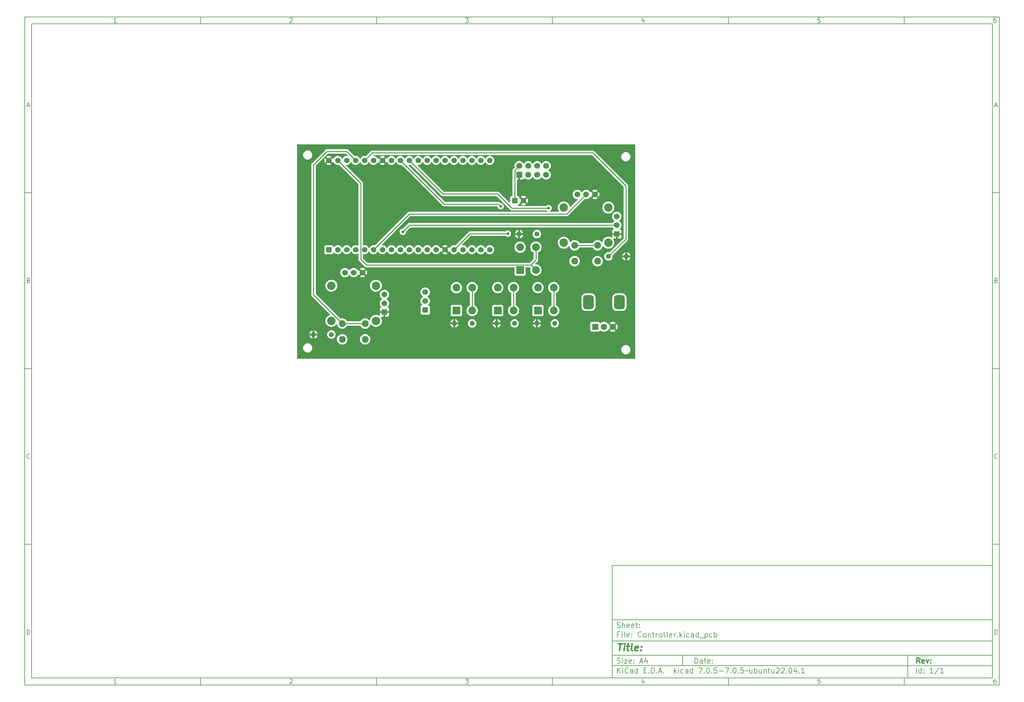
<source format=gbr>
%TF.GenerationSoftware,KiCad,Pcbnew,7.0.5-7.0.5~ubuntu22.04.1*%
%TF.CreationDate,2023-06-29T11:19:57+05:30*%
%TF.ProjectId,Controller,436f6e74-726f-46c6-9c65-722e6b696361,rev?*%
%TF.SameCoordinates,Original*%
%TF.FileFunction,Copper,L2,Bot*%
%TF.FilePolarity,Positive*%
%FSLAX46Y46*%
G04 Gerber Fmt 4.6, Leading zero omitted, Abs format (unit mm)*
G04 Created by KiCad (PCBNEW 7.0.5-7.0.5~ubuntu22.04.1) date 2023-06-29 11:19:57*
%MOMM*%
%LPD*%
G01*
G04 APERTURE LIST*
G04 Aperture macros list*
%AMRoundRect*
0 Rectangle with rounded corners*
0 $1 Rounding radius*
0 $2 $3 $4 $5 $6 $7 $8 $9 X,Y pos of 4 corners*
0 Add a 4 corners polygon primitive as box body*
4,1,4,$2,$3,$4,$5,$6,$7,$8,$9,$2,$3,0*
0 Add four circle primitives for the rounded corners*
1,1,$1+$1,$2,$3*
1,1,$1+$1,$4,$5*
1,1,$1+$1,$6,$7*
1,1,$1+$1,$8,$9*
0 Add four rect primitives between the rounded corners*
20,1,$1+$1,$2,$3,$4,$5,0*
20,1,$1+$1,$4,$5,$6,$7,0*
20,1,$1+$1,$6,$7,$8,$9,0*
20,1,$1+$1,$8,$9,$2,$3,0*%
G04 Aperture macros list end*
%ADD10C,0.100000*%
%ADD11C,0.150000*%
%ADD12C,0.300000*%
%ADD13C,0.400000*%
%TA.AperFunction,ComponentPad*%
%ADD14R,1.700000X1.700000*%
%TD*%
%TA.AperFunction,ComponentPad*%
%ADD15C,1.700000*%
%TD*%
%TA.AperFunction,ComponentPad*%
%ADD16R,2.200000X2.200000*%
%TD*%
%TA.AperFunction,ComponentPad*%
%ADD17C,2.200000*%
%TD*%
%TA.AperFunction,ComponentPad*%
%ADD18R,1.560000X1.560000*%
%TD*%
%TA.AperFunction,ComponentPad*%
%ADD19C,1.560000*%
%TD*%
%TA.AperFunction,ComponentPad*%
%ADD20C,1.950000*%
%TD*%
%TA.AperFunction,ComponentPad*%
%ADD21C,2.400000*%
%TD*%
%TA.AperFunction,ComponentPad*%
%ADD22R,1.650000X1.650000*%
%TD*%
%TA.AperFunction,ComponentPad*%
%ADD23C,1.650000*%
%TD*%
%TA.AperFunction,ComponentPad*%
%ADD24C,1.400000*%
%TD*%
%TA.AperFunction,ComponentPad*%
%ADD25O,1.400000X1.400000*%
%TD*%
%TA.AperFunction,ComponentPad*%
%ADD26R,1.800000X1.800000*%
%TD*%
%TA.AperFunction,ComponentPad*%
%ADD27C,1.800000*%
%TD*%
%TA.AperFunction,ComponentPad*%
%ADD28RoundRect,0.750000X0.750000X-1.250000X0.750000X1.250000X-0.750000X1.250000X-0.750000X-1.250000X0*%
%TD*%
%TA.AperFunction,ComponentPad*%
%ADD29R,1.600000X1.600000*%
%TD*%
%TA.AperFunction,ComponentPad*%
%ADD30C,1.600000*%
%TD*%
%TA.AperFunction,ComponentPad*%
%ADD31R,1.635000X1.635000*%
%TD*%
%TA.AperFunction,ComponentPad*%
%ADD32C,1.635000*%
%TD*%
%TA.AperFunction,ViaPad*%
%ADD33C,0.800000*%
%TD*%
%TA.AperFunction,Conductor*%
%ADD34C,0.250000*%
%TD*%
G04 APERTURE END LIST*
D10*
D11*
X177002200Y-166007200D02*
X285002200Y-166007200D01*
X285002200Y-198007200D01*
X177002200Y-198007200D01*
X177002200Y-166007200D01*
D10*
D11*
X10000000Y-10000000D02*
X287002200Y-10000000D01*
X287002200Y-200007200D01*
X10000000Y-200007200D01*
X10000000Y-10000000D01*
D10*
D11*
X12000000Y-12000000D02*
X285002200Y-12000000D01*
X285002200Y-198007200D01*
X12000000Y-198007200D01*
X12000000Y-12000000D01*
D10*
D11*
X60000000Y-12000000D02*
X60000000Y-10000000D01*
D10*
D11*
X110000000Y-12000000D02*
X110000000Y-10000000D01*
D10*
D11*
X160000000Y-12000000D02*
X160000000Y-10000000D01*
D10*
D11*
X210000000Y-12000000D02*
X210000000Y-10000000D01*
D10*
D11*
X260000000Y-12000000D02*
X260000000Y-10000000D01*
D10*
D11*
X36089160Y-11593604D02*
X35346303Y-11593604D01*
X35717731Y-11593604D02*
X35717731Y-10293604D01*
X35717731Y-10293604D02*
X35593922Y-10479319D01*
X35593922Y-10479319D02*
X35470112Y-10603128D01*
X35470112Y-10603128D02*
X35346303Y-10665033D01*
D10*
D11*
X85346303Y-10417414D02*
X85408207Y-10355509D01*
X85408207Y-10355509D02*
X85532017Y-10293604D01*
X85532017Y-10293604D02*
X85841541Y-10293604D01*
X85841541Y-10293604D02*
X85965350Y-10355509D01*
X85965350Y-10355509D02*
X86027255Y-10417414D01*
X86027255Y-10417414D02*
X86089160Y-10541223D01*
X86089160Y-10541223D02*
X86089160Y-10665033D01*
X86089160Y-10665033D02*
X86027255Y-10850747D01*
X86027255Y-10850747D02*
X85284398Y-11593604D01*
X85284398Y-11593604D02*
X86089160Y-11593604D01*
D10*
D11*
X135284398Y-10293604D02*
X136089160Y-10293604D01*
X136089160Y-10293604D02*
X135655826Y-10788842D01*
X135655826Y-10788842D02*
X135841541Y-10788842D01*
X135841541Y-10788842D02*
X135965350Y-10850747D01*
X135965350Y-10850747D02*
X136027255Y-10912652D01*
X136027255Y-10912652D02*
X136089160Y-11036461D01*
X136089160Y-11036461D02*
X136089160Y-11345985D01*
X136089160Y-11345985D02*
X136027255Y-11469795D01*
X136027255Y-11469795D02*
X135965350Y-11531700D01*
X135965350Y-11531700D02*
X135841541Y-11593604D01*
X135841541Y-11593604D02*
X135470112Y-11593604D01*
X135470112Y-11593604D02*
X135346303Y-11531700D01*
X135346303Y-11531700D02*
X135284398Y-11469795D01*
D10*
D11*
X185965350Y-10726938D02*
X185965350Y-11593604D01*
X185655826Y-10231700D02*
X185346303Y-11160271D01*
X185346303Y-11160271D02*
X186151064Y-11160271D01*
D10*
D11*
X236027255Y-10293604D02*
X235408207Y-10293604D01*
X235408207Y-10293604D02*
X235346303Y-10912652D01*
X235346303Y-10912652D02*
X235408207Y-10850747D01*
X235408207Y-10850747D02*
X235532017Y-10788842D01*
X235532017Y-10788842D02*
X235841541Y-10788842D01*
X235841541Y-10788842D02*
X235965350Y-10850747D01*
X235965350Y-10850747D02*
X236027255Y-10912652D01*
X236027255Y-10912652D02*
X236089160Y-11036461D01*
X236089160Y-11036461D02*
X236089160Y-11345985D01*
X236089160Y-11345985D02*
X236027255Y-11469795D01*
X236027255Y-11469795D02*
X235965350Y-11531700D01*
X235965350Y-11531700D02*
X235841541Y-11593604D01*
X235841541Y-11593604D02*
X235532017Y-11593604D01*
X235532017Y-11593604D02*
X235408207Y-11531700D01*
X235408207Y-11531700D02*
X235346303Y-11469795D01*
D10*
D11*
X285965350Y-10293604D02*
X285717731Y-10293604D01*
X285717731Y-10293604D02*
X285593922Y-10355509D01*
X285593922Y-10355509D02*
X285532017Y-10417414D01*
X285532017Y-10417414D02*
X285408207Y-10603128D01*
X285408207Y-10603128D02*
X285346303Y-10850747D01*
X285346303Y-10850747D02*
X285346303Y-11345985D01*
X285346303Y-11345985D02*
X285408207Y-11469795D01*
X285408207Y-11469795D02*
X285470112Y-11531700D01*
X285470112Y-11531700D02*
X285593922Y-11593604D01*
X285593922Y-11593604D02*
X285841541Y-11593604D01*
X285841541Y-11593604D02*
X285965350Y-11531700D01*
X285965350Y-11531700D02*
X286027255Y-11469795D01*
X286027255Y-11469795D02*
X286089160Y-11345985D01*
X286089160Y-11345985D02*
X286089160Y-11036461D01*
X286089160Y-11036461D02*
X286027255Y-10912652D01*
X286027255Y-10912652D02*
X285965350Y-10850747D01*
X285965350Y-10850747D02*
X285841541Y-10788842D01*
X285841541Y-10788842D02*
X285593922Y-10788842D01*
X285593922Y-10788842D02*
X285470112Y-10850747D01*
X285470112Y-10850747D02*
X285408207Y-10912652D01*
X285408207Y-10912652D02*
X285346303Y-11036461D01*
D10*
D11*
X60000000Y-198007200D02*
X60000000Y-200007200D01*
D10*
D11*
X110000000Y-198007200D02*
X110000000Y-200007200D01*
D10*
D11*
X160000000Y-198007200D02*
X160000000Y-200007200D01*
D10*
D11*
X210000000Y-198007200D02*
X210000000Y-200007200D01*
D10*
D11*
X260000000Y-198007200D02*
X260000000Y-200007200D01*
D10*
D11*
X36089160Y-199600804D02*
X35346303Y-199600804D01*
X35717731Y-199600804D02*
X35717731Y-198300804D01*
X35717731Y-198300804D02*
X35593922Y-198486519D01*
X35593922Y-198486519D02*
X35470112Y-198610328D01*
X35470112Y-198610328D02*
X35346303Y-198672233D01*
D10*
D11*
X85346303Y-198424614D02*
X85408207Y-198362709D01*
X85408207Y-198362709D02*
X85532017Y-198300804D01*
X85532017Y-198300804D02*
X85841541Y-198300804D01*
X85841541Y-198300804D02*
X85965350Y-198362709D01*
X85965350Y-198362709D02*
X86027255Y-198424614D01*
X86027255Y-198424614D02*
X86089160Y-198548423D01*
X86089160Y-198548423D02*
X86089160Y-198672233D01*
X86089160Y-198672233D02*
X86027255Y-198857947D01*
X86027255Y-198857947D02*
X85284398Y-199600804D01*
X85284398Y-199600804D02*
X86089160Y-199600804D01*
D10*
D11*
X135284398Y-198300804D02*
X136089160Y-198300804D01*
X136089160Y-198300804D02*
X135655826Y-198796042D01*
X135655826Y-198796042D02*
X135841541Y-198796042D01*
X135841541Y-198796042D02*
X135965350Y-198857947D01*
X135965350Y-198857947D02*
X136027255Y-198919852D01*
X136027255Y-198919852D02*
X136089160Y-199043661D01*
X136089160Y-199043661D02*
X136089160Y-199353185D01*
X136089160Y-199353185D02*
X136027255Y-199476995D01*
X136027255Y-199476995D02*
X135965350Y-199538900D01*
X135965350Y-199538900D02*
X135841541Y-199600804D01*
X135841541Y-199600804D02*
X135470112Y-199600804D01*
X135470112Y-199600804D02*
X135346303Y-199538900D01*
X135346303Y-199538900D02*
X135284398Y-199476995D01*
D10*
D11*
X185965350Y-198734138D02*
X185965350Y-199600804D01*
X185655826Y-198238900D02*
X185346303Y-199167471D01*
X185346303Y-199167471D02*
X186151064Y-199167471D01*
D10*
D11*
X236027255Y-198300804D02*
X235408207Y-198300804D01*
X235408207Y-198300804D02*
X235346303Y-198919852D01*
X235346303Y-198919852D02*
X235408207Y-198857947D01*
X235408207Y-198857947D02*
X235532017Y-198796042D01*
X235532017Y-198796042D02*
X235841541Y-198796042D01*
X235841541Y-198796042D02*
X235965350Y-198857947D01*
X235965350Y-198857947D02*
X236027255Y-198919852D01*
X236027255Y-198919852D02*
X236089160Y-199043661D01*
X236089160Y-199043661D02*
X236089160Y-199353185D01*
X236089160Y-199353185D02*
X236027255Y-199476995D01*
X236027255Y-199476995D02*
X235965350Y-199538900D01*
X235965350Y-199538900D02*
X235841541Y-199600804D01*
X235841541Y-199600804D02*
X235532017Y-199600804D01*
X235532017Y-199600804D02*
X235408207Y-199538900D01*
X235408207Y-199538900D02*
X235346303Y-199476995D01*
D10*
D11*
X285965350Y-198300804D02*
X285717731Y-198300804D01*
X285717731Y-198300804D02*
X285593922Y-198362709D01*
X285593922Y-198362709D02*
X285532017Y-198424614D01*
X285532017Y-198424614D02*
X285408207Y-198610328D01*
X285408207Y-198610328D02*
X285346303Y-198857947D01*
X285346303Y-198857947D02*
X285346303Y-199353185D01*
X285346303Y-199353185D02*
X285408207Y-199476995D01*
X285408207Y-199476995D02*
X285470112Y-199538900D01*
X285470112Y-199538900D02*
X285593922Y-199600804D01*
X285593922Y-199600804D02*
X285841541Y-199600804D01*
X285841541Y-199600804D02*
X285965350Y-199538900D01*
X285965350Y-199538900D02*
X286027255Y-199476995D01*
X286027255Y-199476995D02*
X286089160Y-199353185D01*
X286089160Y-199353185D02*
X286089160Y-199043661D01*
X286089160Y-199043661D02*
X286027255Y-198919852D01*
X286027255Y-198919852D02*
X285965350Y-198857947D01*
X285965350Y-198857947D02*
X285841541Y-198796042D01*
X285841541Y-198796042D02*
X285593922Y-198796042D01*
X285593922Y-198796042D02*
X285470112Y-198857947D01*
X285470112Y-198857947D02*
X285408207Y-198919852D01*
X285408207Y-198919852D02*
X285346303Y-199043661D01*
D10*
D11*
X10000000Y-60000000D02*
X12000000Y-60000000D01*
D10*
D11*
X10000000Y-110000000D02*
X12000000Y-110000000D01*
D10*
D11*
X10000000Y-160000000D02*
X12000000Y-160000000D01*
D10*
D11*
X10690476Y-35222176D02*
X11309523Y-35222176D01*
X10566666Y-35593604D02*
X10999999Y-34293604D01*
X10999999Y-34293604D02*
X11433333Y-35593604D01*
D10*
D11*
X11092857Y-84912652D02*
X11278571Y-84974557D01*
X11278571Y-84974557D02*
X11340476Y-85036461D01*
X11340476Y-85036461D02*
X11402380Y-85160271D01*
X11402380Y-85160271D02*
X11402380Y-85345985D01*
X11402380Y-85345985D02*
X11340476Y-85469795D01*
X11340476Y-85469795D02*
X11278571Y-85531700D01*
X11278571Y-85531700D02*
X11154761Y-85593604D01*
X11154761Y-85593604D02*
X10659523Y-85593604D01*
X10659523Y-85593604D02*
X10659523Y-84293604D01*
X10659523Y-84293604D02*
X11092857Y-84293604D01*
X11092857Y-84293604D02*
X11216666Y-84355509D01*
X11216666Y-84355509D02*
X11278571Y-84417414D01*
X11278571Y-84417414D02*
X11340476Y-84541223D01*
X11340476Y-84541223D02*
X11340476Y-84665033D01*
X11340476Y-84665033D02*
X11278571Y-84788842D01*
X11278571Y-84788842D02*
X11216666Y-84850747D01*
X11216666Y-84850747D02*
X11092857Y-84912652D01*
X11092857Y-84912652D02*
X10659523Y-84912652D01*
D10*
D11*
X11402380Y-135469795D02*
X11340476Y-135531700D01*
X11340476Y-135531700D02*
X11154761Y-135593604D01*
X11154761Y-135593604D02*
X11030952Y-135593604D01*
X11030952Y-135593604D02*
X10845238Y-135531700D01*
X10845238Y-135531700D02*
X10721428Y-135407890D01*
X10721428Y-135407890D02*
X10659523Y-135284080D01*
X10659523Y-135284080D02*
X10597619Y-135036461D01*
X10597619Y-135036461D02*
X10597619Y-134850747D01*
X10597619Y-134850747D02*
X10659523Y-134603128D01*
X10659523Y-134603128D02*
X10721428Y-134479319D01*
X10721428Y-134479319D02*
X10845238Y-134355509D01*
X10845238Y-134355509D02*
X11030952Y-134293604D01*
X11030952Y-134293604D02*
X11154761Y-134293604D01*
X11154761Y-134293604D02*
X11340476Y-134355509D01*
X11340476Y-134355509D02*
X11402380Y-134417414D01*
D10*
D11*
X10659523Y-185593604D02*
X10659523Y-184293604D01*
X10659523Y-184293604D02*
X10969047Y-184293604D01*
X10969047Y-184293604D02*
X11154761Y-184355509D01*
X11154761Y-184355509D02*
X11278571Y-184479319D01*
X11278571Y-184479319D02*
X11340476Y-184603128D01*
X11340476Y-184603128D02*
X11402380Y-184850747D01*
X11402380Y-184850747D02*
X11402380Y-185036461D01*
X11402380Y-185036461D02*
X11340476Y-185284080D01*
X11340476Y-185284080D02*
X11278571Y-185407890D01*
X11278571Y-185407890D02*
X11154761Y-185531700D01*
X11154761Y-185531700D02*
X10969047Y-185593604D01*
X10969047Y-185593604D02*
X10659523Y-185593604D01*
D10*
D11*
X287002200Y-60000000D02*
X285002200Y-60000000D01*
D10*
D11*
X287002200Y-110000000D02*
X285002200Y-110000000D01*
D10*
D11*
X287002200Y-160000000D02*
X285002200Y-160000000D01*
D10*
D11*
X285692676Y-35222176D02*
X286311723Y-35222176D01*
X285568866Y-35593604D02*
X286002199Y-34293604D01*
X286002199Y-34293604D02*
X286435533Y-35593604D01*
D10*
D11*
X286095057Y-84912652D02*
X286280771Y-84974557D01*
X286280771Y-84974557D02*
X286342676Y-85036461D01*
X286342676Y-85036461D02*
X286404580Y-85160271D01*
X286404580Y-85160271D02*
X286404580Y-85345985D01*
X286404580Y-85345985D02*
X286342676Y-85469795D01*
X286342676Y-85469795D02*
X286280771Y-85531700D01*
X286280771Y-85531700D02*
X286156961Y-85593604D01*
X286156961Y-85593604D02*
X285661723Y-85593604D01*
X285661723Y-85593604D02*
X285661723Y-84293604D01*
X285661723Y-84293604D02*
X286095057Y-84293604D01*
X286095057Y-84293604D02*
X286218866Y-84355509D01*
X286218866Y-84355509D02*
X286280771Y-84417414D01*
X286280771Y-84417414D02*
X286342676Y-84541223D01*
X286342676Y-84541223D02*
X286342676Y-84665033D01*
X286342676Y-84665033D02*
X286280771Y-84788842D01*
X286280771Y-84788842D02*
X286218866Y-84850747D01*
X286218866Y-84850747D02*
X286095057Y-84912652D01*
X286095057Y-84912652D02*
X285661723Y-84912652D01*
D10*
D11*
X286404580Y-135469795D02*
X286342676Y-135531700D01*
X286342676Y-135531700D02*
X286156961Y-135593604D01*
X286156961Y-135593604D02*
X286033152Y-135593604D01*
X286033152Y-135593604D02*
X285847438Y-135531700D01*
X285847438Y-135531700D02*
X285723628Y-135407890D01*
X285723628Y-135407890D02*
X285661723Y-135284080D01*
X285661723Y-135284080D02*
X285599819Y-135036461D01*
X285599819Y-135036461D02*
X285599819Y-134850747D01*
X285599819Y-134850747D02*
X285661723Y-134603128D01*
X285661723Y-134603128D02*
X285723628Y-134479319D01*
X285723628Y-134479319D02*
X285847438Y-134355509D01*
X285847438Y-134355509D02*
X286033152Y-134293604D01*
X286033152Y-134293604D02*
X286156961Y-134293604D01*
X286156961Y-134293604D02*
X286342676Y-134355509D01*
X286342676Y-134355509D02*
X286404580Y-134417414D01*
D10*
D11*
X285661723Y-185593604D02*
X285661723Y-184293604D01*
X285661723Y-184293604D02*
X285971247Y-184293604D01*
X285971247Y-184293604D02*
X286156961Y-184355509D01*
X286156961Y-184355509D02*
X286280771Y-184479319D01*
X286280771Y-184479319D02*
X286342676Y-184603128D01*
X286342676Y-184603128D02*
X286404580Y-184850747D01*
X286404580Y-184850747D02*
X286404580Y-185036461D01*
X286404580Y-185036461D02*
X286342676Y-185284080D01*
X286342676Y-185284080D02*
X286280771Y-185407890D01*
X286280771Y-185407890D02*
X286156961Y-185531700D01*
X286156961Y-185531700D02*
X285971247Y-185593604D01*
X285971247Y-185593604D02*
X285661723Y-185593604D01*
D10*
D11*
X200458026Y-193793328D02*
X200458026Y-192293328D01*
X200458026Y-192293328D02*
X200815169Y-192293328D01*
X200815169Y-192293328D02*
X201029455Y-192364757D01*
X201029455Y-192364757D02*
X201172312Y-192507614D01*
X201172312Y-192507614D02*
X201243741Y-192650471D01*
X201243741Y-192650471D02*
X201315169Y-192936185D01*
X201315169Y-192936185D02*
X201315169Y-193150471D01*
X201315169Y-193150471D02*
X201243741Y-193436185D01*
X201243741Y-193436185D02*
X201172312Y-193579042D01*
X201172312Y-193579042D02*
X201029455Y-193721900D01*
X201029455Y-193721900D02*
X200815169Y-193793328D01*
X200815169Y-193793328D02*
X200458026Y-193793328D01*
X202600884Y-193793328D02*
X202600884Y-193007614D01*
X202600884Y-193007614D02*
X202529455Y-192864757D01*
X202529455Y-192864757D02*
X202386598Y-192793328D01*
X202386598Y-192793328D02*
X202100884Y-192793328D01*
X202100884Y-192793328D02*
X201958026Y-192864757D01*
X202600884Y-193721900D02*
X202458026Y-193793328D01*
X202458026Y-193793328D02*
X202100884Y-193793328D01*
X202100884Y-193793328D02*
X201958026Y-193721900D01*
X201958026Y-193721900D02*
X201886598Y-193579042D01*
X201886598Y-193579042D02*
X201886598Y-193436185D01*
X201886598Y-193436185D02*
X201958026Y-193293328D01*
X201958026Y-193293328D02*
X202100884Y-193221900D01*
X202100884Y-193221900D02*
X202458026Y-193221900D01*
X202458026Y-193221900D02*
X202600884Y-193150471D01*
X203100884Y-192793328D02*
X203672312Y-192793328D01*
X203315169Y-192293328D02*
X203315169Y-193579042D01*
X203315169Y-193579042D02*
X203386598Y-193721900D01*
X203386598Y-193721900D02*
X203529455Y-193793328D01*
X203529455Y-193793328D02*
X203672312Y-193793328D01*
X204743741Y-193721900D02*
X204600884Y-193793328D01*
X204600884Y-193793328D02*
X204315170Y-193793328D01*
X204315170Y-193793328D02*
X204172312Y-193721900D01*
X204172312Y-193721900D02*
X204100884Y-193579042D01*
X204100884Y-193579042D02*
X204100884Y-193007614D01*
X204100884Y-193007614D02*
X204172312Y-192864757D01*
X204172312Y-192864757D02*
X204315170Y-192793328D01*
X204315170Y-192793328D02*
X204600884Y-192793328D01*
X204600884Y-192793328D02*
X204743741Y-192864757D01*
X204743741Y-192864757D02*
X204815170Y-193007614D01*
X204815170Y-193007614D02*
X204815170Y-193150471D01*
X204815170Y-193150471D02*
X204100884Y-193293328D01*
X205458026Y-193650471D02*
X205529455Y-193721900D01*
X205529455Y-193721900D02*
X205458026Y-193793328D01*
X205458026Y-193793328D02*
X205386598Y-193721900D01*
X205386598Y-193721900D02*
X205458026Y-193650471D01*
X205458026Y-193650471D02*
X205458026Y-193793328D01*
X205458026Y-192864757D02*
X205529455Y-192936185D01*
X205529455Y-192936185D02*
X205458026Y-193007614D01*
X205458026Y-193007614D02*
X205386598Y-192936185D01*
X205386598Y-192936185D02*
X205458026Y-192864757D01*
X205458026Y-192864757D02*
X205458026Y-193007614D01*
D10*
D11*
X177002200Y-194507200D02*
X285002200Y-194507200D01*
D10*
D11*
X178458026Y-196593328D02*
X178458026Y-195093328D01*
X179315169Y-196593328D02*
X178672312Y-195736185D01*
X179315169Y-195093328D02*
X178458026Y-195950471D01*
X179958026Y-196593328D02*
X179958026Y-195593328D01*
X179958026Y-195093328D02*
X179886598Y-195164757D01*
X179886598Y-195164757D02*
X179958026Y-195236185D01*
X179958026Y-195236185D02*
X180029455Y-195164757D01*
X180029455Y-195164757D02*
X179958026Y-195093328D01*
X179958026Y-195093328D02*
X179958026Y-195236185D01*
X181529455Y-196450471D02*
X181458027Y-196521900D01*
X181458027Y-196521900D02*
X181243741Y-196593328D01*
X181243741Y-196593328D02*
X181100884Y-196593328D01*
X181100884Y-196593328D02*
X180886598Y-196521900D01*
X180886598Y-196521900D02*
X180743741Y-196379042D01*
X180743741Y-196379042D02*
X180672312Y-196236185D01*
X180672312Y-196236185D02*
X180600884Y-195950471D01*
X180600884Y-195950471D02*
X180600884Y-195736185D01*
X180600884Y-195736185D02*
X180672312Y-195450471D01*
X180672312Y-195450471D02*
X180743741Y-195307614D01*
X180743741Y-195307614D02*
X180886598Y-195164757D01*
X180886598Y-195164757D02*
X181100884Y-195093328D01*
X181100884Y-195093328D02*
X181243741Y-195093328D01*
X181243741Y-195093328D02*
X181458027Y-195164757D01*
X181458027Y-195164757D02*
X181529455Y-195236185D01*
X182815170Y-196593328D02*
X182815170Y-195807614D01*
X182815170Y-195807614D02*
X182743741Y-195664757D01*
X182743741Y-195664757D02*
X182600884Y-195593328D01*
X182600884Y-195593328D02*
X182315170Y-195593328D01*
X182315170Y-195593328D02*
X182172312Y-195664757D01*
X182815170Y-196521900D02*
X182672312Y-196593328D01*
X182672312Y-196593328D02*
X182315170Y-196593328D01*
X182315170Y-196593328D02*
X182172312Y-196521900D01*
X182172312Y-196521900D02*
X182100884Y-196379042D01*
X182100884Y-196379042D02*
X182100884Y-196236185D01*
X182100884Y-196236185D02*
X182172312Y-196093328D01*
X182172312Y-196093328D02*
X182315170Y-196021900D01*
X182315170Y-196021900D02*
X182672312Y-196021900D01*
X182672312Y-196021900D02*
X182815170Y-195950471D01*
X184172313Y-196593328D02*
X184172313Y-195093328D01*
X184172313Y-196521900D02*
X184029455Y-196593328D01*
X184029455Y-196593328D02*
X183743741Y-196593328D01*
X183743741Y-196593328D02*
X183600884Y-196521900D01*
X183600884Y-196521900D02*
X183529455Y-196450471D01*
X183529455Y-196450471D02*
X183458027Y-196307614D01*
X183458027Y-196307614D02*
X183458027Y-195879042D01*
X183458027Y-195879042D02*
X183529455Y-195736185D01*
X183529455Y-195736185D02*
X183600884Y-195664757D01*
X183600884Y-195664757D02*
X183743741Y-195593328D01*
X183743741Y-195593328D02*
X184029455Y-195593328D01*
X184029455Y-195593328D02*
X184172313Y-195664757D01*
X186029455Y-195807614D02*
X186529455Y-195807614D01*
X186743741Y-196593328D02*
X186029455Y-196593328D01*
X186029455Y-196593328D02*
X186029455Y-195093328D01*
X186029455Y-195093328D02*
X186743741Y-195093328D01*
X187386598Y-196450471D02*
X187458027Y-196521900D01*
X187458027Y-196521900D02*
X187386598Y-196593328D01*
X187386598Y-196593328D02*
X187315170Y-196521900D01*
X187315170Y-196521900D02*
X187386598Y-196450471D01*
X187386598Y-196450471D02*
X187386598Y-196593328D01*
X188100884Y-196593328D02*
X188100884Y-195093328D01*
X188100884Y-195093328D02*
X188458027Y-195093328D01*
X188458027Y-195093328D02*
X188672313Y-195164757D01*
X188672313Y-195164757D02*
X188815170Y-195307614D01*
X188815170Y-195307614D02*
X188886599Y-195450471D01*
X188886599Y-195450471D02*
X188958027Y-195736185D01*
X188958027Y-195736185D02*
X188958027Y-195950471D01*
X188958027Y-195950471D02*
X188886599Y-196236185D01*
X188886599Y-196236185D02*
X188815170Y-196379042D01*
X188815170Y-196379042D02*
X188672313Y-196521900D01*
X188672313Y-196521900D02*
X188458027Y-196593328D01*
X188458027Y-196593328D02*
X188100884Y-196593328D01*
X189600884Y-196450471D02*
X189672313Y-196521900D01*
X189672313Y-196521900D02*
X189600884Y-196593328D01*
X189600884Y-196593328D02*
X189529456Y-196521900D01*
X189529456Y-196521900D02*
X189600884Y-196450471D01*
X189600884Y-196450471D02*
X189600884Y-196593328D01*
X190243742Y-196164757D02*
X190958028Y-196164757D01*
X190100885Y-196593328D02*
X190600885Y-195093328D01*
X190600885Y-195093328D02*
X191100885Y-196593328D01*
X191600884Y-196450471D02*
X191672313Y-196521900D01*
X191672313Y-196521900D02*
X191600884Y-196593328D01*
X191600884Y-196593328D02*
X191529456Y-196521900D01*
X191529456Y-196521900D02*
X191600884Y-196450471D01*
X191600884Y-196450471D02*
X191600884Y-196593328D01*
X194600884Y-196593328D02*
X194600884Y-195093328D01*
X194743742Y-196021900D02*
X195172313Y-196593328D01*
X195172313Y-195593328D02*
X194600884Y-196164757D01*
X195815170Y-196593328D02*
X195815170Y-195593328D01*
X195815170Y-195093328D02*
X195743742Y-195164757D01*
X195743742Y-195164757D02*
X195815170Y-195236185D01*
X195815170Y-195236185D02*
X195886599Y-195164757D01*
X195886599Y-195164757D02*
X195815170Y-195093328D01*
X195815170Y-195093328D02*
X195815170Y-195236185D01*
X197172314Y-196521900D02*
X197029456Y-196593328D01*
X197029456Y-196593328D02*
X196743742Y-196593328D01*
X196743742Y-196593328D02*
X196600885Y-196521900D01*
X196600885Y-196521900D02*
X196529456Y-196450471D01*
X196529456Y-196450471D02*
X196458028Y-196307614D01*
X196458028Y-196307614D02*
X196458028Y-195879042D01*
X196458028Y-195879042D02*
X196529456Y-195736185D01*
X196529456Y-195736185D02*
X196600885Y-195664757D01*
X196600885Y-195664757D02*
X196743742Y-195593328D01*
X196743742Y-195593328D02*
X197029456Y-195593328D01*
X197029456Y-195593328D02*
X197172314Y-195664757D01*
X198458028Y-196593328D02*
X198458028Y-195807614D01*
X198458028Y-195807614D02*
X198386599Y-195664757D01*
X198386599Y-195664757D02*
X198243742Y-195593328D01*
X198243742Y-195593328D02*
X197958028Y-195593328D01*
X197958028Y-195593328D02*
X197815170Y-195664757D01*
X198458028Y-196521900D02*
X198315170Y-196593328D01*
X198315170Y-196593328D02*
X197958028Y-196593328D01*
X197958028Y-196593328D02*
X197815170Y-196521900D01*
X197815170Y-196521900D02*
X197743742Y-196379042D01*
X197743742Y-196379042D02*
X197743742Y-196236185D01*
X197743742Y-196236185D02*
X197815170Y-196093328D01*
X197815170Y-196093328D02*
X197958028Y-196021900D01*
X197958028Y-196021900D02*
X198315170Y-196021900D01*
X198315170Y-196021900D02*
X198458028Y-195950471D01*
X199815171Y-196593328D02*
X199815171Y-195093328D01*
X199815171Y-196521900D02*
X199672313Y-196593328D01*
X199672313Y-196593328D02*
X199386599Y-196593328D01*
X199386599Y-196593328D02*
X199243742Y-196521900D01*
X199243742Y-196521900D02*
X199172313Y-196450471D01*
X199172313Y-196450471D02*
X199100885Y-196307614D01*
X199100885Y-196307614D02*
X199100885Y-195879042D01*
X199100885Y-195879042D02*
X199172313Y-195736185D01*
X199172313Y-195736185D02*
X199243742Y-195664757D01*
X199243742Y-195664757D02*
X199386599Y-195593328D01*
X199386599Y-195593328D02*
X199672313Y-195593328D01*
X199672313Y-195593328D02*
X199815171Y-195664757D01*
X201529456Y-195093328D02*
X202529456Y-195093328D01*
X202529456Y-195093328D02*
X201886599Y-196593328D01*
X203100884Y-196450471D02*
X203172313Y-196521900D01*
X203172313Y-196521900D02*
X203100884Y-196593328D01*
X203100884Y-196593328D02*
X203029456Y-196521900D01*
X203029456Y-196521900D02*
X203100884Y-196450471D01*
X203100884Y-196450471D02*
X203100884Y-196593328D01*
X204100885Y-195093328D02*
X204243742Y-195093328D01*
X204243742Y-195093328D02*
X204386599Y-195164757D01*
X204386599Y-195164757D02*
X204458028Y-195236185D01*
X204458028Y-195236185D02*
X204529456Y-195379042D01*
X204529456Y-195379042D02*
X204600885Y-195664757D01*
X204600885Y-195664757D02*
X204600885Y-196021900D01*
X204600885Y-196021900D02*
X204529456Y-196307614D01*
X204529456Y-196307614D02*
X204458028Y-196450471D01*
X204458028Y-196450471D02*
X204386599Y-196521900D01*
X204386599Y-196521900D02*
X204243742Y-196593328D01*
X204243742Y-196593328D02*
X204100885Y-196593328D01*
X204100885Y-196593328D02*
X203958028Y-196521900D01*
X203958028Y-196521900D02*
X203886599Y-196450471D01*
X203886599Y-196450471D02*
X203815170Y-196307614D01*
X203815170Y-196307614D02*
X203743742Y-196021900D01*
X203743742Y-196021900D02*
X203743742Y-195664757D01*
X203743742Y-195664757D02*
X203815170Y-195379042D01*
X203815170Y-195379042D02*
X203886599Y-195236185D01*
X203886599Y-195236185D02*
X203958028Y-195164757D01*
X203958028Y-195164757D02*
X204100885Y-195093328D01*
X205243741Y-196450471D02*
X205315170Y-196521900D01*
X205315170Y-196521900D02*
X205243741Y-196593328D01*
X205243741Y-196593328D02*
X205172313Y-196521900D01*
X205172313Y-196521900D02*
X205243741Y-196450471D01*
X205243741Y-196450471D02*
X205243741Y-196593328D01*
X206672313Y-195093328D02*
X205958027Y-195093328D01*
X205958027Y-195093328D02*
X205886599Y-195807614D01*
X205886599Y-195807614D02*
X205958027Y-195736185D01*
X205958027Y-195736185D02*
X206100885Y-195664757D01*
X206100885Y-195664757D02*
X206458027Y-195664757D01*
X206458027Y-195664757D02*
X206600885Y-195736185D01*
X206600885Y-195736185D02*
X206672313Y-195807614D01*
X206672313Y-195807614D02*
X206743742Y-195950471D01*
X206743742Y-195950471D02*
X206743742Y-196307614D01*
X206743742Y-196307614D02*
X206672313Y-196450471D01*
X206672313Y-196450471D02*
X206600885Y-196521900D01*
X206600885Y-196521900D02*
X206458027Y-196593328D01*
X206458027Y-196593328D02*
X206100885Y-196593328D01*
X206100885Y-196593328D02*
X205958027Y-196521900D01*
X205958027Y-196521900D02*
X205886599Y-196450471D01*
X207386598Y-196021900D02*
X208529456Y-196021900D01*
X209100884Y-195093328D02*
X210100884Y-195093328D01*
X210100884Y-195093328D02*
X209458027Y-196593328D01*
X210672312Y-196450471D02*
X210743741Y-196521900D01*
X210743741Y-196521900D02*
X210672312Y-196593328D01*
X210672312Y-196593328D02*
X210600884Y-196521900D01*
X210600884Y-196521900D02*
X210672312Y-196450471D01*
X210672312Y-196450471D02*
X210672312Y-196593328D01*
X211672313Y-195093328D02*
X211815170Y-195093328D01*
X211815170Y-195093328D02*
X211958027Y-195164757D01*
X211958027Y-195164757D02*
X212029456Y-195236185D01*
X212029456Y-195236185D02*
X212100884Y-195379042D01*
X212100884Y-195379042D02*
X212172313Y-195664757D01*
X212172313Y-195664757D02*
X212172313Y-196021900D01*
X212172313Y-196021900D02*
X212100884Y-196307614D01*
X212100884Y-196307614D02*
X212029456Y-196450471D01*
X212029456Y-196450471D02*
X211958027Y-196521900D01*
X211958027Y-196521900D02*
X211815170Y-196593328D01*
X211815170Y-196593328D02*
X211672313Y-196593328D01*
X211672313Y-196593328D02*
X211529456Y-196521900D01*
X211529456Y-196521900D02*
X211458027Y-196450471D01*
X211458027Y-196450471D02*
X211386598Y-196307614D01*
X211386598Y-196307614D02*
X211315170Y-196021900D01*
X211315170Y-196021900D02*
X211315170Y-195664757D01*
X211315170Y-195664757D02*
X211386598Y-195379042D01*
X211386598Y-195379042D02*
X211458027Y-195236185D01*
X211458027Y-195236185D02*
X211529456Y-195164757D01*
X211529456Y-195164757D02*
X211672313Y-195093328D01*
X212815169Y-196450471D02*
X212886598Y-196521900D01*
X212886598Y-196521900D02*
X212815169Y-196593328D01*
X212815169Y-196593328D02*
X212743741Y-196521900D01*
X212743741Y-196521900D02*
X212815169Y-196450471D01*
X212815169Y-196450471D02*
X212815169Y-196593328D01*
X214243741Y-195093328D02*
X213529455Y-195093328D01*
X213529455Y-195093328D02*
X213458027Y-195807614D01*
X213458027Y-195807614D02*
X213529455Y-195736185D01*
X213529455Y-195736185D02*
X213672313Y-195664757D01*
X213672313Y-195664757D02*
X214029455Y-195664757D01*
X214029455Y-195664757D02*
X214172313Y-195736185D01*
X214172313Y-195736185D02*
X214243741Y-195807614D01*
X214243741Y-195807614D02*
X214315170Y-195950471D01*
X214315170Y-195950471D02*
X214315170Y-196307614D01*
X214315170Y-196307614D02*
X214243741Y-196450471D01*
X214243741Y-196450471D02*
X214172313Y-196521900D01*
X214172313Y-196521900D02*
X214029455Y-196593328D01*
X214029455Y-196593328D02*
X213672313Y-196593328D01*
X213672313Y-196593328D02*
X213529455Y-196521900D01*
X213529455Y-196521900D02*
X213458027Y-196450471D01*
X214743741Y-196021900D02*
X214815169Y-195950471D01*
X214815169Y-195950471D02*
X214958026Y-195879042D01*
X214958026Y-195879042D02*
X215243741Y-196021900D01*
X215243741Y-196021900D02*
X215386598Y-195950471D01*
X215386598Y-195950471D02*
X215458026Y-195879042D01*
X216672313Y-195593328D02*
X216672313Y-196593328D01*
X216029455Y-195593328D02*
X216029455Y-196379042D01*
X216029455Y-196379042D02*
X216100884Y-196521900D01*
X216100884Y-196521900D02*
X216243741Y-196593328D01*
X216243741Y-196593328D02*
X216458027Y-196593328D01*
X216458027Y-196593328D02*
X216600884Y-196521900D01*
X216600884Y-196521900D02*
X216672313Y-196450471D01*
X217386598Y-196593328D02*
X217386598Y-195093328D01*
X217386598Y-195664757D02*
X217529456Y-195593328D01*
X217529456Y-195593328D02*
X217815170Y-195593328D01*
X217815170Y-195593328D02*
X217958027Y-195664757D01*
X217958027Y-195664757D02*
X218029456Y-195736185D01*
X218029456Y-195736185D02*
X218100884Y-195879042D01*
X218100884Y-195879042D02*
X218100884Y-196307614D01*
X218100884Y-196307614D02*
X218029456Y-196450471D01*
X218029456Y-196450471D02*
X217958027Y-196521900D01*
X217958027Y-196521900D02*
X217815170Y-196593328D01*
X217815170Y-196593328D02*
X217529456Y-196593328D01*
X217529456Y-196593328D02*
X217386598Y-196521900D01*
X219386599Y-195593328D02*
X219386599Y-196593328D01*
X218743741Y-195593328D02*
X218743741Y-196379042D01*
X218743741Y-196379042D02*
X218815170Y-196521900D01*
X218815170Y-196521900D02*
X218958027Y-196593328D01*
X218958027Y-196593328D02*
X219172313Y-196593328D01*
X219172313Y-196593328D02*
X219315170Y-196521900D01*
X219315170Y-196521900D02*
X219386599Y-196450471D01*
X220100884Y-195593328D02*
X220100884Y-196593328D01*
X220100884Y-195736185D02*
X220172313Y-195664757D01*
X220172313Y-195664757D02*
X220315170Y-195593328D01*
X220315170Y-195593328D02*
X220529456Y-195593328D01*
X220529456Y-195593328D02*
X220672313Y-195664757D01*
X220672313Y-195664757D02*
X220743742Y-195807614D01*
X220743742Y-195807614D02*
X220743742Y-196593328D01*
X221243742Y-195593328D02*
X221815170Y-195593328D01*
X221458027Y-195093328D02*
X221458027Y-196379042D01*
X221458027Y-196379042D02*
X221529456Y-196521900D01*
X221529456Y-196521900D02*
X221672313Y-196593328D01*
X221672313Y-196593328D02*
X221815170Y-196593328D01*
X222958028Y-195593328D02*
X222958028Y-196593328D01*
X222315170Y-195593328D02*
X222315170Y-196379042D01*
X222315170Y-196379042D02*
X222386599Y-196521900D01*
X222386599Y-196521900D02*
X222529456Y-196593328D01*
X222529456Y-196593328D02*
X222743742Y-196593328D01*
X222743742Y-196593328D02*
X222886599Y-196521900D01*
X222886599Y-196521900D02*
X222958028Y-196450471D01*
X223600885Y-195236185D02*
X223672313Y-195164757D01*
X223672313Y-195164757D02*
X223815171Y-195093328D01*
X223815171Y-195093328D02*
X224172313Y-195093328D01*
X224172313Y-195093328D02*
X224315171Y-195164757D01*
X224315171Y-195164757D02*
X224386599Y-195236185D01*
X224386599Y-195236185D02*
X224458028Y-195379042D01*
X224458028Y-195379042D02*
X224458028Y-195521900D01*
X224458028Y-195521900D02*
X224386599Y-195736185D01*
X224386599Y-195736185D02*
X223529456Y-196593328D01*
X223529456Y-196593328D02*
X224458028Y-196593328D01*
X225029456Y-195236185D02*
X225100884Y-195164757D01*
X225100884Y-195164757D02*
X225243742Y-195093328D01*
X225243742Y-195093328D02*
X225600884Y-195093328D01*
X225600884Y-195093328D02*
X225743742Y-195164757D01*
X225743742Y-195164757D02*
X225815170Y-195236185D01*
X225815170Y-195236185D02*
X225886599Y-195379042D01*
X225886599Y-195379042D02*
X225886599Y-195521900D01*
X225886599Y-195521900D02*
X225815170Y-195736185D01*
X225815170Y-195736185D02*
X224958027Y-196593328D01*
X224958027Y-196593328D02*
X225886599Y-196593328D01*
X226529455Y-196450471D02*
X226600884Y-196521900D01*
X226600884Y-196521900D02*
X226529455Y-196593328D01*
X226529455Y-196593328D02*
X226458027Y-196521900D01*
X226458027Y-196521900D02*
X226529455Y-196450471D01*
X226529455Y-196450471D02*
X226529455Y-196593328D01*
X227529456Y-195093328D02*
X227672313Y-195093328D01*
X227672313Y-195093328D02*
X227815170Y-195164757D01*
X227815170Y-195164757D02*
X227886599Y-195236185D01*
X227886599Y-195236185D02*
X227958027Y-195379042D01*
X227958027Y-195379042D02*
X228029456Y-195664757D01*
X228029456Y-195664757D02*
X228029456Y-196021900D01*
X228029456Y-196021900D02*
X227958027Y-196307614D01*
X227958027Y-196307614D02*
X227886599Y-196450471D01*
X227886599Y-196450471D02*
X227815170Y-196521900D01*
X227815170Y-196521900D02*
X227672313Y-196593328D01*
X227672313Y-196593328D02*
X227529456Y-196593328D01*
X227529456Y-196593328D02*
X227386599Y-196521900D01*
X227386599Y-196521900D02*
X227315170Y-196450471D01*
X227315170Y-196450471D02*
X227243741Y-196307614D01*
X227243741Y-196307614D02*
X227172313Y-196021900D01*
X227172313Y-196021900D02*
X227172313Y-195664757D01*
X227172313Y-195664757D02*
X227243741Y-195379042D01*
X227243741Y-195379042D02*
X227315170Y-195236185D01*
X227315170Y-195236185D02*
X227386599Y-195164757D01*
X227386599Y-195164757D02*
X227529456Y-195093328D01*
X229315170Y-195593328D02*
X229315170Y-196593328D01*
X228958027Y-195021900D02*
X228600884Y-196093328D01*
X228600884Y-196093328D02*
X229529455Y-196093328D01*
X230100883Y-196450471D02*
X230172312Y-196521900D01*
X230172312Y-196521900D02*
X230100883Y-196593328D01*
X230100883Y-196593328D02*
X230029455Y-196521900D01*
X230029455Y-196521900D02*
X230100883Y-196450471D01*
X230100883Y-196450471D02*
X230100883Y-196593328D01*
X231600884Y-196593328D02*
X230743741Y-196593328D01*
X231172312Y-196593328D02*
X231172312Y-195093328D01*
X231172312Y-195093328D02*
X231029455Y-195307614D01*
X231029455Y-195307614D02*
X230886598Y-195450471D01*
X230886598Y-195450471D02*
X230743741Y-195521900D01*
D10*
D11*
X177002200Y-191507200D02*
X285002200Y-191507200D01*
D10*
D12*
X264413853Y-193785528D02*
X263913853Y-193071242D01*
X263556710Y-193785528D02*
X263556710Y-192285528D01*
X263556710Y-192285528D02*
X264128139Y-192285528D01*
X264128139Y-192285528D02*
X264270996Y-192356957D01*
X264270996Y-192356957D02*
X264342425Y-192428385D01*
X264342425Y-192428385D02*
X264413853Y-192571242D01*
X264413853Y-192571242D02*
X264413853Y-192785528D01*
X264413853Y-192785528D02*
X264342425Y-192928385D01*
X264342425Y-192928385D02*
X264270996Y-192999814D01*
X264270996Y-192999814D02*
X264128139Y-193071242D01*
X264128139Y-193071242D02*
X263556710Y-193071242D01*
X265628139Y-193714100D02*
X265485282Y-193785528D01*
X265485282Y-193785528D02*
X265199568Y-193785528D01*
X265199568Y-193785528D02*
X265056710Y-193714100D01*
X265056710Y-193714100D02*
X264985282Y-193571242D01*
X264985282Y-193571242D02*
X264985282Y-192999814D01*
X264985282Y-192999814D02*
X265056710Y-192856957D01*
X265056710Y-192856957D02*
X265199568Y-192785528D01*
X265199568Y-192785528D02*
X265485282Y-192785528D01*
X265485282Y-192785528D02*
X265628139Y-192856957D01*
X265628139Y-192856957D02*
X265699568Y-192999814D01*
X265699568Y-192999814D02*
X265699568Y-193142671D01*
X265699568Y-193142671D02*
X264985282Y-193285528D01*
X266199567Y-192785528D02*
X266556710Y-193785528D01*
X266556710Y-193785528D02*
X266913853Y-192785528D01*
X267485281Y-193642671D02*
X267556710Y-193714100D01*
X267556710Y-193714100D02*
X267485281Y-193785528D01*
X267485281Y-193785528D02*
X267413853Y-193714100D01*
X267413853Y-193714100D02*
X267485281Y-193642671D01*
X267485281Y-193642671D02*
X267485281Y-193785528D01*
X267485281Y-192856957D02*
X267556710Y-192928385D01*
X267556710Y-192928385D02*
X267485281Y-192999814D01*
X267485281Y-192999814D02*
X267413853Y-192928385D01*
X267413853Y-192928385D02*
X267485281Y-192856957D01*
X267485281Y-192856957D02*
X267485281Y-192999814D01*
D10*
D11*
X178386598Y-193721900D02*
X178600884Y-193793328D01*
X178600884Y-193793328D02*
X178958026Y-193793328D01*
X178958026Y-193793328D02*
X179100884Y-193721900D01*
X179100884Y-193721900D02*
X179172312Y-193650471D01*
X179172312Y-193650471D02*
X179243741Y-193507614D01*
X179243741Y-193507614D02*
X179243741Y-193364757D01*
X179243741Y-193364757D02*
X179172312Y-193221900D01*
X179172312Y-193221900D02*
X179100884Y-193150471D01*
X179100884Y-193150471D02*
X178958026Y-193079042D01*
X178958026Y-193079042D02*
X178672312Y-193007614D01*
X178672312Y-193007614D02*
X178529455Y-192936185D01*
X178529455Y-192936185D02*
X178458026Y-192864757D01*
X178458026Y-192864757D02*
X178386598Y-192721900D01*
X178386598Y-192721900D02*
X178386598Y-192579042D01*
X178386598Y-192579042D02*
X178458026Y-192436185D01*
X178458026Y-192436185D02*
X178529455Y-192364757D01*
X178529455Y-192364757D02*
X178672312Y-192293328D01*
X178672312Y-192293328D02*
X179029455Y-192293328D01*
X179029455Y-192293328D02*
X179243741Y-192364757D01*
X179886597Y-193793328D02*
X179886597Y-192793328D01*
X179886597Y-192293328D02*
X179815169Y-192364757D01*
X179815169Y-192364757D02*
X179886597Y-192436185D01*
X179886597Y-192436185D02*
X179958026Y-192364757D01*
X179958026Y-192364757D02*
X179886597Y-192293328D01*
X179886597Y-192293328D02*
X179886597Y-192436185D01*
X180458026Y-192793328D02*
X181243741Y-192793328D01*
X181243741Y-192793328D02*
X180458026Y-193793328D01*
X180458026Y-193793328D02*
X181243741Y-193793328D01*
X182386598Y-193721900D02*
X182243741Y-193793328D01*
X182243741Y-193793328D02*
X181958027Y-193793328D01*
X181958027Y-193793328D02*
X181815169Y-193721900D01*
X181815169Y-193721900D02*
X181743741Y-193579042D01*
X181743741Y-193579042D02*
X181743741Y-193007614D01*
X181743741Y-193007614D02*
X181815169Y-192864757D01*
X181815169Y-192864757D02*
X181958027Y-192793328D01*
X181958027Y-192793328D02*
X182243741Y-192793328D01*
X182243741Y-192793328D02*
X182386598Y-192864757D01*
X182386598Y-192864757D02*
X182458027Y-193007614D01*
X182458027Y-193007614D02*
X182458027Y-193150471D01*
X182458027Y-193150471D02*
X181743741Y-193293328D01*
X183100883Y-193650471D02*
X183172312Y-193721900D01*
X183172312Y-193721900D02*
X183100883Y-193793328D01*
X183100883Y-193793328D02*
X183029455Y-193721900D01*
X183029455Y-193721900D02*
X183100883Y-193650471D01*
X183100883Y-193650471D02*
X183100883Y-193793328D01*
X183100883Y-192864757D02*
X183172312Y-192936185D01*
X183172312Y-192936185D02*
X183100883Y-193007614D01*
X183100883Y-193007614D02*
X183029455Y-192936185D01*
X183029455Y-192936185D02*
X183100883Y-192864757D01*
X183100883Y-192864757D02*
X183100883Y-193007614D01*
X184886598Y-193364757D02*
X185600884Y-193364757D01*
X184743741Y-193793328D02*
X185243741Y-192293328D01*
X185243741Y-192293328D02*
X185743741Y-193793328D01*
X186886598Y-192793328D02*
X186886598Y-193793328D01*
X186529455Y-192221900D02*
X186172312Y-193293328D01*
X186172312Y-193293328D02*
X187100883Y-193293328D01*
D10*
D11*
X263458026Y-196593328D02*
X263458026Y-195093328D01*
X264815170Y-196593328D02*
X264815170Y-195093328D01*
X264815170Y-196521900D02*
X264672312Y-196593328D01*
X264672312Y-196593328D02*
X264386598Y-196593328D01*
X264386598Y-196593328D02*
X264243741Y-196521900D01*
X264243741Y-196521900D02*
X264172312Y-196450471D01*
X264172312Y-196450471D02*
X264100884Y-196307614D01*
X264100884Y-196307614D02*
X264100884Y-195879042D01*
X264100884Y-195879042D02*
X264172312Y-195736185D01*
X264172312Y-195736185D02*
X264243741Y-195664757D01*
X264243741Y-195664757D02*
X264386598Y-195593328D01*
X264386598Y-195593328D02*
X264672312Y-195593328D01*
X264672312Y-195593328D02*
X264815170Y-195664757D01*
X265529455Y-196450471D02*
X265600884Y-196521900D01*
X265600884Y-196521900D02*
X265529455Y-196593328D01*
X265529455Y-196593328D02*
X265458027Y-196521900D01*
X265458027Y-196521900D02*
X265529455Y-196450471D01*
X265529455Y-196450471D02*
X265529455Y-196593328D01*
X265529455Y-195664757D02*
X265600884Y-195736185D01*
X265600884Y-195736185D02*
X265529455Y-195807614D01*
X265529455Y-195807614D02*
X265458027Y-195736185D01*
X265458027Y-195736185D02*
X265529455Y-195664757D01*
X265529455Y-195664757D02*
X265529455Y-195807614D01*
X268172313Y-196593328D02*
X267315170Y-196593328D01*
X267743741Y-196593328D02*
X267743741Y-195093328D01*
X267743741Y-195093328D02*
X267600884Y-195307614D01*
X267600884Y-195307614D02*
X267458027Y-195450471D01*
X267458027Y-195450471D02*
X267315170Y-195521900D01*
X269886598Y-195021900D02*
X268600884Y-196950471D01*
X271172313Y-196593328D02*
X270315170Y-196593328D01*
X270743741Y-196593328D02*
X270743741Y-195093328D01*
X270743741Y-195093328D02*
X270600884Y-195307614D01*
X270600884Y-195307614D02*
X270458027Y-195450471D01*
X270458027Y-195450471D02*
X270315170Y-195521900D01*
D10*
D11*
X177002200Y-187507200D02*
X285002200Y-187507200D01*
D10*
D13*
X178693928Y-188211638D02*
X179836785Y-188211638D01*
X179015357Y-190211638D02*
X179265357Y-188211638D01*
X180253452Y-190211638D02*
X180420119Y-188878304D01*
X180503452Y-188211638D02*
X180396309Y-188306876D01*
X180396309Y-188306876D02*
X180479643Y-188402114D01*
X180479643Y-188402114D02*
X180586786Y-188306876D01*
X180586786Y-188306876D02*
X180503452Y-188211638D01*
X180503452Y-188211638D02*
X180479643Y-188402114D01*
X181086786Y-188878304D02*
X181848690Y-188878304D01*
X181455833Y-188211638D02*
X181241548Y-189925923D01*
X181241548Y-189925923D02*
X181312976Y-190116400D01*
X181312976Y-190116400D02*
X181491548Y-190211638D01*
X181491548Y-190211638D02*
X181682024Y-190211638D01*
X182634405Y-190211638D02*
X182455833Y-190116400D01*
X182455833Y-190116400D02*
X182384405Y-189925923D01*
X182384405Y-189925923D02*
X182598690Y-188211638D01*
X184170119Y-190116400D02*
X183967738Y-190211638D01*
X183967738Y-190211638D02*
X183586785Y-190211638D01*
X183586785Y-190211638D02*
X183408214Y-190116400D01*
X183408214Y-190116400D02*
X183336785Y-189925923D01*
X183336785Y-189925923D02*
X183432024Y-189164019D01*
X183432024Y-189164019D02*
X183551071Y-188973542D01*
X183551071Y-188973542D02*
X183753452Y-188878304D01*
X183753452Y-188878304D02*
X184134404Y-188878304D01*
X184134404Y-188878304D02*
X184312976Y-188973542D01*
X184312976Y-188973542D02*
X184384404Y-189164019D01*
X184384404Y-189164019D02*
X184360595Y-189354495D01*
X184360595Y-189354495D02*
X183384404Y-189544971D01*
X185134405Y-190021161D02*
X185217738Y-190116400D01*
X185217738Y-190116400D02*
X185110595Y-190211638D01*
X185110595Y-190211638D02*
X185027262Y-190116400D01*
X185027262Y-190116400D02*
X185134405Y-190021161D01*
X185134405Y-190021161D02*
X185110595Y-190211638D01*
X185265357Y-188973542D02*
X185348690Y-189068780D01*
X185348690Y-189068780D02*
X185241548Y-189164019D01*
X185241548Y-189164019D02*
X185158214Y-189068780D01*
X185158214Y-189068780D02*
X185265357Y-188973542D01*
X185265357Y-188973542D02*
X185241548Y-189164019D01*
D10*
D11*
X178958026Y-185607614D02*
X178458026Y-185607614D01*
X178458026Y-186393328D02*
X178458026Y-184893328D01*
X178458026Y-184893328D02*
X179172312Y-184893328D01*
X179743740Y-186393328D02*
X179743740Y-185393328D01*
X179743740Y-184893328D02*
X179672312Y-184964757D01*
X179672312Y-184964757D02*
X179743740Y-185036185D01*
X179743740Y-185036185D02*
X179815169Y-184964757D01*
X179815169Y-184964757D02*
X179743740Y-184893328D01*
X179743740Y-184893328D02*
X179743740Y-185036185D01*
X180672312Y-186393328D02*
X180529455Y-186321900D01*
X180529455Y-186321900D02*
X180458026Y-186179042D01*
X180458026Y-186179042D02*
X180458026Y-184893328D01*
X181815169Y-186321900D02*
X181672312Y-186393328D01*
X181672312Y-186393328D02*
X181386598Y-186393328D01*
X181386598Y-186393328D02*
X181243740Y-186321900D01*
X181243740Y-186321900D02*
X181172312Y-186179042D01*
X181172312Y-186179042D02*
X181172312Y-185607614D01*
X181172312Y-185607614D02*
X181243740Y-185464757D01*
X181243740Y-185464757D02*
X181386598Y-185393328D01*
X181386598Y-185393328D02*
X181672312Y-185393328D01*
X181672312Y-185393328D02*
X181815169Y-185464757D01*
X181815169Y-185464757D02*
X181886598Y-185607614D01*
X181886598Y-185607614D02*
X181886598Y-185750471D01*
X181886598Y-185750471D02*
X181172312Y-185893328D01*
X182529454Y-186250471D02*
X182600883Y-186321900D01*
X182600883Y-186321900D02*
X182529454Y-186393328D01*
X182529454Y-186393328D02*
X182458026Y-186321900D01*
X182458026Y-186321900D02*
X182529454Y-186250471D01*
X182529454Y-186250471D02*
X182529454Y-186393328D01*
X182529454Y-185464757D02*
X182600883Y-185536185D01*
X182600883Y-185536185D02*
X182529454Y-185607614D01*
X182529454Y-185607614D02*
X182458026Y-185536185D01*
X182458026Y-185536185D02*
X182529454Y-185464757D01*
X182529454Y-185464757D02*
X182529454Y-185607614D01*
X185243740Y-186250471D02*
X185172312Y-186321900D01*
X185172312Y-186321900D02*
X184958026Y-186393328D01*
X184958026Y-186393328D02*
X184815169Y-186393328D01*
X184815169Y-186393328D02*
X184600883Y-186321900D01*
X184600883Y-186321900D02*
X184458026Y-186179042D01*
X184458026Y-186179042D02*
X184386597Y-186036185D01*
X184386597Y-186036185D02*
X184315169Y-185750471D01*
X184315169Y-185750471D02*
X184315169Y-185536185D01*
X184315169Y-185536185D02*
X184386597Y-185250471D01*
X184386597Y-185250471D02*
X184458026Y-185107614D01*
X184458026Y-185107614D02*
X184600883Y-184964757D01*
X184600883Y-184964757D02*
X184815169Y-184893328D01*
X184815169Y-184893328D02*
X184958026Y-184893328D01*
X184958026Y-184893328D02*
X185172312Y-184964757D01*
X185172312Y-184964757D02*
X185243740Y-185036185D01*
X186100883Y-186393328D02*
X185958026Y-186321900D01*
X185958026Y-186321900D02*
X185886597Y-186250471D01*
X185886597Y-186250471D02*
X185815169Y-186107614D01*
X185815169Y-186107614D02*
X185815169Y-185679042D01*
X185815169Y-185679042D02*
X185886597Y-185536185D01*
X185886597Y-185536185D02*
X185958026Y-185464757D01*
X185958026Y-185464757D02*
X186100883Y-185393328D01*
X186100883Y-185393328D02*
X186315169Y-185393328D01*
X186315169Y-185393328D02*
X186458026Y-185464757D01*
X186458026Y-185464757D02*
X186529455Y-185536185D01*
X186529455Y-185536185D02*
X186600883Y-185679042D01*
X186600883Y-185679042D02*
X186600883Y-186107614D01*
X186600883Y-186107614D02*
X186529455Y-186250471D01*
X186529455Y-186250471D02*
X186458026Y-186321900D01*
X186458026Y-186321900D02*
X186315169Y-186393328D01*
X186315169Y-186393328D02*
X186100883Y-186393328D01*
X187243740Y-185393328D02*
X187243740Y-186393328D01*
X187243740Y-185536185D02*
X187315169Y-185464757D01*
X187315169Y-185464757D02*
X187458026Y-185393328D01*
X187458026Y-185393328D02*
X187672312Y-185393328D01*
X187672312Y-185393328D02*
X187815169Y-185464757D01*
X187815169Y-185464757D02*
X187886598Y-185607614D01*
X187886598Y-185607614D02*
X187886598Y-186393328D01*
X188386598Y-185393328D02*
X188958026Y-185393328D01*
X188600883Y-184893328D02*
X188600883Y-186179042D01*
X188600883Y-186179042D02*
X188672312Y-186321900D01*
X188672312Y-186321900D02*
X188815169Y-186393328D01*
X188815169Y-186393328D02*
X188958026Y-186393328D01*
X189458026Y-186393328D02*
X189458026Y-185393328D01*
X189458026Y-185679042D02*
X189529455Y-185536185D01*
X189529455Y-185536185D02*
X189600884Y-185464757D01*
X189600884Y-185464757D02*
X189743741Y-185393328D01*
X189743741Y-185393328D02*
X189886598Y-185393328D01*
X190600883Y-186393328D02*
X190458026Y-186321900D01*
X190458026Y-186321900D02*
X190386597Y-186250471D01*
X190386597Y-186250471D02*
X190315169Y-186107614D01*
X190315169Y-186107614D02*
X190315169Y-185679042D01*
X190315169Y-185679042D02*
X190386597Y-185536185D01*
X190386597Y-185536185D02*
X190458026Y-185464757D01*
X190458026Y-185464757D02*
X190600883Y-185393328D01*
X190600883Y-185393328D02*
X190815169Y-185393328D01*
X190815169Y-185393328D02*
X190958026Y-185464757D01*
X190958026Y-185464757D02*
X191029455Y-185536185D01*
X191029455Y-185536185D02*
X191100883Y-185679042D01*
X191100883Y-185679042D02*
X191100883Y-186107614D01*
X191100883Y-186107614D02*
X191029455Y-186250471D01*
X191029455Y-186250471D02*
X190958026Y-186321900D01*
X190958026Y-186321900D02*
X190815169Y-186393328D01*
X190815169Y-186393328D02*
X190600883Y-186393328D01*
X191958026Y-186393328D02*
X191815169Y-186321900D01*
X191815169Y-186321900D02*
X191743740Y-186179042D01*
X191743740Y-186179042D02*
X191743740Y-184893328D01*
X192743740Y-186393328D02*
X192600883Y-186321900D01*
X192600883Y-186321900D02*
X192529454Y-186179042D01*
X192529454Y-186179042D02*
X192529454Y-184893328D01*
X193886597Y-186321900D02*
X193743740Y-186393328D01*
X193743740Y-186393328D02*
X193458026Y-186393328D01*
X193458026Y-186393328D02*
X193315168Y-186321900D01*
X193315168Y-186321900D02*
X193243740Y-186179042D01*
X193243740Y-186179042D02*
X193243740Y-185607614D01*
X193243740Y-185607614D02*
X193315168Y-185464757D01*
X193315168Y-185464757D02*
X193458026Y-185393328D01*
X193458026Y-185393328D02*
X193743740Y-185393328D01*
X193743740Y-185393328D02*
X193886597Y-185464757D01*
X193886597Y-185464757D02*
X193958026Y-185607614D01*
X193958026Y-185607614D02*
X193958026Y-185750471D01*
X193958026Y-185750471D02*
X193243740Y-185893328D01*
X194600882Y-186393328D02*
X194600882Y-185393328D01*
X194600882Y-185679042D02*
X194672311Y-185536185D01*
X194672311Y-185536185D02*
X194743740Y-185464757D01*
X194743740Y-185464757D02*
X194886597Y-185393328D01*
X194886597Y-185393328D02*
X195029454Y-185393328D01*
X195529453Y-186250471D02*
X195600882Y-186321900D01*
X195600882Y-186321900D02*
X195529453Y-186393328D01*
X195529453Y-186393328D02*
X195458025Y-186321900D01*
X195458025Y-186321900D02*
X195529453Y-186250471D01*
X195529453Y-186250471D02*
X195529453Y-186393328D01*
X196243739Y-186393328D02*
X196243739Y-184893328D01*
X196386597Y-185821900D02*
X196815168Y-186393328D01*
X196815168Y-185393328D02*
X196243739Y-185964757D01*
X197458025Y-186393328D02*
X197458025Y-185393328D01*
X197458025Y-184893328D02*
X197386597Y-184964757D01*
X197386597Y-184964757D02*
X197458025Y-185036185D01*
X197458025Y-185036185D02*
X197529454Y-184964757D01*
X197529454Y-184964757D02*
X197458025Y-184893328D01*
X197458025Y-184893328D02*
X197458025Y-185036185D01*
X198815169Y-186321900D02*
X198672311Y-186393328D01*
X198672311Y-186393328D02*
X198386597Y-186393328D01*
X198386597Y-186393328D02*
X198243740Y-186321900D01*
X198243740Y-186321900D02*
X198172311Y-186250471D01*
X198172311Y-186250471D02*
X198100883Y-186107614D01*
X198100883Y-186107614D02*
X198100883Y-185679042D01*
X198100883Y-185679042D02*
X198172311Y-185536185D01*
X198172311Y-185536185D02*
X198243740Y-185464757D01*
X198243740Y-185464757D02*
X198386597Y-185393328D01*
X198386597Y-185393328D02*
X198672311Y-185393328D01*
X198672311Y-185393328D02*
X198815169Y-185464757D01*
X200100883Y-186393328D02*
X200100883Y-185607614D01*
X200100883Y-185607614D02*
X200029454Y-185464757D01*
X200029454Y-185464757D02*
X199886597Y-185393328D01*
X199886597Y-185393328D02*
X199600883Y-185393328D01*
X199600883Y-185393328D02*
X199458025Y-185464757D01*
X200100883Y-186321900D02*
X199958025Y-186393328D01*
X199958025Y-186393328D02*
X199600883Y-186393328D01*
X199600883Y-186393328D02*
X199458025Y-186321900D01*
X199458025Y-186321900D02*
X199386597Y-186179042D01*
X199386597Y-186179042D02*
X199386597Y-186036185D01*
X199386597Y-186036185D02*
X199458025Y-185893328D01*
X199458025Y-185893328D02*
X199600883Y-185821900D01*
X199600883Y-185821900D02*
X199958025Y-185821900D01*
X199958025Y-185821900D02*
X200100883Y-185750471D01*
X201458026Y-186393328D02*
X201458026Y-184893328D01*
X201458026Y-186321900D02*
X201315168Y-186393328D01*
X201315168Y-186393328D02*
X201029454Y-186393328D01*
X201029454Y-186393328D02*
X200886597Y-186321900D01*
X200886597Y-186321900D02*
X200815168Y-186250471D01*
X200815168Y-186250471D02*
X200743740Y-186107614D01*
X200743740Y-186107614D02*
X200743740Y-185679042D01*
X200743740Y-185679042D02*
X200815168Y-185536185D01*
X200815168Y-185536185D02*
X200886597Y-185464757D01*
X200886597Y-185464757D02*
X201029454Y-185393328D01*
X201029454Y-185393328D02*
X201315168Y-185393328D01*
X201315168Y-185393328D02*
X201458026Y-185464757D01*
X201815169Y-186536185D02*
X202958026Y-186536185D01*
X203315168Y-185393328D02*
X203315168Y-186893328D01*
X203315168Y-185464757D02*
X203458026Y-185393328D01*
X203458026Y-185393328D02*
X203743740Y-185393328D01*
X203743740Y-185393328D02*
X203886597Y-185464757D01*
X203886597Y-185464757D02*
X203958026Y-185536185D01*
X203958026Y-185536185D02*
X204029454Y-185679042D01*
X204029454Y-185679042D02*
X204029454Y-186107614D01*
X204029454Y-186107614D02*
X203958026Y-186250471D01*
X203958026Y-186250471D02*
X203886597Y-186321900D01*
X203886597Y-186321900D02*
X203743740Y-186393328D01*
X203743740Y-186393328D02*
X203458026Y-186393328D01*
X203458026Y-186393328D02*
X203315168Y-186321900D01*
X205315169Y-186321900D02*
X205172311Y-186393328D01*
X205172311Y-186393328D02*
X204886597Y-186393328D01*
X204886597Y-186393328D02*
X204743740Y-186321900D01*
X204743740Y-186321900D02*
X204672311Y-186250471D01*
X204672311Y-186250471D02*
X204600883Y-186107614D01*
X204600883Y-186107614D02*
X204600883Y-185679042D01*
X204600883Y-185679042D02*
X204672311Y-185536185D01*
X204672311Y-185536185D02*
X204743740Y-185464757D01*
X204743740Y-185464757D02*
X204886597Y-185393328D01*
X204886597Y-185393328D02*
X205172311Y-185393328D01*
X205172311Y-185393328D02*
X205315169Y-185464757D01*
X205958025Y-186393328D02*
X205958025Y-184893328D01*
X205958025Y-185464757D02*
X206100883Y-185393328D01*
X206100883Y-185393328D02*
X206386597Y-185393328D01*
X206386597Y-185393328D02*
X206529454Y-185464757D01*
X206529454Y-185464757D02*
X206600883Y-185536185D01*
X206600883Y-185536185D02*
X206672311Y-185679042D01*
X206672311Y-185679042D02*
X206672311Y-186107614D01*
X206672311Y-186107614D02*
X206600883Y-186250471D01*
X206600883Y-186250471D02*
X206529454Y-186321900D01*
X206529454Y-186321900D02*
X206386597Y-186393328D01*
X206386597Y-186393328D02*
X206100883Y-186393328D01*
X206100883Y-186393328D02*
X205958025Y-186321900D01*
D10*
D11*
X177002200Y-181507200D02*
X285002200Y-181507200D01*
D10*
D11*
X178386598Y-183621900D02*
X178600884Y-183693328D01*
X178600884Y-183693328D02*
X178958026Y-183693328D01*
X178958026Y-183693328D02*
X179100884Y-183621900D01*
X179100884Y-183621900D02*
X179172312Y-183550471D01*
X179172312Y-183550471D02*
X179243741Y-183407614D01*
X179243741Y-183407614D02*
X179243741Y-183264757D01*
X179243741Y-183264757D02*
X179172312Y-183121900D01*
X179172312Y-183121900D02*
X179100884Y-183050471D01*
X179100884Y-183050471D02*
X178958026Y-182979042D01*
X178958026Y-182979042D02*
X178672312Y-182907614D01*
X178672312Y-182907614D02*
X178529455Y-182836185D01*
X178529455Y-182836185D02*
X178458026Y-182764757D01*
X178458026Y-182764757D02*
X178386598Y-182621900D01*
X178386598Y-182621900D02*
X178386598Y-182479042D01*
X178386598Y-182479042D02*
X178458026Y-182336185D01*
X178458026Y-182336185D02*
X178529455Y-182264757D01*
X178529455Y-182264757D02*
X178672312Y-182193328D01*
X178672312Y-182193328D02*
X179029455Y-182193328D01*
X179029455Y-182193328D02*
X179243741Y-182264757D01*
X179886597Y-183693328D02*
X179886597Y-182193328D01*
X180529455Y-183693328D02*
X180529455Y-182907614D01*
X180529455Y-182907614D02*
X180458026Y-182764757D01*
X180458026Y-182764757D02*
X180315169Y-182693328D01*
X180315169Y-182693328D02*
X180100883Y-182693328D01*
X180100883Y-182693328D02*
X179958026Y-182764757D01*
X179958026Y-182764757D02*
X179886597Y-182836185D01*
X181815169Y-183621900D02*
X181672312Y-183693328D01*
X181672312Y-183693328D02*
X181386598Y-183693328D01*
X181386598Y-183693328D02*
X181243740Y-183621900D01*
X181243740Y-183621900D02*
X181172312Y-183479042D01*
X181172312Y-183479042D02*
X181172312Y-182907614D01*
X181172312Y-182907614D02*
X181243740Y-182764757D01*
X181243740Y-182764757D02*
X181386598Y-182693328D01*
X181386598Y-182693328D02*
X181672312Y-182693328D01*
X181672312Y-182693328D02*
X181815169Y-182764757D01*
X181815169Y-182764757D02*
X181886598Y-182907614D01*
X181886598Y-182907614D02*
X181886598Y-183050471D01*
X181886598Y-183050471D02*
X181172312Y-183193328D01*
X183100883Y-183621900D02*
X182958026Y-183693328D01*
X182958026Y-183693328D02*
X182672312Y-183693328D01*
X182672312Y-183693328D02*
X182529454Y-183621900D01*
X182529454Y-183621900D02*
X182458026Y-183479042D01*
X182458026Y-183479042D02*
X182458026Y-182907614D01*
X182458026Y-182907614D02*
X182529454Y-182764757D01*
X182529454Y-182764757D02*
X182672312Y-182693328D01*
X182672312Y-182693328D02*
X182958026Y-182693328D01*
X182958026Y-182693328D02*
X183100883Y-182764757D01*
X183100883Y-182764757D02*
X183172312Y-182907614D01*
X183172312Y-182907614D02*
X183172312Y-183050471D01*
X183172312Y-183050471D02*
X182458026Y-183193328D01*
X183600883Y-182693328D02*
X184172311Y-182693328D01*
X183815168Y-182193328D02*
X183815168Y-183479042D01*
X183815168Y-183479042D02*
X183886597Y-183621900D01*
X183886597Y-183621900D02*
X184029454Y-183693328D01*
X184029454Y-183693328D02*
X184172311Y-183693328D01*
X184672311Y-183550471D02*
X184743740Y-183621900D01*
X184743740Y-183621900D02*
X184672311Y-183693328D01*
X184672311Y-183693328D02*
X184600883Y-183621900D01*
X184600883Y-183621900D02*
X184672311Y-183550471D01*
X184672311Y-183550471D02*
X184672311Y-183693328D01*
X184672311Y-182764757D02*
X184743740Y-182836185D01*
X184743740Y-182836185D02*
X184672311Y-182907614D01*
X184672311Y-182907614D02*
X184600883Y-182836185D01*
X184600883Y-182836185D02*
X184672311Y-182764757D01*
X184672311Y-182764757D02*
X184672311Y-182907614D01*
D10*
D12*
D10*
D11*
D10*
D11*
D10*
D11*
D10*
D11*
D10*
D11*
X197002200Y-191507200D02*
X197002200Y-194507200D01*
D10*
D11*
X261002200Y-191507200D02*
X261002200Y-198007200D01*
D14*
%TO.P,U2,1,GND*%
%TO.N,GND*%
X150585000Y-54910000D03*
D15*
%TO.P,U2,2,VCC*%
%TO.N,+3.3V*%
X150585000Y-52370000D03*
%TO.P,U2,3,CE*%
%TO.N,/CE*%
X153125000Y-54910000D03*
%TO.P,U2,4,~{CSN}*%
%TO.N,/CSN*%
X153125000Y-52370000D03*
%TO.P,U2,5,SCK*%
%TO.N,/SCK*%
X155665000Y-54910000D03*
%TO.P,U2,6,MOSI*%
%TO.N,/MOSI*%
X155665000Y-52370000D03*
%TO.P,U2,7,MISO*%
%TO.N,/MISO*%
X158205000Y-54910000D03*
%TO.P,U2,8,IRQ*%
%TO.N,/IRQ*%
X158205000Y-52370000D03*
%TD*%
D16*
%TO.P,S4,1*%
%TO.N,+3.3V*%
X155865000Y-93495000D03*
D17*
%TO.P,S4,2*%
X155865000Y-86995000D03*
%TO.P,S4,3*%
%TO.N,/SW3*%
X160365000Y-93495000D03*
%TO.P,S4,4*%
X160365000Y-86995000D03*
%TD*%
D18*
%TO.P,U1,J2-1,3V3*%
%TO.N,+3.3V*%
X96445000Y-76200000D03*
D19*
%TO.P,U1,J2-2,EN*%
%TO.N,unconnected-(U1-EN-PadJ2-2)*%
X98985000Y-76200000D03*
%TO.P,U1,J2-3,SENSOR_VP*%
%TO.N,/JX1*%
X101525000Y-76200000D03*
%TO.P,U1,J2-4,SENSOR_VN*%
%TO.N,/JY1*%
X104065000Y-76200000D03*
%TO.P,U1,J2-5,IO34*%
%TO.N,/JX2*%
X106605000Y-76200000D03*
%TO.P,U1,J2-6,IO35*%
%TO.N,/JY2*%
X109145000Y-76200000D03*
%TO.P,U1,J2-7,IO32*%
%TO.N,/POT*%
X111685000Y-76200000D03*
%TO.P,U1,J2-8,IO33*%
%TO.N,unconnected-(U1-IO33-PadJ2-8)*%
X114225000Y-76200000D03*
%TO.P,U1,J2-9,IO25*%
%TO.N,unconnected-(U1-IO25-PadJ2-9)*%
X116765000Y-76200000D03*
%TO.P,U1,J2-10,IO26*%
%TO.N,unconnected-(U1-IO26-PadJ2-10)*%
X119305000Y-76200000D03*
%TO.P,U1,J2-11,IO27*%
%TO.N,unconnected-(U1-IO27-PadJ2-11)*%
X121845000Y-76200000D03*
%TO.P,U1,J2-12,IO14*%
%TO.N,/SCK*%
X124385000Y-76200000D03*
%TO.P,U1,J2-13,IO12*%
%TO.N,/MISO*%
X126925000Y-76200000D03*
%TO.P,U1,J2-14,GND1*%
%TO.N,GND*%
X129465000Y-76200000D03*
%TO.P,U1,J2-15,IO13*%
%TO.N,/MOSI*%
X132005000Y-76200000D03*
%TO.P,U1,J2-16,SD2*%
%TO.N,unconnected-(U1-SD2-PadJ2-16)*%
X134545000Y-76200000D03*
%TO.P,U1,J2-17,SD3*%
%TO.N,unconnected-(U1-SD3-PadJ2-17)*%
X137085000Y-76200000D03*
%TO.P,U1,J2-18,CMD*%
%TO.N,unconnected-(U1-CMD-PadJ2-18)*%
X139625000Y-76200000D03*
%TO.P,U1,J2-19,EXT_5V*%
%TO.N,unconnected-(U1-EXT_5V-PadJ2-19)*%
X142165000Y-76200000D03*
%TO.P,U1,J3-1,GND3*%
%TO.N,GND*%
X96445000Y-50800000D03*
%TO.P,U1,J3-2,IO23*%
%TO.N,/SW4*%
X98985000Y-50800000D03*
%TO.P,U1,J3-3,IO22*%
%TO.N,unconnected-(U1-IO22-PadJ3-3)*%
X101525000Y-50800000D03*
%TO.P,U1,J3-4,TXD0*%
%TO.N,/JB1*%
X104065000Y-50800000D03*
%TO.P,U1,J3-5,RXD0*%
%TO.N,/JB2*%
X106605000Y-50800000D03*
%TO.P,U1,J3-6,IO21*%
%TO.N,unconnected-(U1-IO21-PadJ3-6)*%
X109145000Y-50800000D03*
%TO.P,U1,J3-7,GND2*%
%TO.N,GND*%
X111685000Y-50800000D03*
%TO.P,U1,J3-8,IO19*%
%TO.N,/SW1*%
X114225000Y-50800000D03*
%TO.P,U1,J3-9,IO18*%
%TO.N,/SW2*%
X116765000Y-50800000D03*
%TO.P,U1,J3-10,IO5*%
%TO.N,/SW3*%
X119305000Y-50800000D03*
%TO.P,U1,J3-11,IO17*%
%TO.N,/Toggle*%
X121845000Y-50800000D03*
%TO.P,U1,J3-12,IO16*%
%TO.N,unconnected-(U1-IO16-PadJ3-12)*%
X124385000Y-50800000D03*
%TO.P,U1,J3-13,IO4*%
%TO.N,unconnected-(U1-IO4-PadJ3-13)*%
X126925000Y-50800000D03*
%TO.P,U1,J3-14,IO0*%
%TO.N,/IRQ*%
X129465000Y-50800000D03*
%TO.P,U1,J3-15,IO2*%
%TO.N,/CE*%
X132005000Y-50800000D03*
%TO.P,U1,J3-16,IO15*%
%TO.N,/CSN*%
X134545000Y-50800000D03*
%TO.P,U1,J3-17,SD1*%
%TO.N,unconnected-(U1-SD1-PadJ3-17)*%
X137085000Y-50800000D03*
%TO.P,U1,J3-18,SD0*%
%TO.N,unconnected-(U1-SD0-PadJ3-18)*%
X139625000Y-50800000D03*
%TO.P,U1,J3-19,CLK*%
%TO.N,unconnected-(U1-CLK-PadJ3-19)*%
X142165000Y-50800000D03*
%TD*%
D20*
%TO.P,U4,A*%
%TO.N,/JB2*%
X166295000Y-74965000D03*
%TO.P,U4,B*%
X172795000Y-74965000D03*
%TO.P,U4,C*%
%TO.N,+3.3V*%
X166295000Y-79465000D03*
%TO.P,U4,D*%
X172795000Y-79465000D03*
D21*
%TO.P,U4,S1*%
%TO.N,N/C*%
X175870000Y-64215000D03*
%TO.P,U4,S2*%
X163220000Y-64215000D03*
%TO.P,U4,S3*%
X163220000Y-74215000D03*
%TO.P,U4,S4*%
X175870000Y-74215000D03*
D22*
%TO.P,U4,VR1_1*%
%TO.N,GND*%
X178275000Y-71715000D03*
D23*
%TO.P,U4,VR1_2*%
%TO.N,/JX2*%
X178275000Y-69215000D03*
%TO.P,U4,VR1_3*%
%TO.N,+3.3V*%
X178275000Y-66715000D03*
%TO.P,U4,VR2_1*%
%TO.N,GND*%
X172045000Y-60485000D03*
%TO.P,U4,VR2_2*%
%TO.N,/JY2*%
X169545000Y-60485000D03*
%TO.P,U4,VR2_3*%
%TO.N,+3.3V*%
X167045000Y-60485000D03*
%TD*%
D20*
%TO.P,U3,A*%
%TO.N,/JB1*%
X100255000Y-97190000D03*
%TO.P,U3,B*%
X106755000Y-97190000D03*
%TO.P,U3,C*%
%TO.N,+3.3V*%
X100255000Y-101690000D03*
%TO.P,U3,D*%
X106755000Y-101690000D03*
D21*
%TO.P,U3,S1*%
%TO.N,N/C*%
X109830000Y-86440000D03*
%TO.P,U3,S2*%
X97180000Y-86440000D03*
%TO.P,U3,S3*%
X97180000Y-96440000D03*
%TO.P,U3,S4*%
X109830000Y-96440000D03*
D22*
%TO.P,U3,VR1_1*%
%TO.N,GND*%
X112235000Y-93940000D03*
D23*
%TO.P,U3,VR1_2*%
%TO.N,/JX1*%
X112235000Y-91440000D03*
%TO.P,U3,VR1_3*%
%TO.N,+3.3V*%
X112235000Y-88940000D03*
%TO.P,U3,VR2_1*%
%TO.N,GND*%
X106005000Y-82710000D03*
%TO.P,U3,VR2_2*%
%TO.N,/JY1*%
X103505000Y-82710000D03*
%TO.P,U3,VR2_3*%
%TO.N,+3.3V*%
X101005000Y-82710000D03*
%TD*%
D24*
%TO.P,R1,1*%
%TO.N,/JB1*%
X97155000Y-100330000D03*
D25*
%TO.P,R1,2*%
%TO.N,GND*%
X92075000Y-100330000D03*
%TD*%
D24*
%TO.P,R5,1*%
%TO.N,/SW3*%
X160655000Y-97155000D03*
D25*
%TO.P,R5,2*%
%TO.N,GND*%
X155575000Y-97155000D03*
%TD*%
D16*
%TO.P,S2,1*%
%TO.N,+3.3V*%
X132675000Y-93495000D03*
D17*
%TO.P,S2,2*%
X132675000Y-86995000D03*
%TO.P,S2,3*%
%TO.N,/SW1*%
X137175000Y-93495000D03*
%TO.P,S2,4*%
X137175000Y-86995000D03*
%TD*%
D24*
%TO.P,R6,1*%
%TO.N,/SW4*%
X155575000Y-71755000D03*
D25*
%TO.P,R6,2*%
%TO.N,GND*%
X150495000Y-71755000D03*
%TD*%
D26*
%TO.P,RV1,1,1*%
%TO.N,+3.3V*%
X172125000Y-98125000D03*
D27*
%TO.P,RV1,2,2*%
%TO.N,/POT*%
X174625000Y-98125000D03*
%TO.P,RV1,3,3*%
%TO.N,GND*%
X177125000Y-98125000D03*
D28*
%TO.P,RV1,MP*%
%TO.N,N/C*%
X170225000Y-91125000D03*
X179025000Y-91125000D03*
%TD*%
D29*
%TO.P,C1,1*%
%TO.N,+3.3V*%
X149265000Y-62230000D03*
D30*
%TO.P,C1,2*%
%TO.N,GND*%
X151765000Y-62230000D03*
%TD*%
D24*
%TO.P,R4,1*%
%TO.N,/SW2*%
X149225000Y-97155000D03*
D25*
%TO.P,R4,2*%
%TO.N,GND*%
X144145000Y-97155000D03*
%TD*%
D16*
%TO.P,S5,1*%
%TO.N,+3.3V*%
X150785000Y-81990000D03*
D17*
%TO.P,S5,2*%
X150785000Y-75490000D03*
%TO.P,S5,3*%
%TO.N,/SW4*%
X155285000Y-81990000D03*
%TO.P,S5,4*%
X155285000Y-75490000D03*
%TD*%
D24*
%TO.P,R2,1*%
%TO.N,/JB2*%
X175895000Y-78105000D03*
D25*
%TO.P,R2,2*%
%TO.N,GND*%
X180975000Y-78105000D03*
%TD*%
D31*
%TO.P,S1,1*%
%TO.N,+3.3V*%
X123825000Y-93345000D03*
D32*
%TO.P,S1,2*%
%TO.N,/Toggle*%
X123825000Y-90805000D03*
%TO.P,S1,3*%
%TO.N,unconnected-(S1-Pad3)*%
X123825000Y-88265000D03*
%TD*%
D24*
%TO.P,R3,1*%
%TO.N,/SW1*%
X137160000Y-97155000D03*
D25*
%TO.P,R3,2*%
%TO.N,GND*%
X132080000Y-97155000D03*
%TD*%
D16*
%TO.P,S3,1*%
%TO.N,+3.3V*%
X144435000Y-93495000D03*
D17*
%TO.P,S3,2*%
X144435000Y-86995000D03*
%TO.P,S3,3*%
%TO.N,/SW2*%
X148935000Y-93495000D03*
%TO.P,S3,4*%
X148935000Y-86995000D03*
%TD*%
D33*
%TO.N,/SW2*%
X145288000Y-63881000D03*
%TO.N,/SW3*%
X158877000Y-64389000D03*
%TO.N,/JX2*%
X117475000Y-71120000D03*
%TO.N,/MOSI*%
X147320000Y-71628000D03*
%TD*%
D34*
%TO.N,+3.3V*%
X150585000Y-52370000D02*
X149265000Y-53690000D01*
X149265000Y-53690000D02*
X149265000Y-62230000D01*
%TO.N,GND*%
X150585000Y-54910000D02*
X150585000Y-61050000D01*
X150585000Y-61050000D02*
X151765000Y-62230000D01*
%TO.N,/JB1*%
X95885000Y-48260000D02*
X92075000Y-52070000D01*
X92075000Y-89010000D02*
X100255000Y-97190000D01*
X104065000Y-50800000D02*
X101525000Y-48260000D01*
X92075000Y-52070000D02*
X92075000Y-89010000D01*
X100255000Y-97190000D02*
X106755000Y-97190000D01*
X101525000Y-48260000D02*
X95885000Y-48260000D01*
%TO.N,/JB2*%
X180848000Y-73152000D02*
X180848000Y-58039000D01*
X180848000Y-58039000D02*
X171450000Y-48641000D01*
X108764000Y-48641000D02*
X106605000Y-50800000D01*
X171450000Y-48641000D02*
X108764000Y-48641000D01*
X166295000Y-74965000D02*
X172795000Y-74965000D01*
X175895000Y-78105000D02*
X180848000Y-73152000D01*
%TO.N,/SW1*%
X137175000Y-86995000D02*
X137175000Y-93495000D01*
%TO.N,/SW2*%
X148935000Y-86995000D02*
X148935000Y-93495000D01*
X145288000Y-63881000D02*
X144653000Y-63246000D01*
X129211000Y-63246000D02*
X116765000Y-50800000D01*
X144653000Y-63246000D02*
X129211000Y-63246000D01*
%TO.N,/SW3*%
X160365000Y-86995000D02*
X160365000Y-93495000D01*
X148463000Y-64389000D02*
X158877000Y-64389000D01*
X119305000Y-50800000D02*
X128830000Y-60325000D01*
X128830000Y-60325000D02*
X144399000Y-60325000D01*
X144399000Y-60325000D02*
X148463000Y-64389000D01*
%TO.N,/SW4*%
X155285000Y-81990000D02*
X153860000Y-80565000D01*
X153860000Y-80565000D02*
X107108000Y-80565000D01*
X155285000Y-79140000D02*
X153860000Y-80565000D01*
X105500000Y-78957000D02*
X105500000Y-57315000D01*
X107108000Y-80565000D02*
X105500000Y-78957000D01*
X155285000Y-75490000D02*
X155285000Y-79140000D01*
X105500000Y-57315000D02*
X98985000Y-50800000D01*
%TO.N,/JX2*%
X178275000Y-69215000D02*
X119380000Y-69215000D01*
X119380000Y-69215000D02*
X117475000Y-71120000D01*
%TO.N,/JY2*%
X119305000Y-66040000D02*
X109145000Y-76200000D01*
X163990000Y-66040000D02*
X119305000Y-66040000D01*
X169545000Y-60485000D02*
X163990000Y-66040000D01*
%TO.N,/MOSI*%
X147320000Y-71628000D02*
X136577000Y-71628000D01*
X136577000Y-71628000D02*
X132005000Y-76200000D01*
%TD*%
%TA.AperFunction,Conductor*%
%TO.N,GND*%
G36*
X112749664Y-51511110D02*
G01*
X112797746Y-51442444D01*
X112842341Y-51346810D01*
X112888513Y-51294371D01*
X112955707Y-51275218D01*
X113022588Y-51295433D01*
X113067106Y-51346809D01*
X113111819Y-51442696D01*
X113111821Y-51442700D01*
X113240329Y-51626228D01*
X113240334Y-51626234D01*
X113398765Y-51784665D01*
X113398771Y-51784670D01*
X113582299Y-51913178D01*
X113582301Y-51913179D01*
X113582304Y-51913181D01*
X113785370Y-52007872D01*
X114001794Y-52065863D01*
X114157106Y-52079451D01*
X114224998Y-52085391D01*
X114225000Y-52085391D01*
X114225002Y-52085391D01*
X114292894Y-52079451D01*
X114448206Y-52065863D01*
X114664630Y-52007872D01*
X114867696Y-51913181D01*
X115051233Y-51784667D01*
X115209667Y-51626233D01*
X115338181Y-51442696D01*
X115382619Y-51347396D01*
X115428788Y-51294961D01*
X115495981Y-51275808D01*
X115562863Y-51296023D01*
X115607381Y-51347399D01*
X115607382Y-51347401D01*
X115651817Y-51442692D01*
X115651819Y-51442695D01*
X115651821Y-51442700D01*
X115780329Y-51626228D01*
X115780334Y-51626234D01*
X115938765Y-51784665D01*
X115938771Y-51784670D01*
X116122299Y-51913178D01*
X116122301Y-51913179D01*
X116122304Y-51913181D01*
X116325370Y-52007872D01*
X116541794Y-52065863D01*
X116697106Y-52079451D01*
X116764998Y-52085391D01*
X116765000Y-52085391D01*
X116765002Y-52085391D01*
X116795937Y-52082684D01*
X116988206Y-52065863D01*
X117037517Y-52052650D01*
X117043716Y-52050989D01*
X117113566Y-52052650D01*
X117163491Y-52083081D01*
X122962613Y-57882204D01*
X128710197Y-63629788D01*
X128720022Y-63642051D01*
X128720243Y-63641869D01*
X128725211Y-63647874D01*
X128774932Y-63694566D01*
X128776332Y-63695923D01*
X128796523Y-63716115D01*
X128796527Y-63716118D01*
X128796529Y-63716120D01*
X128802011Y-63720373D01*
X128806443Y-63724157D01*
X128840418Y-63756062D01*
X128857976Y-63765714D01*
X128874233Y-63776393D01*
X128890064Y-63788673D01*
X128909737Y-63797186D01*
X128932833Y-63807182D01*
X128938077Y-63809750D01*
X128978908Y-63832197D01*
X128991523Y-63835435D01*
X128998305Y-63837177D01*
X129016719Y-63843481D01*
X129035104Y-63851438D01*
X129081157Y-63858732D01*
X129086826Y-63859906D01*
X129131981Y-63871500D01*
X129152016Y-63871500D01*
X129171413Y-63873026D01*
X129191196Y-63876160D01*
X129237583Y-63871775D01*
X129243422Y-63871500D01*
X144269891Y-63871500D01*
X144336930Y-63891185D01*
X144382685Y-63943989D01*
X144393211Y-63982536D01*
X144402326Y-64069256D01*
X144402327Y-64069259D01*
X144460818Y-64249277D01*
X144460821Y-64249284D01*
X144555467Y-64413216D01*
X144605834Y-64469154D01*
X144682129Y-64553888D01*
X144835265Y-64665148D01*
X144835270Y-64665151D01*
X145008192Y-64742142D01*
X145008197Y-64742144D01*
X145193354Y-64781500D01*
X145193355Y-64781500D01*
X145382644Y-64781500D01*
X145382646Y-64781500D01*
X145567803Y-64742144D01*
X145740730Y-64665151D01*
X145893871Y-64553888D01*
X146020533Y-64413216D01*
X146115179Y-64249284D01*
X146173674Y-64069256D01*
X146193460Y-63881000D01*
X146173674Y-63692744D01*
X146115179Y-63512716D01*
X146020533Y-63348784D01*
X145893871Y-63208112D01*
X145893870Y-63208111D01*
X145740734Y-63096851D01*
X145740729Y-63096848D01*
X145567807Y-63019857D01*
X145567802Y-63019855D01*
X145422001Y-62988865D01*
X145382646Y-62980500D01*
X145382645Y-62980500D01*
X145323453Y-62980500D01*
X145256414Y-62960815D01*
X145235772Y-62944181D01*
X145153803Y-62862212D01*
X145143980Y-62849950D01*
X145143759Y-62850134D01*
X145138786Y-62844122D01*
X145089066Y-62797432D01*
X145087666Y-62796075D01*
X145067476Y-62775884D01*
X145061986Y-62771625D01*
X145057561Y-62767847D01*
X145023582Y-62735938D01*
X145023580Y-62735936D01*
X145023577Y-62735935D01*
X145006029Y-62726288D01*
X144989763Y-62715604D01*
X144973933Y-62703325D01*
X144931168Y-62684818D01*
X144925922Y-62682248D01*
X144885093Y-62659803D01*
X144885092Y-62659802D01*
X144865693Y-62654822D01*
X144847281Y-62648518D01*
X144828898Y-62640562D01*
X144828892Y-62640560D01*
X144782874Y-62633272D01*
X144777152Y-62632087D01*
X144732021Y-62620500D01*
X144732019Y-62620500D01*
X144711984Y-62620500D01*
X144692586Y-62618973D01*
X144685162Y-62617797D01*
X144672805Y-62615840D01*
X144672804Y-62615840D01*
X144626416Y-62620225D01*
X144620578Y-62620500D01*
X129521452Y-62620500D01*
X129454413Y-62600815D01*
X129433771Y-62584181D01*
X119140407Y-52290816D01*
X119106922Y-52229493D01*
X119111906Y-52159801D01*
X119153778Y-52103868D01*
X119219242Y-52079451D01*
X119238887Y-52079606D01*
X119305000Y-52085391D01*
X119305000Y-52085390D01*
X119305001Y-52085391D01*
X119305002Y-52085391D01*
X119335937Y-52082684D01*
X119528206Y-52065863D01*
X119577517Y-52052650D01*
X119583716Y-52050989D01*
X119653566Y-52052650D01*
X119703491Y-52083081D01*
X124470189Y-56849780D01*
X128329197Y-60708788D01*
X128339022Y-60721051D01*
X128339243Y-60720869D01*
X128344211Y-60726874D01*
X128393932Y-60773566D01*
X128395332Y-60774923D01*
X128415523Y-60795115D01*
X128415527Y-60795118D01*
X128415529Y-60795120D01*
X128421011Y-60799373D01*
X128425443Y-60803157D01*
X128459418Y-60835062D01*
X128476976Y-60844714D01*
X128493235Y-60855395D01*
X128509064Y-60867673D01*
X128551838Y-60886182D01*
X128557056Y-60888738D01*
X128597908Y-60911197D01*
X128617316Y-60916180D01*
X128635717Y-60922480D01*
X128654104Y-60930437D01*
X128697488Y-60937308D01*
X128700119Y-60937725D01*
X128705839Y-60938909D01*
X128750981Y-60950500D01*
X128771016Y-60950500D01*
X128790414Y-60952026D01*
X128810194Y-60955159D01*
X128810195Y-60955160D01*
X128810195Y-60955159D01*
X128810196Y-60955160D01*
X128856583Y-60950775D01*
X128862422Y-60950500D01*
X144088548Y-60950500D01*
X144155587Y-60970185D01*
X144176229Y-60986819D01*
X147962197Y-64772788D01*
X147972022Y-64785051D01*
X147972243Y-64784869D01*
X147977211Y-64790874D01*
X148026932Y-64837566D01*
X148028332Y-64838923D01*
X148048523Y-64859115D01*
X148048527Y-64859118D01*
X148048529Y-64859120D01*
X148054011Y-64863373D01*
X148058443Y-64867157D01*
X148092418Y-64899062D01*
X148109976Y-64908714D01*
X148126233Y-64919393D01*
X148142064Y-64931673D01*
X148161737Y-64940186D01*
X148184833Y-64950182D01*
X148190077Y-64952750D01*
X148230908Y-64975197D01*
X148243523Y-64978435D01*
X148250305Y-64980177D01*
X148268719Y-64986481D01*
X148287104Y-64994438D01*
X148333157Y-65001732D01*
X148338826Y-65002906D01*
X148383981Y-65014500D01*
X148404016Y-65014500D01*
X148423413Y-65016026D01*
X148443196Y-65019160D01*
X148489583Y-65014775D01*
X148495422Y-65014500D01*
X158173252Y-65014500D01*
X158240291Y-65034185D01*
X158265400Y-65055526D01*
X158271126Y-65061885D01*
X158271130Y-65061889D01*
X158424265Y-65173148D01*
X158424267Y-65173149D01*
X158424270Y-65173151D01*
X158433412Y-65177221D01*
X158486649Y-65222472D01*
X158506969Y-65289322D01*
X158487923Y-65356545D01*
X158435556Y-65402800D01*
X158382975Y-65414500D01*
X119387743Y-65414500D01*
X119372122Y-65412775D01*
X119372096Y-65413061D01*
X119364333Y-65412326D01*
X119296153Y-65414469D01*
X119294206Y-65414500D01*
X119265649Y-65414500D01*
X119258766Y-65415369D01*
X119252949Y-65415826D01*
X119206373Y-65417290D01*
X119187129Y-65422881D01*
X119168079Y-65426825D01*
X119148211Y-65429334D01*
X119104884Y-65446488D01*
X119099358Y-65448379D01*
X119054614Y-65461379D01*
X119054610Y-65461381D01*
X119037366Y-65471579D01*
X119019905Y-65480133D01*
X119001274Y-65487510D01*
X119001262Y-65487517D01*
X118963570Y-65514902D01*
X118958687Y-65518109D01*
X118918580Y-65541829D01*
X118904414Y-65555995D01*
X118889624Y-65568627D01*
X118873414Y-65580404D01*
X118873411Y-65580407D01*
X118843710Y-65616309D01*
X118839777Y-65620631D01*
X109543490Y-74916917D01*
X109482167Y-74950402D01*
X109423716Y-74949011D01*
X109389071Y-74939727D01*
X109368207Y-74934137D01*
X109368200Y-74934136D01*
X109145002Y-74914609D01*
X109144998Y-74914609D01*
X108921799Y-74934136D01*
X108921791Y-74934137D01*
X108705374Y-74992126D01*
X108705370Y-74992128D01*
X108704358Y-74992600D01*
X108502306Y-75086818D01*
X108502304Y-75086819D01*
X108318764Y-75215334D01*
X108160334Y-75373764D01*
X108031819Y-75557304D01*
X108031818Y-75557306D01*
X107987382Y-75652600D01*
X107941209Y-75705039D01*
X107874016Y-75724191D01*
X107807135Y-75703975D01*
X107762618Y-75652600D01*
X107754690Y-75635600D01*
X107718181Y-75557305D01*
X107590445Y-75374878D01*
X107589668Y-75373768D01*
X107528416Y-75312516D01*
X107431233Y-75215333D01*
X107431229Y-75215330D01*
X107431228Y-75215329D01*
X107247700Y-75086821D01*
X107247696Y-75086819D01*
X107195445Y-75062454D01*
X107044630Y-74992128D01*
X107044627Y-74992127D01*
X107044625Y-74992126D01*
X106828208Y-74934137D01*
X106828200Y-74934136D01*
X106605002Y-74914609D01*
X106604998Y-74914609D01*
X106381799Y-74934136D01*
X106381788Y-74934138D01*
X106281593Y-74960985D01*
X106211743Y-74959322D01*
X106153881Y-74920159D01*
X106126377Y-74855930D01*
X106125500Y-74841210D01*
X106125500Y-57397737D01*
X106127224Y-57382123D01*
X106126938Y-57382096D01*
X106127672Y-57374333D01*
X106125531Y-57306170D01*
X106125500Y-57304223D01*
X106125500Y-57275651D01*
X106125500Y-57275650D01*
X106124629Y-57268759D01*
X106124172Y-57262945D01*
X106122709Y-57216374D01*
X106122709Y-57216372D01*
X106117120Y-57197137D01*
X106113174Y-57178084D01*
X106110664Y-57158208D01*
X106093501Y-57114859D01*
X106091614Y-57109346D01*
X106078617Y-57064610D01*
X106078616Y-57064608D01*
X106068421Y-57047369D01*
X106059860Y-57029893D01*
X106052486Y-57011269D01*
X106052486Y-57011267D01*
X106042474Y-56997488D01*
X106025083Y-56973550D01*
X106021900Y-56968705D01*
X105998170Y-56928579D01*
X105998165Y-56928573D01*
X105984005Y-56914413D01*
X105971370Y-56899620D01*
X105959593Y-56883412D01*
X105923693Y-56853713D01*
X105919381Y-56849790D01*
X101360407Y-52290816D01*
X101326922Y-52229493D01*
X101331906Y-52159801D01*
X101373778Y-52103868D01*
X101439242Y-52079451D01*
X101458887Y-52079606D01*
X101525000Y-52085391D01*
X101525000Y-52085390D01*
X101525001Y-52085391D01*
X101525002Y-52085391D01*
X101592894Y-52079451D01*
X101748206Y-52065863D01*
X101964630Y-52007872D01*
X102167696Y-51913181D01*
X102351233Y-51784667D01*
X102509667Y-51626233D01*
X102638181Y-51442696D01*
X102682618Y-51347399D01*
X102728790Y-51294960D01*
X102795983Y-51275808D01*
X102862865Y-51296023D01*
X102907382Y-51347400D01*
X102951817Y-51442692D01*
X102951821Y-51442700D01*
X103080329Y-51626228D01*
X103080334Y-51626234D01*
X103238765Y-51784665D01*
X103238771Y-51784670D01*
X103422299Y-51913178D01*
X103422301Y-51913179D01*
X103422304Y-51913181D01*
X103625370Y-52007872D01*
X103841794Y-52065863D01*
X103997106Y-52079451D01*
X104064998Y-52085391D01*
X104065000Y-52085391D01*
X104065002Y-52085391D01*
X104132894Y-52079451D01*
X104288206Y-52065863D01*
X104504630Y-52007872D01*
X104707696Y-51913181D01*
X104891233Y-51784667D01*
X105049667Y-51626233D01*
X105178181Y-51442696D01*
X105222618Y-51347399D01*
X105268790Y-51294960D01*
X105335983Y-51275808D01*
X105402865Y-51296023D01*
X105447382Y-51347400D01*
X105491817Y-51442692D01*
X105491821Y-51442700D01*
X105620329Y-51626228D01*
X105620334Y-51626234D01*
X105778765Y-51784665D01*
X105778771Y-51784670D01*
X105962299Y-51913178D01*
X105962301Y-51913179D01*
X105962304Y-51913181D01*
X106165370Y-52007872D01*
X106381794Y-52065863D01*
X106537106Y-52079451D01*
X106604998Y-52085391D01*
X106605000Y-52085391D01*
X106605002Y-52085391D01*
X106672894Y-52079451D01*
X106828206Y-52065863D01*
X107044630Y-52007872D01*
X107247696Y-51913181D01*
X107431233Y-51784667D01*
X107589667Y-51626233D01*
X107718181Y-51442696D01*
X107762618Y-51347399D01*
X107808790Y-51294960D01*
X107875983Y-51275808D01*
X107942865Y-51296023D01*
X107987382Y-51347400D01*
X108031817Y-51442692D01*
X108031821Y-51442700D01*
X108160329Y-51626228D01*
X108160334Y-51626234D01*
X108318765Y-51784665D01*
X108318771Y-51784670D01*
X108502299Y-51913178D01*
X108502301Y-51913179D01*
X108502304Y-51913181D01*
X108705370Y-52007872D01*
X108921794Y-52065863D01*
X109077106Y-52079451D01*
X109144998Y-52085391D01*
X109145000Y-52085391D01*
X109145002Y-52085391D01*
X109212894Y-52079451D01*
X109368206Y-52065863D01*
X109584630Y-52007872D01*
X109787696Y-51913181D01*
X109971233Y-51784667D01*
X110129667Y-51626233D01*
X110258181Y-51442696D01*
X110302895Y-51346804D01*
X110349064Y-51294370D01*
X110416258Y-51275217D01*
X110483139Y-51295432D01*
X110527657Y-51346808D01*
X110572252Y-51442444D01*
X110620334Y-51511111D01*
X111184439Y-50947006D01*
X111190418Y-50975775D01*
X111256181Y-51102693D01*
X111353749Y-51207162D01*
X111475884Y-51281434D01*
X111539339Y-51299213D01*
X110973887Y-51864665D01*
X111042548Y-51912742D01*
X111042554Y-51912746D01*
X111245540Y-52007399D01*
X111245549Y-52007403D01*
X111461875Y-52065367D01*
X111461886Y-52065369D01*
X111684998Y-52084889D01*
X111685002Y-52084889D01*
X111908113Y-52065369D01*
X111908124Y-52065367D01*
X112124450Y-52007403D01*
X112124464Y-52007398D01*
X112327440Y-51912749D01*
X112396111Y-51864664D01*
X111833765Y-51302318D01*
X111957724Y-51248475D01*
X112068608Y-51158265D01*
X112151041Y-51041483D01*
X112184864Y-50946311D01*
X112749664Y-51511110D01*
G37*
%TD.AperFunction*%
%TA.AperFunction,Conductor*%
G36*
X151379835Y-62355148D02*
G01*
X151437359Y-62468045D01*
X151526955Y-62557641D01*
X151639852Y-62615165D01*
X151720599Y-62627953D01*
X151039526Y-63309025D01*
X151039526Y-63309026D01*
X151112512Y-63360131D01*
X151112516Y-63360133D01*
X151318673Y-63456265D01*
X151318682Y-63456269D01*
X151538389Y-63515139D01*
X151538399Y-63515141D01*
X151547895Y-63515972D01*
X151612963Y-63541425D01*
X151653942Y-63598015D01*
X151657820Y-63667777D01*
X151623366Y-63728562D01*
X151561519Y-63761069D01*
X151537087Y-63763500D01*
X150217889Y-63763500D01*
X150150850Y-63743815D01*
X150105095Y-63691011D01*
X150095151Y-63621853D01*
X150124176Y-63558297D01*
X150174556Y-63523318D01*
X150267907Y-63488500D01*
X150307331Y-63473796D01*
X150422546Y-63387546D01*
X150508796Y-63272331D01*
X150559091Y-63137483D01*
X150565500Y-63077873D01*
X150565499Y-63077845D01*
X150565678Y-63074547D01*
X150567183Y-63074627D01*
X150585112Y-63013326D01*
X150637868Y-62967514D01*
X150681464Y-62959981D01*
X151367046Y-62274399D01*
X151379835Y-62355148D01*
G37*
%TD.AperFunction*%
%TA.AperFunction,Conductor*%
G36*
X183457539Y-46248185D02*
G01*
X183503294Y-46300989D01*
X183514500Y-46352500D01*
X183514500Y-107063500D01*
X183494815Y-107130539D01*
X183442011Y-107176294D01*
X183390500Y-107187500D01*
X87500500Y-107187500D01*
X87433461Y-107167815D01*
X87387706Y-107115011D01*
X87376500Y-107063500D01*
X87376500Y-104140001D01*
X89118532Y-104140001D01*
X89138364Y-104366686D01*
X89138366Y-104366697D01*
X89197258Y-104586488D01*
X89197261Y-104586497D01*
X89293431Y-104792732D01*
X89293432Y-104792734D01*
X89423954Y-104979141D01*
X89584858Y-105140045D01*
X89584861Y-105140047D01*
X89771266Y-105270568D01*
X89977504Y-105366739D01*
X90197308Y-105425635D01*
X90367214Y-105440499D01*
X90367215Y-105440500D01*
X90367216Y-105440500D01*
X90480785Y-105440500D01*
X90480785Y-105440499D01*
X90650692Y-105425635D01*
X90870496Y-105366739D01*
X91076734Y-105270568D01*
X91263139Y-105140047D01*
X91424047Y-104979139D01*
X91554568Y-104792734D01*
X91622059Y-104648001D01*
X179542532Y-104648001D01*
X179562364Y-104874686D01*
X179562366Y-104874697D01*
X179621258Y-105094488D01*
X179621261Y-105094497D01*
X179717431Y-105300732D01*
X179717432Y-105300734D01*
X179847954Y-105487141D01*
X180008858Y-105648045D01*
X180008861Y-105648047D01*
X180195266Y-105778568D01*
X180401504Y-105874739D01*
X180621308Y-105933635D01*
X180791214Y-105948499D01*
X180791215Y-105948500D01*
X180791216Y-105948500D01*
X180904785Y-105948500D01*
X180904785Y-105948499D01*
X181074692Y-105933635D01*
X181294496Y-105874739D01*
X181500734Y-105778568D01*
X181687139Y-105648047D01*
X181848047Y-105487139D01*
X181978568Y-105300734D01*
X182074739Y-105094496D01*
X182133635Y-104874692D01*
X182153468Y-104648000D01*
X182133635Y-104421308D01*
X182074739Y-104201504D01*
X181978568Y-103995266D01*
X181848047Y-103808861D01*
X181848045Y-103808858D01*
X181687141Y-103647954D01*
X181500734Y-103517432D01*
X181500732Y-103517431D01*
X181294497Y-103421261D01*
X181294488Y-103421258D01*
X181074697Y-103362366D01*
X181074687Y-103362364D01*
X180904785Y-103347500D01*
X180904784Y-103347500D01*
X180791216Y-103347500D01*
X180791215Y-103347500D01*
X180621312Y-103362364D01*
X180621302Y-103362366D01*
X180401511Y-103421258D01*
X180401502Y-103421261D01*
X180195267Y-103517431D01*
X180195265Y-103517432D01*
X180008858Y-103647954D01*
X179847954Y-103808858D01*
X179717432Y-103995265D01*
X179717431Y-103995267D01*
X179621261Y-104201502D01*
X179621258Y-104201511D01*
X179562366Y-104421302D01*
X179562364Y-104421313D01*
X179542532Y-104647998D01*
X179542532Y-104648001D01*
X91622059Y-104648001D01*
X91650739Y-104586496D01*
X91709635Y-104366692D01*
X91729468Y-104140000D01*
X91709635Y-103913308D01*
X91650739Y-103693504D01*
X91554568Y-103487266D01*
X91424047Y-103300861D01*
X91424045Y-103300858D01*
X91263141Y-103139954D01*
X91076734Y-103009432D01*
X91076732Y-103009431D01*
X90870497Y-102913261D01*
X90870488Y-102913258D01*
X90650697Y-102854366D01*
X90650687Y-102854364D01*
X90480785Y-102839500D01*
X90480784Y-102839500D01*
X90367216Y-102839500D01*
X90367215Y-102839500D01*
X90197312Y-102854364D01*
X90197302Y-102854366D01*
X89977511Y-102913258D01*
X89977502Y-102913261D01*
X89771267Y-103009431D01*
X89771265Y-103009432D01*
X89584858Y-103139954D01*
X89423954Y-103300858D01*
X89293432Y-103487265D01*
X89293431Y-103487267D01*
X89197261Y-103693502D01*
X89197258Y-103693511D01*
X89138366Y-103913302D01*
X89138364Y-103913313D01*
X89118532Y-104139998D01*
X89118532Y-104140001D01*
X87376500Y-104140001D01*
X87376500Y-101690005D01*
X98774443Y-101690005D01*
X98794634Y-101933683D01*
X98794636Y-101933695D01*
X98854663Y-102170734D01*
X98952888Y-102394666D01*
X99086632Y-102599378D01*
X99252242Y-102779277D01*
X99252252Y-102779286D01*
X99348715Y-102854366D01*
X99445212Y-102929473D01*
X99660267Y-103045855D01*
X99660270Y-103045856D01*
X99891541Y-103125251D01*
X99891543Y-103125251D01*
X99891545Y-103125252D01*
X100132737Y-103165500D01*
X100132738Y-103165500D01*
X100377262Y-103165500D01*
X100377263Y-103165500D01*
X100618455Y-103125252D01*
X100849733Y-103045855D01*
X101064788Y-102929473D01*
X101257754Y-102779281D01*
X101423368Y-102599377D01*
X101557111Y-102394667D01*
X101655336Y-102170736D01*
X101715364Y-101933692D01*
X101735557Y-101690005D01*
X105274443Y-101690005D01*
X105294634Y-101933683D01*
X105294636Y-101933695D01*
X105354663Y-102170734D01*
X105452888Y-102394666D01*
X105586632Y-102599378D01*
X105752242Y-102779277D01*
X105752252Y-102779286D01*
X105848715Y-102854366D01*
X105945212Y-102929473D01*
X106160267Y-103045855D01*
X106160270Y-103045856D01*
X106391541Y-103125251D01*
X106391543Y-103125251D01*
X106391545Y-103125252D01*
X106632737Y-103165500D01*
X106632738Y-103165500D01*
X106877262Y-103165500D01*
X106877263Y-103165500D01*
X107118455Y-103125252D01*
X107349733Y-103045855D01*
X107564788Y-102929473D01*
X107757754Y-102779281D01*
X107923368Y-102599377D01*
X108057111Y-102394667D01*
X108155336Y-102170736D01*
X108215364Y-101933692D01*
X108235557Y-101690000D01*
X108222340Y-101530500D01*
X108215365Y-101446316D01*
X108215363Y-101446304D01*
X108155336Y-101209265D01*
X108125935Y-101142238D01*
X108057111Y-100985333D01*
X107923368Y-100780623D01*
X107923367Y-100780621D01*
X107757757Y-100600722D01*
X107757747Y-100600713D01*
X107564791Y-100450529D01*
X107564787Y-100450526D01*
X107349734Y-100334145D01*
X107349729Y-100334143D01*
X107118458Y-100254748D01*
X106937560Y-100224562D01*
X106877263Y-100214500D01*
X106632737Y-100214500D01*
X106584498Y-100222549D01*
X106391541Y-100254748D01*
X106160270Y-100334143D01*
X106160265Y-100334145D01*
X105945212Y-100450526D01*
X105945208Y-100450529D01*
X105752252Y-100600713D01*
X105752242Y-100600722D01*
X105586632Y-100780621D01*
X105452888Y-100985333D01*
X105354663Y-101209265D01*
X105294636Y-101446304D01*
X105294634Y-101446316D01*
X105274443Y-101689994D01*
X105274443Y-101690005D01*
X101735557Y-101690005D01*
X101735557Y-101690000D01*
X101722340Y-101530500D01*
X101715365Y-101446316D01*
X101715363Y-101446304D01*
X101655336Y-101209265D01*
X101625935Y-101142238D01*
X101557111Y-100985333D01*
X101423368Y-100780623D01*
X101423367Y-100780621D01*
X101257757Y-100600722D01*
X101257747Y-100600713D01*
X101064791Y-100450529D01*
X101064787Y-100450526D01*
X100849734Y-100334145D01*
X100849729Y-100334143D01*
X100618458Y-100254748D01*
X100437560Y-100224562D01*
X100377263Y-100214500D01*
X100132737Y-100214500D01*
X100084498Y-100222549D01*
X99891541Y-100254748D01*
X99660270Y-100334143D01*
X99660265Y-100334145D01*
X99445212Y-100450526D01*
X99445208Y-100450529D01*
X99252252Y-100600713D01*
X99252242Y-100600722D01*
X99086632Y-100780621D01*
X98952888Y-100985333D01*
X98854663Y-101209265D01*
X98794636Y-101446304D01*
X98794634Y-101446316D01*
X98774443Y-101689994D01*
X98774443Y-101690005D01*
X87376500Y-101690005D01*
X87376500Y-100580000D01*
X90898505Y-100580000D01*
X90951239Y-100765349D01*
X91050368Y-100964425D01*
X91184391Y-101141900D01*
X91348738Y-101291721D01*
X91537820Y-101408797D01*
X91537822Y-101408798D01*
X91745195Y-101489135D01*
X91825000Y-101504052D01*
X91825000Y-100580000D01*
X90898505Y-100580000D01*
X87376500Y-100580000D01*
X87376500Y-100359302D01*
X91721372Y-100359302D01*
X91750047Y-100472538D01*
X91813936Y-100570327D01*
X91906115Y-100642072D01*
X92016595Y-100680000D01*
X92104005Y-100680000D01*
X92190216Y-100665614D01*
X92292947Y-100610019D01*
X92320581Y-100580000D01*
X92325000Y-100580000D01*
X92325000Y-101504052D01*
X92404804Y-101489135D01*
X92612177Y-101408798D01*
X92612179Y-101408797D01*
X92801261Y-101291721D01*
X92965608Y-101141900D01*
X93099631Y-100964425D01*
X93198760Y-100765349D01*
X93251495Y-100580000D01*
X92325000Y-100580000D01*
X92320581Y-100580000D01*
X92372060Y-100524079D01*
X92418982Y-100417108D01*
X92426200Y-100330000D01*
X95949357Y-100330000D01*
X95969884Y-100551535D01*
X95969885Y-100551537D01*
X96030769Y-100765523D01*
X96030775Y-100765538D01*
X96129938Y-100964683D01*
X96129943Y-100964691D01*
X96264020Y-101142238D01*
X96428437Y-101292123D01*
X96428439Y-101292125D01*
X96617595Y-101409245D01*
X96617596Y-101409245D01*
X96617599Y-101409247D01*
X96825060Y-101489618D01*
X97043757Y-101530500D01*
X97043759Y-101530500D01*
X97266241Y-101530500D01*
X97266243Y-101530500D01*
X97484940Y-101489618D01*
X97692401Y-101409247D01*
X97881562Y-101292124D01*
X98045981Y-101142236D01*
X98180058Y-100964689D01*
X98279229Y-100765528D01*
X98340115Y-100551536D01*
X98360643Y-100330000D01*
X98340115Y-100108464D01*
X98279229Y-99894472D01*
X98180189Y-99695574D01*
X98180061Y-99695316D01*
X98180056Y-99695308D01*
X98045979Y-99517761D01*
X97881562Y-99367876D01*
X97881560Y-99367874D01*
X97692404Y-99250754D01*
X97692398Y-99250752D01*
X97484940Y-99170382D01*
X97266243Y-99129500D01*
X97043757Y-99129500D01*
X96825060Y-99170382D01*
X96701429Y-99218277D01*
X96617601Y-99250752D01*
X96617595Y-99250754D01*
X96428439Y-99367874D01*
X96428437Y-99367876D01*
X96264020Y-99517761D01*
X96129943Y-99695308D01*
X96129938Y-99695316D01*
X96030775Y-99894461D01*
X96030769Y-99894476D01*
X95969885Y-100108462D01*
X95969884Y-100108464D01*
X95949357Y-100329999D01*
X95949357Y-100330000D01*
X92426200Y-100330000D01*
X92428628Y-100300698D01*
X92399953Y-100187462D01*
X92336064Y-100089673D01*
X92243885Y-100017928D01*
X92133405Y-99980000D01*
X92045995Y-99980000D01*
X91959784Y-99994386D01*
X91857053Y-100049981D01*
X91777940Y-100135921D01*
X91731018Y-100242892D01*
X91721372Y-100359302D01*
X87376500Y-100359302D01*
X87376500Y-100080000D01*
X90898505Y-100080000D01*
X91825000Y-100080000D01*
X91825000Y-99155946D01*
X92325000Y-99155946D01*
X92325000Y-100080000D01*
X93251495Y-100080000D01*
X93198760Y-99894650D01*
X93099631Y-99695574D01*
X92965608Y-99518099D01*
X92801261Y-99368278D01*
X92612179Y-99251202D01*
X92612177Y-99251201D01*
X92404799Y-99170864D01*
X92325000Y-99155946D01*
X91825000Y-99155946D01*
X91745200Y-99170864D01*
X91537822Y-99251201D01*
X91537820Y-99251202D01*
X91348738Y-99368278D01*
X91184391Y-99518099D01*
X91050368Y-99695574D01*
X90951239Y-99894650D01*
X90898505Y-100080000D01*
X87376500Y-100080000D01*
X87376500Y-99072870D01*
X170724500Y-99072870D01*
X170724501Y-99072876D01*
X170730908Y-99132483D01*
X170781202Y-99267328D01*
X170781206Y-99267335D01*
X170867452Y-99382544D01*
X170867455Y-99382547D01*
X170982664Y-99468793D01*
X170982671Y-99468797D01*
X171117517Y-99519091D01*
X171117516Y-99519091D01*
X171124444Y-99519835D01*
X171177127Y-99525500D01*
X173072872Y-99525499D01*
X173132483Y-99519091D01*
X173267331Y-99468796D01*
X173382546Y-99382546D01*
X173468796Y-99267331D01*
X173487092Y-99218274D01*
X173528961Y-99162342D01*
X173594425Y-99137924D01*
X173662699Y-99152775D01*
X173679436Y-99163755D01*
X173856365Y-99301464D01*
X173856371Y-99301468D01*
X173856374Y-99301470D01*
X173979824Y-99368278D01*
X174059652Y-99411479D01*
X174060497Y-99411936D01*
X174174487Y-99451068D01*
X174280015Y-99487297D01*
X174280017Y-99487297D01*
X174280019Y-99487298D01*
X174508951Y-99525500D01*
X174508952Y-99525500D01*
X174741048Y-99525500D01*
X174741049Y-99525500D01*
X174969981Y-99487298D01*
X175189503Y-99411936D01*
X175393626Y-99301470D01*
X175576784Y-99158913D01*
X175733979Y-98988153D01*
X175771489Y-98930738D01*
X175824635Y-98885382D01*
X175893866Y-98875958D01*
X175957202Y-98905459D01*
X175971914Y-98922437D01*
X175973811Y-98922634D01*
X176641922Y-98254523D01*
X176665507Y-98334844D01*
X176743239Y-98455798D01*
X176851900Y-98549952D01*
X176982685Y-98609680D01*
X176992466Y-98611086D01*
X176326199Y-99277351D01*
X176356650Y-99301050D01*
X176560697Y-99411476D01*
X176560706Y-99411479D01*
X176780139Y-99486811D01*
X177008993Y-99525000D01*
X177241007Y-99525000D01*
X177469860Y-99486811D01*
X177689293Y-99411479D01*
X177689302Y-99411476D01*
X177893350Y-99301050D01*
X177923798Y-99277351D01*
X177257533Y-98611086D01*
X177267315Y-98609680D01*
X177398100Y-98549952D01*
X177506761Y-98455798D01*
X177584493Y-98334844D01*
X177608076Y-98254524D01*
X178276186Y-98922634D01*
X178360484Y-98793606D01*
X178453682Y-98581135D01*
X178510638Y-98356218D01*
X178529797Y-98125005D01*
X178529797Y-98124994D01*
X178510638Y-97893781D01*
X178453682Y-97668864D01*
X178360483Y-97456390D01*
X178276186Y-97327364D01*
X177608076Y-97995474D01*
X177584493Y-97915156D01*
X177506761Y-97794202D01*
X177398100Y-97700048D01*
X177267315Y-97640320D01*
X177257532Y-97638913D01*
X177923799Y-96972647D01*
X177893349Y-96948949D01*
X177689302Y-96838523D01*
X177689293Y-96838520D01*
X177469860Y-96763188D01*
X177241007Y-96725000D01*
X177008993Y-96725000D01*
X176780139Y-96763188D01*
X176560706Y-96838520D01*
X176560698Y-96838523D01*
X176356644Y-96948952D01*
X176326200Y-96972646D01*
X176326200Y-96972647D01*
X176992465Y-97638913D01*
X176982685Y-97640320D01*
X176851900Y-97700048D01*
X176743239Y-97794202D01*
X176665507Y-97915156D01*
X176641923Y-97995476D01*
X175973811Y-97327364D01*
X175969030Y-97327860D01*
X175925960Y-97364617D01*
X175856729Y-97374041D01*
X175793393Y-97344539D01*
X175771489Y-97319260D01*
X175733983Y-97261852D01*
X175733980Y-97261849D01*
X175733979Y-97261847D01*
X175576784Y-97091087D01*
X175576779Y-97091083D01*
X175576777Y-97091081D01*
X175393634Y-96948535D01*
X175393628Y-96948531D01*
X175189504Y-96838064D01*
X175189495Y-96838061D01*
X174969984Y-96762702D01*
X174779450Y-96730908D01*
X174741049Y-96724500D01*
X174508951Y-96724500D01*
X174470550Y-96730908D01*
X174280015Y-96762702D01*
X174060504Y-96838061D01*
X174060495Y-96838064D01*
X173856372Y-96948531D01*
X173679436Y-97086245D01*
X173614442Y-97111887D01*
X173545902Y-97098320D01*
X173495577Y-97049852D01*
X173487092Y-97031723D01*
X173468798Y-96982673D01*
X173468793Y-96982664D01*
X173382547Y-96867455D01*
X173382544Y-96867452D01*
X173267335Y-96781206D01*
X173267328Y-96781202D01*
X173132482Y-96730908D01*
X173132483Y-96730908D01*
X173072883Y-96724501D01*
X173072881Y-96724500D01*
X173072873Y-96724500D01*
X173072864Y-96724500D01*
X171177129Y-96724500D01*
X171177123Y-96724501D01*
X171117516Y-96730908D01*
X170982671Y-96781202D01*
X170982664Y-96781206D01*
X170867455Y-96867452D01*
X170867452Y-96867455D01*
X170781206Y-96982664D01*
X170781202Y-96982671D01*
X170730908Y-97117517D01*
X170724501Y-97177116D01*
X170724500Y-97177135D01*
X170724500Y-99072870D01*
X87376500Y-99072870D01*
X87376500Y-52050195D01*
X91444840Y-52050195D01*
X91449225Y-52096583D01*
X91449500Y-52102421D01*
X91449500Y-88927255D01*
X91447775Y-88942872D01*
X91448061Y-88942899D01*
X91447326Y-88950666D01*
X91449469Y-89018846D01*
X91449500Y-89020793D01*
X91449500Y-89049343D01*
X91449501Y-89049360D01*
X91450368Y-89056231D01*
X91450826Y-89062050D01*
X91452290Y-89108624D01*
X91452291Y-89108627D01*
X91457880Y-89127867D01*
X91461824Y-89146911D01*
X91464336Y-89166792D01*
X91481490Y-89210119D01*
X91483382Y-89215647D01*
X91496381Y-89260388D01*
X91506580Y-89277634D01*
X91515138Y-89295103D01*
X91522514Y-89313732D01*
X91549898Y-89351423D01*
X91553106Y-89356307D01*
X91576827Y-89396416D01*
X91576833Y-89396424D01*
X91590990Y-89410580D01*
X91603628Y-89425376D01*
X91615405Y-89441586D01*
X91615406Y-89441587D01*
X91651309Y-89471288D01*
X91655620Y-89475210D01*
X94217862Y-92037452D01*
X96775286Y-94594876D01*
X96808771Y-94656199D01*
X96803787Y-94725891D01*
X96761915Y-94781824D01*
X96724156Y-94801048D01*
X96556990Y-94852613D01*
X96327373Y-94963190D01*
X96327372Y-94963191D01*
X96116782Y-95106768D01*
X95929952Y-95280121D01*
X95929950Y-95280123D01*
X95771041Y-95479388D01*
X95643608Y-95700109D01*
X95550492Y-95937362D01*
X95550490Y-95937369D01*
X95493777Y-96185845D01*
X95474732Y-96439995D01*
X95474732Y-96440004D01*
X95493777Y-96694154D01*
X95548397Y-96933462D01*
X95550492Y-96942637D01*
X95643607Y-97179888D01*
X95771041Y-97400612D01*
X95929950Y-97599877D01*
X96116783Y-97773232D01*
X96327366Y-97916805D01*
X96327371Y-97916807D01*
X96327372Y-97916808D01*
X96327373Y-97916809D01*
X96431389Y-97966900D01*
X96556992Y-98027387D01*
X96556993Y-98027387D01*
X96556996Y-98027389D01*
X96800542Y-98102513D01*
X97052565Y-98140500D01*
X97307435Y-98140500D01*
X97559458Y-98102513D01*
X97803004Y-98027389D01*
X98032634Y-97916805D01*
X98243217Y-97773232D01*
X98430050Y-97599877D01*
X98582902Y-97408206D01*
X98640087Y-97368069D01*
X98709899Y-97365219D01*
X98770169Y-97400564D01*
X98800052Y-97455081D01*
X98854663Y-97670735D01*
X98952888Y-97894666D01*
X99086632Y-98099378D01*
X99252242Y-98279277D01*
X99252252Y-98279286D01*
X99323633Y-98334844D01*
X99445212Y-98429473D01*
X99660267Y-98545855D01*
X99660270Y-98545856D01*
X99891541Y-98625251D01*
X99891543Y-98625251D01*
X99891545Y-98625252D01*
X100132737Y-98665500D01*
X100132738Y-98665500D01*
X100377262Y-98665500D01*
X100377263Y-98665500D01*
X100618455Y-98625252D01*
X100849733Y-98545855D01*
X101064788Y-98429473D01*
X101257754Y-98279281D01*
X101423368Y-98099377D01*
X101557111Y-97894667D01*
X101559292Y-97889693D01*
X101604246Y-97836206D01*
X101670982Y-97815514D01*
X101672850Y-97815500D01*
X105337150Y-97815500D01*
X105404189Y-97835185D01*
X105449944Y-97887989D01*
X105450708Y-97889694D01*
X105452889Y-97894668D01*
X105586632Y-98099378D01*
X105752242Y-98279277D01*
X105752252Y-98279286D01*
X105823633Y-98334844D01*
X105945212Y-98429473D01*
X106160267Y-98545855D01*
X106160270Y-98545856D01*
X106391541Y-98625251D01*
X106391543Y-98625251D01*
X106391545Y-98625252D01*
X106632737Y-98665500D01*
X106632738Y-98665500D01*
X106877262Y-98665500D01*
X106877263Y-98665500D01*
X107118455Y-98625252D01*
X107349733Y-98545855D01*
X107564788Y-98429473D01*
X107757754Y-98279281D01*
X107923368Y-98099377D01*
X108057111Y-97894667D01*
X108155336Y-97670736D01*
X108209947Y-97455081D01*
X108245487Y-97394926D01*
X108307907Y-97363534D01*
X108377390Y-97370872D01*
X108427098Y-97408207D01*
X108579950Y-97599877D01*
X108766783Y-97773232D01*
X108977366Y-97916805D01*
X108977371Y-97916807D01*
X108977372Y-97916808D01*
X108977373Y-97916809D01*
X109081389Y-97966900D01*
X109206992Y-98027387D01*
X109206993Y-98027387D01*
X109206996Y-98027389D01*
X109450542Y-98102513D01*
X109702565Y-98140500D01*
X109957435Y-98140500D01*
X110209458Y-98102513D01*
X110453004Y-98027389D01*
X110682634Y-97916805D01*
X110893217Y-97773232D01*
X111080050Y-97599877D01*
X111235460Y-97405000D01*
X130903505Y-97405000D01*
X130956239Y-97590349D01*
X131055368Y-97789425D01*
X131189391Y-97966900D01*
X131353738Y-98116721D01*
X131542820Y-98233797D01*
X131542822Y-98233798D01*
X131750195Y-98314135D01*
X131830000Y-98329052D01*
X131830000Y-97405000D01*
X130903505Y-97405000D01*
X111235460Y-97405000D01*
X111238959Y-97400612D01*
X111363845Y-97184302D01*
X131726372Y-97184302D01*
X131755047Y-97297538D01*
X131818936Y-97395327D01*
X131911115Y-97467072D01*
X132021595Y-97505000D01*
X132109005Y-97505000D01*
X132195216Y-97490614D01*
X132297947Y-97435019D01*
X132325581Y-97405000D01*
X132330000Y-97405000D01*
X132330000Y-98329052D01*
X132409804Y-98314135D01*
X132617177Y-98233798D01*
X132617179Y-98233797D01*
X132806261Y-98116721D01*
X132970608Y-97966900D01*
X133104631Y-97789425D01*
X133203760Y-97590349D01*
X133256495Y-97405000D01*
X132330000Y-97405000D01*
X132325581Y-97405000D01*
X132377060Y-97349079D01*
X132423982Y-97242108D01*
X132431200Y-97155000D01*
X135954357Y-97155000D01*
X135974884Y-97376535D01*
X135974885Y-97376537D01*
X136035769Y-97590523D01*
X136035775Y-97590538D01*
X136134938Y-97789683D01*
X136134943Y-97789691D01*
X136269020Y-97967238D01*
X136433437Y-98117123D01*
X136433439Y-98117125D01*
X136622595Y-98234245D01*
X136622596Y-98234245D01*
X136622599Y-98234247D01*
X136830060Y-98314618D01*
X137048757Y-98355500D01*
X137048759Y-98355500D01*
X137271241Y-98355500D01*
X137271243Y-98355500D01*
X137489940Y-98314618D01*
X137697401Y-98234247D01*
X137886562Y-98117124D01*
X138050981Y-97967236D01*
X138185058Y-97789689D01*
X138194142Y-97771447D01*
X138284224Y-97590538D01*
X138284223Y-97590538D01*
X138284229Y-97590528D01*
X138337016Y-97405000D01*
X142968505Y-97405000D01*
X143021239Y-97590349D01*
X143120368Y-97789425D01*
X143254391Y-97966900D01*
X143418738Y-98116721D01*
X143607820Y-98233797D01*
X143607822Y-98233798D01*
X143815195Y-98314135D01*
X143895000Y-98329052D01*
X143895000Y-97405000D01*
X142968505Y-97405000D01*
X138337016Y-97405000D01*
X138345115Y-97376536D01*
X138362928Y-97184302D01*
X143791372Y-97184302D01*
X143820047Y-97297538D01*
X143883936Y-97395327D01*
X143976115Y-97467072D01*
X144086595Y-97505000D01*
X144174005Y-97505000D01*
X144260216Y-97490614D01*
X144362947Y-97435019D01*
X144390581Y-97405000D01*
X144395000Y-97405000D01*
X144395000Y-98329052D01*
X144474804Y-98314135D01*
X144682177Y-98233798D01*
X144682179Y-98233797D01*
X144871261Y-98116721D01*
X145035608Y-97966900D01*
X145169631Y-97789425D01*
X145268760Y-97590349D01*
X145321495Y-97405000D01*
X144395000Y-97405000D01*
X144390581Y-97405000D01*
X144442060Y-97349079D01*
X144488982Y-97242108D01*
X144496200Y-97155000D01*
X148019356Y-97155000D01*
X148039884Y-97376535D01*
X148039885Y-97376537D01*
X148100769Y-97590523D01*
X148100775Y-97590538D01*
X148199938Y-97789683D01*
X148199943Y-97789691D01*
X148334020Y-97967238D01*
X148498437Y-98117123D01*
X148498439Y-98117125D01*
X148687595Y-98234245D01*
X148687596Y-98234245D01*
X148687599Y-98234247D01*
X148895060Y-98314618D01*
X149113757Y-98355500D01*
X149113759Y-98355500D01*
X149336241Y-98355500D01*
X149336243Y-98355500D01*
X149554940Y-98314618D01*
X149762401Y-98234247D01*
X149951562Y-98117124D01*
X150115981Y-97967236D01*
X150250058Y-97789689D01*
X150259142Y-97771447D01*
X150349224Y-97590538D01*
X150349223Y-97590538D01*
X150349229Y-97590528D01*
X150402016Y-97405000D01*
X154398505Y-97405000D01*
X154451239Y-97590349D01*
X154550368Y-97789425D01*
X154684391Y-97966900D01*
X154848738Y-98116721D01*
X155037820Y-98233797D01*
X155037822Y-98233798D01*
X155245195Y-98314135D01*
X155325000Y-98329052D01*
X155325000Y-97405000D01*
X154398505Y-97405000D01*
X150402016Y-97405000D01*
X150410115Y-97376536D01*
X150427928Y-97184302D01*
X155221372Y-97184302D01*
X155250047Y-97297538D01*
X155313936Y-97395327D01*
X155406115Y-97467072D01*
X155516595Y-97505000D01*
X155604005Y-97505000D01*
X155690216Y-97490614D01*
X155792947Y-97435019D01*
X155820581Y-97405000D01*
X155825000Y-97405000D01*
X155825000Y-98329052D01*
X155904804Y-98314135D01*
X156112177Y-98233798D01*
X156112179Y-98233797D01*
X156301261Y-98116721D01*
X156465608Y-97966900D01*
X156599631Y-97789425D01*
X156698760Y-97590349D01*
X156751495Y-97405000D01*
X155825000Y-97405000D01*
X155820581Y-97405000D01*
X155872060Y-97349079D01*
X155918982Y-97242108D01*
X155926200Y-97155000D01*
X159449356Y-97155000D01*
X159469884Y-97376535D01*
X159469885Y-97376537D01*
X159530769Y-97590523D01*
X159530775Y-97590538D01*
X159629938Y-97789683D01*
X159629943Y-97789691D01*
X159764020Y-97967238D01*
X159928437Y-98117123D01*
X159928439Y-98117125D01*
X160117595Y-98234245D01*
X160117596Y-98234245D01*
X160117599Y-98234247D01*
X160325060Y-98314618D01*
X160543757Y-98355500D01*
X160543759Y-98355500D01*
X160766241Y-98355500D01*
X160766243Y-98355500D01*
X160984940Y-98314618D01*
X161192401Y-98234247D01*
X161381562Y-98117124D01*
X161545981Y-97967236D01*
X161680058Y-97789689D01*
X161689142Y-97771447D01*
X161779224Y-97590538D01*
X161779223Y-97590538D01*
X161779229Y-97590528D01*
X161840115Y-97376536D01*
X161860643Y-97155000D01*
X161840115Y-96933464D01*
X161779229Y-96719472D01*
X161766624Y-96694157D01*
X161680061Y-96520316D01*
X161680056Y-96520308D01*
X161545979Y-96342761D01*
X161381562Y-96192876D01*
X161381560Y-96192874D01*
X161192404Y-96075754D01*
X161192398Y-96075752D01*
X160984940Y-95995382D01*
X160766243Y-95954500D01*
X160543757Y-95954500D01*
X160325060Y-95995382D01*
X160193864Y-96046207D01*
X160117601Y-96075752D01*
X160117595Y-96075754D01*
X159928439Y-96192874D01*
X159928437Y-96192876D01*
X159764020Y-96342761D01*
X159629943Y-96520308D01*
X159629938Y-96520316D01*
X159530775Y-96719461D01*
X159530769Y-96719476D01*
X159469885Y-96933462D01*
X159469884Y-96933464D01*
X159449356Y-97154999D01*
X159449356Y-97155000D01*
X155926200Y-97155000D01*
X155928628Y-97125698D01*
X155899953Y-97012462D01*
X155836064Y-96914673D01*
X155743885Y-96842928D01*
X155633405Y-96805000D01*
X155545995Y-96805000D01*
X155459784Y-96819386D01*
X155357053Y-96874981D01*
X155277940Y-96960921D01*
X155231018Y-97067892D01*
X155221372Y-97184302D01*
X150427928Y-97184302D01*
X150430643Y-97155000D01*
X150410115Y-96933464D01*
X150402016Y-96905000D01*
X154398505Y-96905000D01*
X155325000Y-96905000D01*
X155325000Y-95980946D01*
X155825000Y-95980946D01*
X155825000Y-96905000D01*
X156751495Y-96905000D01*
X156698760Y-96719650D01*
X156599631Y-96520574D01*
X156465608Y-96343099D01*
X156301261Y-96193278D01*
X156112179Y-96076202D01*
X156112177Y-96076201D01*
X155904799Y-95995864D01*
X155825000Y-95980946D01*
X155325000Y-95980946D01*
X155245200Y-95995864D01*
X155037822Y-96076201D01*
X155037820Y-96076202D01*
X154848738Y-96193278D01*
X154684391Y-96343099D01*
X154550368Y-96520574D01*
X154451239Y-96719650D01*
X154398505Y-96905000D01*
X150402016Y-96905000D01*
X150349229Y-96719472D01*
X150336624Y-96694157D01*
X150250061Y-96520316D01*
X150250056Y-96520308D01*
X150115979Y-96342761D01*
X149951562Y-96192876D01*
X149951560Y-96192874D01*
X149762404Y-96075754D01*
X149762398Y-96075752D01*
X149554940Y-95995382D01*
X149336243Y-95954500D01*
X149113757Y-95954500D01*
X148895060Y-95995382D01*
X148763864Y-96046207D01*
X148687601Y-96075752D01*
X148687595Y-96075754D01*
X148498439Y-96192874D01*
X148498437Y-96192876D01*
X148334020Y-96342761D01*
X148199943Y-96520308D01*
X148199938Y-96520316D01*
X148100775Y-96719461D01*
X148100769Y-96719476D01*
X148039885Y-96933462D01*
X148039884Y-96933464D01*
X148019356Y-97154999D01*
X148019356Y-97155000D01*
X144496200Y-97155000D01*
X144498628Y-97125698D01*
X144469953Y-97012462D01*
X144406064Y-96914673D01*
X144313885Y-96842928D01*
X144203405Y-96805000D01*
X144115995Y-96805000D01*
X144029784Y-96819386D01*
X143927053Y-96874981D01*
X143847940Y-96960921D01*
X143801018Y-97067892D01*
X143791372Y-97184302D01*
X138362928Y-97184302D01*
X138365643Y-97155000D01*
X138345115Y-96933464D01*
X138337016Y-96905000D01*
X142968505Y-96905000D01*
X143895000Y-96905000D01*
X143895000Y-95980946D01*
X144395000Y-95980946D01*
X144395000Y-96905000D01*
X145321495Y-96905000D01*
X145268760Y-96719650D01*
X145169631Y-96520574D01*
X145035608Y-96343099D01*
X144871261Y-96193278D01*
X144682179Y-96076202D01*
X144682177Y-96076201D01*
X144474799Y-95995864D01*
X144395000Y-95980946D01*
X143895000Y-95980946D01*
X143815200Y-95995864D01*
X143607822Y-96076201D01*
X143607820Y-96076202D01*
X143418738Y-96193278D01*
X143254391Y-96343099D01*
X143120368Y-96520574D01*
X143021239Y-96719650D01*
X142968505Y-96905000D01*
X138337016Y-96905000D01*
X138284229Y-96719472D01*
X138271624Y-96694157D01*
X138185061Y-96520316D01*
X138185056Y-96520308D01*
X138050979Y-96342761D01*
X137886562Y-96192876D01*
X137886560Y-96192874D01*
X137697404Y-96075754D01*
X137697398Y-96075752D01*
X137489940Y-95995382D01*
X137271243Y-95954500D01*
X137048757Y-95954500D01*
X136830060Y-95995382D01*
X136698864Y-96046207D01*
X136622601Y-96075752D01*
X136622595Y-96075754D01*
X136433439Y-96192874D01*
X136433437Y-96192876D01*
X136269020Y-96342761D01*
X136134943Y-96520308D01*
X136134938Y-96520316D01*
X136035775Y-96719461D01*
X136035769Y-96719476D01*
X135974885Y-96933462D01*
X135974884Y-96933464D01*
X135954357Y-97154999D01*
X135954357Y-97155000D01*
X132431200Y-97155000D01*
X132433628Y-97125698D01*
X132404953Y-97012462D01*
X132341064Y-96914673D01*
X132248885Y-96842928D01*
X132138405Y-96805000D01*
X132050995Y-96805000D01*
X131964784Y-96819386D01*
X131862053Y-96874981D01*
X131782940Y-96960921D01*
X131736018Y-97067892D01*
X131726372Y-97184302D01*
X111363845Y-97184302D01*
X111366393Y-97179888D01*
X111459508Y-96942637D01*
X111468098Y-96905000D01*
X130903505Y-96905000D01*
X131830000Y-96905000D01*
X131830000Y-95980946D01*
X132329999Y-95980946D01*
X132330000Y-96905000D01*
X133256495Y-96905000D01*
X133203760Y-96719650D01*
X133104631Y-96520574D01*
X132970608Y-96343099D01*
X132806261Y-96193278D01*
X132617179Y-96076202D01*
X132617177Y-96076201D01*
X132409799Y-95995864D01*
X132329999Y-95980946D01*
X131830000Y-95980946D01*
X131750200Y-95995864D01*
X131542822Y-96076201D01*
X131542820Y-96076202D01*
X131353738Y-96193278D01*
X131189391Y-96343099D01*
X131055368Y-96520574D01*
X130956239Y-96719650D01*
X130903505Y-96905000D01*
X111468098Y-96905000D01*
X111516222Y-96694157D01*
X111529250Y-96520308D01*
X111535268Y-96440004D01*
X111535268Y-96439995D01*
X111516222Y-96185845D01*
X111496793Y-96100722D01*
X111459508Y-95937363D01*
X111366393Y-95700112D01*
X111238959Y-95479388D01*
X111238957Y-95479384D01*
X111225713Y-95462777D01*
X111199305Y-95398090D01*
X111212062Y-95329395D01*
X111259934Y-95278502D01*
X111327721Y-95261569D01*
X111335921Y-95262177D01*
X111362165Y-95264999D01*
X111362172Y-95265000D01*
X111984999Y-95265000D01*
X111984999Y-94431683D01*
X112013819Y-94449209D01*
X112159404Y-94490000D01*
X112272622Y-94490000D01*
X112384783Y-94474584D01*
X112485000Y-94431053D01*
X112485000Y-95265000D01*
X113107828Y-95265000D01*
X113107844Y-95264999D01*
X113167372Y-95258598D01*
X113167379Y-95258596D01*
X113302086Y-95208354D01*
X113302093Y-95208350D01*
X113417187Y-95122190D01*
X113417190Y-95122187D01*
X113503350Y-95007093D01*
X113503354Y-95007086D01*
X113553596Y-94872379D01*
X113553598Y-94872372D01*
X113559999Y-94812844D01*
X113560000Y-94812827D01*
X113560000Y-94190000D01*
X112729852Y-94190000D01*
X112778559Y-94052953D01*
X112788877Y-93902114D01*
X112758116Y-93754085D01*
X112724910Y-93690000D01*
X113560000Y-93690000D01*
X113560000Y-93067172D01*
X113559999Y-93067155D01*
X113553598Y-93007627D01*
X113553596Y-93007620D01*
X113503354Y-92872913D01*
X113503350Y-92872906D01*
X113417190Y-92757812D01*
X113417187Y-92757809D01*
X113302093Y-92671649D01*
X113302086Y-92671645D01*
X113173910Y-92623839D01*
X113117976Y-92581968D01*
X113093559Y-92516504D01*
X113108411Y-92448231D01*
X113129556Y-92419982D01*
X113254270Y-92295269D01*
X113387301Y-92105282D01*
X113485320Y-91895079D01*
X113545349Y-91671050D01*
X113565563Y-91440000D01*
X113545349Y-91208950D01*
X113485320Y-90984921D01*
X113401422Y-90805001D01*
X122501965Y-90805001D01*
X122522064Y-91034737D01*
X122522066Y-91034748D01*
X122581751Y-91257497D01*
X122581753Y-91257501D01*
X122581754Y-91257505D01*
X122666853Y-91440001D01*
X122679218Y-91466518D01*
X122679220Y-91466522D01*
X122811496Y-91655432D01*
X122978108Y-91822044D01*
X123011593Y-91883367D01*
X123006609Y-91953059D01*
X122964737Y-92008992D01*
X122907538Y-92031497D01*
X122907568Y-92031624D01*
X122906687Y-92031832D01*
X122903681Y-92033015D01*
X122900016Y-92033408D01*
X122765171Y-92083702D01*
X122765164Y-92083706D01*
X122649955Y-92169952D01*
X122649952Y-92169955D01*
X122563706Y-92285164D01*
X122563702Y-92285171D01*
X122513408Y-92420017D01*
X122507001Y-92479616D01*
X122507001Y-92479623D01*
X122507000Y-92479635D01*
X122507000Y-94210370D01*
X122507001Y-94210376D01*
X122513408Y-94269983D01*
X122563702Y-94404828D01*
X122563706Y-94404835D01*
X122649952Y-94520044D01*
X122649955Y-94520047D01*
X122765164Y-94606293D01*
X122765171Y-94606297D01*
X122900017Y-94656591D01*
X122900016Y-94656591D01*
X122906944Y-94657335D01*
X122959627Y-94663000D01*
X124690372Y-94662999D01*
X124749983Y-94656591D01*
X124786771Y-94642870D01*
X131074500Y-94642870D01*
X131074501Y-94642876D01*
X131080908Y-94702483D01*
X131131202Y-94837328D01*
X131131206Y-94837335D01*
X131217452Y-94952544D01*
X131217455Y-94952547D01*
X131332664Y-95038793D01*
X131332671Y-95038797D01*
X131467517Y-95089091D01*
X131467516Y-95089091D01*
X131474444Y-95089835D01*
X131527127Y-95095500D01*
X133822872Y-95095499D01*
X133882483Y-95089091D01*
X134017331Y-95038796D01*
X134132546Y-94952546D01*
X134218796Y-94837331D01*
X134269091Y-94702483D01*
X134275500Y-94642873D01*
X134275499Y-93495000D01*
X135569551Y-93495000D01*
X135589317Y-93746151D01*
X135648126Y-93991110D01*
X135744533Y-94223859D01*
X135876160Y-94438653D01*
X135876161Y-94438656D01*
X135906847Y-94474584D01*
X136039776Y-94630224D01*
X136151788Y-94725891D01*
X136231343Y-94793838D01*
X136231346Y-94793839D01*
X136446140Y-94925466D01*
X136614748Y-94995305D01*
X136678889Y-95021873D01*
X136923852Y-95080683D01*
X137175000Y-95100449D01*
X137426148Y-95080683D01*
X137671111Y-95021873D01*
X137903859Y-94925466D01*
X138118659Y-94793836D01*
X138295417Y-94642870D01*
X142834500Y-94642870D01*
X142834501Y-94642876D01*
X142840908Y-94702483D01*
X142891202Y-94837328D01*
X142891206Y-94837335D01*
X142977452Y-94952544D01*
X142977455Y-94952547D01*
X143092664Y-95038793D01*
X143092671Y-95038797D01*
X143227517Y-95089091D01*
X143227516Y-95089091D01*
X143234444Y-95089835D01*
X143287127Y-95095500D01*
X145582872Y-95095499D01*
X145642483Y-95089091D01*
X145777331Y-95038796D01*
X145892546Y-94952546D01*
X145978796Y-94837331D01*
X146029091Y-94702483D01*
X146035500Y-94642873D01*
X146035499Y-93495000D01*
X147329551Y-93495000D01*
X147349317Y-93746151D01*
X147408126Y-93991110D01*
X147504533Y-94223859D01*
X147636160Y-94438653D01*
X147636161Y-94438656D01*
X147666847Y-94474584D01*
X147799776Y-94630224D01*
X147911788Y-94725891D01*
X147991343Y-94793838D01*
X147991346Y-94793839D01*
X148206140Y-94925466D01*
X148374748Y-94995305D01*
X148438889Y-95021873D01*
X148683852Y-95080683D01*
X148935000Y-95100449D01*
X149186148Y-95080683D01*
X149431111Y-95021873D01*
X149663859Y-94925466D01*
X149878659Y-94793836D01*
X150055417Y-94642870D01*
X154264500Y-94642870D01*
X154264501Y-94642876D01*
X154270908Y-94702483D01*
X154321202Y-94837328D01*
X154321206Y-94837335D01*
X154407452Y-94952544D01*
X154407455Y-94952547D01*
X154522664Y-95038793D01*
X154522671Y-95038797D01*
X154657517Y-95089091D01*
X154657516Y-95089091D01*
X154664444Y-95089835D01*
X154717127Y-95095500D01*
X157012872Y-95095499D01*
X157072483Y-95089091D01*
X157207331Y-95038796D01*
X157322546Y-94952546D01*
X157408796Y-94837331D01*
X157459091Y-94702483D01*
X157465500Y-94642873D01*
X157465499Y-93495000D01*
X158759551Y-93495000D01*
X158779317Y-93746151D01*
X158838126Y-93991110D01*
X158934533Y-94223859D01*
X159066160Y-94438653D01*
X159066161Y-94438656D01*
X159096847Y-94474584D01*
X159229776Y-94630224D01*
X159341788Y-94725891D01*
X159421343Y-94793838D01*
X159421346Y-94793839D01*
X159636140Y-94925466D01*
X159804748Y-94995305D01*
X159868889Y-95021873D01*
X160113852Y-95080683D01*
X160365000Y-95100449D01*
X160616148Y-95080683D01*
X160861111Y-95021873D01*
X161093859Y-94925466D01*
X161308659Y-94793836D01*
X161500224Y-94630224D01*
X161663836Y-94438659D01*
X161795466Y-94223859D01*
X161891873Y-93991111D01*
X161950683Y-93746148D01*
X161970449Y-93495000D01*
X161950683Y-93243852D01*
X161891873Y-92998889D01*
X161839692Y-92872913D01*
X161795466Y-92766140D01*
X161663839Y-92551346D01*
X161663838Y-92551343D01*
X161585200Y-92459270D01*
X161568065Y-92439208D01*
X168224500Y-92439208D01*
X168224501Y-92439223D01*
X168234904Y-92571413D01*
X168234905Y-92571420D01*
X168289902Y-92789678D01*
X168289903Y-92789681D01*
X168382991Y-92994622D01*
X168382997Y-92994632D01*
X168511174Y-93179645D01*
X168511178Y-93179650D01*
X168511181Y-93179654D01*
X168670346Y-93338819D01*
X168670350Y-93338822D01*
X168670354Y-93338825D01*
X168744221Y-93390000D01*
X168855374Y-93467007D01*
X169060317Y-93560096D01*
X169060321Y-93560097D01*
X169278579Y-93615094D01*
X169278581Y-93615094D01*
X169278588Y-93615096D01*
X169410783Y-93625500D01*
X171039216Y-93625499D01*
X171171412Y-93615096D01*
X171389683Y-93560096D01*
X171594626Y-93467007D01*
X171779654Y-93338819D01*
X171938819Y-93179654D01*
X172067007Y-92994626D01*
X172160096Y-92789683D01*
X172215096Y-92571412D01*
X172225500Y-92439217D01*
X172225500Y-92439208D01*
X177024500Y-92439208D01*
X177024501Y-92439223D01*
X177034904Y-92571413D01*
X177034905Y-92571420D01*
X177089902Y-92789678D01*
X177089903Y-92789681D01*
X177182991Y-92994622D01*
X177182997Y-92994632D01*
X177311174Y-93179645D01*
X177311178Y-93179650D01*
X177311181Y-93179654D01*
X177470346Y-93338819D01*
X177470350Y-93338822D01*
X177470354Y-93338825D01*
X177544221Y-93390000D01*
X177655374Y-93467007D01*
X177860317Y-93560096D01*
X177860321Y-93560097D01*
X178078579Y-93615094D01*
X178078581Y-93615094D01*
X178078588Y-93615096D01*
X178210783Y-93625500D01*
X179839216Y-93625499D01*
X179971412Y-93615096D01*
X180189683Y-93560096D01*
X180394626Y-93467007D01*
X180579654Y-93338819D01*
X180738819Y-93179654D01*
X180867007Y-92994626D01*
X180960096Y-92789683D01*
X181015096Y-92571412D01*
X181025500Y-92439217D01*
X181025499Y-89810784D01*
X181015096Y-89678588D01*
X181010215Y-89659219D01*
X180960097Y-89460321D01*
X180960096Y-89460318D01*
X180937595Y-89410781D01*
X180867007Y-89255374D01*
X180805637Y-89166792D01*
X180738825Y-89070354D01*
X180738822Y-89070350D01*
X180738819Y-89070346D01*
X180579654Y-88911181D01*
X180579650Y-88911178D01*
X180579645Y-88911174D01*
X180394632Y-88782997D01*
X180394630Y-88782995D01*
X180394626Y-88782993D01*
X180323990Y-88750909D01*
X180189681Y-88689903D01*
X180189678Y-88689902D01*
X179971420Y-88634905D01*
X179971413Y-88634904D01*
X179927346Y-88631436D01*
X179839217Y-88624500D01*
X179839215Y-88624500D01*
X178210791Y-88624500D01*
X178210776Y-88624501D01*
X178078586Y-88634904D01*
X178078579Y-88634905D01*
X177860321Y-88689902D01*
X177860318Y-88689903D01*
X177655377Y-88782991D01*
X177655367Y-88782997D01*
X177470354Y-88911174D01*
X177470342Y-88911184D01*
X177311184Y-89070342D01*
X177311174Y-89070354D01*
X177182997Y-89255367D01*
X177182991Y-89255377D01*
X177089903Y-89460318D01*
X177089902Y-89460321D01*
X177034905Y-89678579D01*
X177034904Y-89678586D01*
X177024500Y-89810777D01*
X177024500Y-92439208D01*
X172225500Y-92439208D01*
X172225499Y-89810784D01*
X172215096Y-89678588D01*
X172210215Y-89659219D01*
X172160097Y-89460321D01*
X172160096Y-89460318D01*
X172137595Y-89410781D01*
X172067007Y-89255374D01*
X172005637Y-89166792D01*
X171938825Y-89070354D01*
X171938822Y-89070350D01*
X171938819Y-89070346D01*
X171779654Y-88911181D01*
X171779650Y-88911178D01*
X171779645Y-88911174D01*
X171594632Y-88782997D01*
X171594630Y-88782995D01*
X171594626Y-88782993D01*
X171523990Y-88750909D01*
X171389681Y-88689903D01*
X171389678Y-88689902D01*
X171171420Y-88634905D01*
X171171413Y-88634904D01*
X171127346Y-88631436D01*
X171039217Y-88624500D01*
X171039215Y-88624500D01*
X169410791Y-88624500D01*
X169410776Y-88624501D01*
X169278586Y-88634904D01*
X169278579Y-88634905D01*
X169060321Y-88689902D01*
X169060318Y-88689903D01*
X168855377Y-88782991D01*
X168855367Y-88782997D01*
X168670354Y-88911174D01*
X168670342Y-88911184D01*
X168511184Y-89070342D01*
X168511174Y-89070354D01*
X168382997Y-89255367D01*
X168382991Y-89255377D01*
X168289903Y-89460318D01*
X168289902Y-89460321D01*
X168234905Y-89678579D01*
X168234904Y-89678586D01*
X168224500Y-89810777D01*
X168224500Y-92439208D01*
X161568065Y-92439208D01*
X161500224Y-92359776D01*
X161373571Y-92251604D01*
X161308656Y-92196161D01*
X161308653Y-92196160D01*
X161093858Y-92064533D01*
X161093857Y-92064532D01*
X161067045Y-92053426D01*
X161012642Y-92009584D01*
X160990579Y-91943289D01*
X160990500Y-91938866D01*
X160990500Y-88551132D01*
X161010185Y-88484093D01*
X161062989Y-88438338D01*
X161067027Y-88436579D01*
X161093859Y-88425466D01*
X161308659Y-88293836D01*
X161500224Y-88130224D01*
X161663836Y-87938659D01*
X161795466Y-87723859D01*
X161891873Y-87491111D01*
X161950683Y-87246148D01*
X161970449Y-86995000D01*
X161950683Y-86743852D01*
X161891873Y-86498889D01*
X161867482Y-86440004D01*
X161795466Y-86266140D01*
X161663839Y-86051346D01*
X161663838Y-86051343D01*
X161626875Y-86008066D01*
X161500224Y-85859776D01*
X161313278Y-85700109D01*
X161308656Y-85696161D01*
X161308653Y-85696160D01*
X161093859Y-85564533D01*
X160861110Y-85468126D01*
X160616151Y-85409317D01*
X160427787Y-85394492D01*
X160365000Y-85389551D01*
X160364999Y-85389551D01*
X160113848Y-85409317D01*
X159868889Y-85468126D01*
X159636140Y-85564533D01*
X159421346Y-85696160D01*
X159421343Y-85696161D01*
X159229776Y-85859776D01*
X159066161Y-86051343D01*
X159066160Y-86051346D01*
X158934533Y-86266140D01*
X158838126Y-86498889D01*
X158779317Y-86743848D01*
X158759551Y-86994999D01*
X158779317Y-87246151D01*
X158838126Y-87491110D01*
X158934533Y-87723859D01*
X159066160Y-87938653D01*
X159066161Y-87938656D01*
X159066164Y-87938659D01*
X159229776Y-88130224D01*
X159378066Y-88256875D01*
X159421343Y-88293838D01*
X159421345Y-88293838D01*
X159636141Y-88425466D01*
X159662951Y-88436570D01*
X159717355Y-88480410D01*
X159739421Y-88546703D01*
X159739500Y-88551132D01*
X159739500Y-91938866D01*
X159719815Y-92005905D01*
X159667011Y-92051660D01*
X159662955Y-92053426D01*
X159636142Y-92064532D01*
X159636141Y-92064533D01*
X159421346Y-92196160D01*
X159421343Y-92196161D01*
X159229776Y-92359776D01*
X159066161Y-92551343D01*
X159066160Y-92551346D01*
X158934533Y-92766140D01*
X158838126Y-92998889D01*
X158779317Y-93243848D01*
X158759551Y-93495000D01*
X157465499Y-93495000D01*
X157465499Y-92347128D01*
X157459091Y-92287517D01*
X157458215Y-92285169D01*
X157408797Y-92152671D01*
X157408793Y-92152664D01*
X157322547Y-92037455D01*
X157322544Y-92037452D01*
X157207335Y-91951206D01*
X157207328Y-91951202D01*
X157072482Y-91900908D01*
X157072483Y-91900908D01*
X157012883Y-91894501D01*
X157012881Y-91894500D01*
X157012873Y-91894500D01*
X157012864Y-91894500D01*
X154717129Y-91894500D01*
X154717123Y-91894501D01*
X154657516Y-91900908D01*
X154522671Y-91951202D01*
X154522664Y-91951206D01*
X154407455Y-92037452D01*
X154407452Y-92037455D01*
X154321206Y-92152664D01*
X154321202Y-92152671D01*
X154270908Y-92287517D01*
X154264501Y-92347116D01*
X154264501Y-92347123D01*
X154264500Y-92347135D01*
X154264500Y-94642870D01*
X150055417Y-94642870D01*
X150070224Y-94630224D01*
X150233836Y-94438659D01*
X150365466Y-94223859D01*
X150461873Y-93991111D01*
X150520683Y-93746148D01*
X150540449Y-93495000D01*
X150520683Y-93243852D01*
X150461873Y-92998889D01*
X150409692Y-92872913D01*
X150365466Y-92766140D01*
X150233839Y-92551346D01*
X150233838Y-92551343D01*
X150155200Y-92459270D01*
X150070224Y-92359776D01*
X149943571Y-92251604D01*
X149878656Y-92196161D01*
X149878653Y-92196160D01*
X149663858Y-92064533D01*
X149663857Y-92064532D01*
X149637045Y-92053426D01*
X149582642Y-92009584D01*
X149560579Y-91943289D01*
X149560500Y-91938866D01*
X149560500Y-88551132D01*
X149580185Y-88484093D01*
X149632989Y-88438338D01*
X149637027Y-88436579D01*
X149663859Y-88425466D01*
X149878659Y-88293836D01*
X150070224Y-88130224D01*
X150233836Y-87938659D01*
X150365466Y-87723859D01*
X150461873Y-87491111D01*
X150520683Y-87246148D01*
X150540449Y-86995000D01*
X150540449Y-86994999D01*
X154259551Y-86994999D01*
X154279317Y-87246151D01*
X154338126Y-87491110D01*
X154434533Y-87723859D01*
X154566160Y-87938653D01*
X154566161Y-87938656D01*
X154566164Y-87938659D01*
X154729776Y-88130224D01*
X154878066Y-88256875D01*
X154921343Y-88293838D01*
X154921346Y-88293839D01*
X155136140Y-88425466D01*
X155303391Y-88494743D01*
X155368889Y-88521873D01*
X155613852Y-88580683D01*
X155865000Y-88600449D01*
X156116148Y-88580683D01*
X156361111Y-88521873D01*
X156593859Y-88425466D01*
X156808659Y-88293836D01*
X157000224Y-88130224D01*
X157163836Y-87938659D01*
X157295466Y-87723859D01*
X157391873Y-87491111D01*
X157450683Y-87246148D01*
X157470449Y-86995000D01*
X157450683Y-86743852D01*
X157391873Y-86498889D01*
X157367482Y-86440004D01*
X157295466Y-86266140D01*
X157163839Y-86051346D01*
X157163838Y-86051343D01*
X157126875Y-86008066D01*
X157000224Y-85859776D01*
X156813278Y-85700109D01*
X156808656Y-85696161D01*
X156808653Y-85696160D01*
X156593859Y-85564533D01*
X156361110Y-85468126D01*
X156116151Y-85409317D01*
X155865000Y-85389551D01*
X155613848Y-85409317D01*
X155368889Y-85468126D01*
X155136140Y-85564533D01*
X154921346Y-85696160D01*
X154921343Y-85696161D01*
X154729776Y-85859776D01*
X154566161Y-86051343D01*
X154566160Y-86051346D01*
X154434533Y-86266140D01*
X154338126Y-86498889D01*
X154279317Y-86743848D01*
X154259551Y-86994999D01*
X150540449Y-86994999D01*
X150520683Y-86743852D01*
X150461873Y-86498889D01*
X150437482Y-86440004D01*
X150365466Y-86266140D01*
X150233839Y-86051346D01*
X150233838Y-86051343D01*
X150196875Y-86008066D01*
X150070224Y-85859776D01*
X149883278Y-85700109D01*
X149878656Y-85696161D01*
X149878653Y-85696160D01*
X149663859Y-85564533D01*
X149431110Y-85468126D01*
X149186151Y-85409317D01*
X148935000Y-85389551D01*
X148683848Y-85409317D01*
X148438889Y-85468126D01*
X148206140Y-85564533D01*
X147991346Y-85696160D01*
X147991343Y-85696161D01*
X147799776Y-85859776D01*
X147636161Y-86051343D01*
X147636160Y-86051346D01*
X147504533Y-86266140D01*
X147408126Y-86498889D01*
X147349317Y-86743848D01*
X147329551Y-86994999D01*
X147349317Y-87246151D01*
X147408126Y-87491110D01*
X147504533Y-87723859D01*
X147636160Y-87938653D01*
X147636161Y-87938656D01*
X147636164Y-87938659D01*
X147799776Y-88130224D01*
X147948066Y-88256875D01*
X147991343Y-88293838D01*
X147991345Y-88293838D01*
X148206141Y-88425466D01*
X148232951Y-88436570D01*
X148287355Y-88480410D01*
X148309421Y-88546703D01*
X148309500Y-88551132D01*
X148309500Y-91938866D01*
X148289815Y-92005905D01*
X148237011Y-92051660D01*
X148232955Y-92053426D01*
X148206142Y-92064532D01*
X148206141Y-92064533D01*
X147991346Y-92196160D01*
X147991343Y-92196161D01*
X147799776Y-92359776D01*
X147636161Y-92551343D01*
X147636160Y-92551346D01*
X147504533Y-92766140D01*
X147408126Y-92998889D01*
X147349317Y-93243848D01*
X147329551Y-93495000D01*
X146035499Y-93495000D01*
X146035499Y-92347128D01*
X146029091Y-92287517D01*
X146028215Y-92285169D01*
X145978797Y-92152671D01*
X145978793Y-92152664D01*
X145892547Y-92037455D01*
X145892544Y-92037452D01*
X145777335Y-91951206D01*
X145777328Y-91951202D01*
X145642482Y-91900908D01*
X145642483Y-91900908D01*
X145582883Y-91894501D01*
X145582881Y-91894500D01*
X145582873Y-91894500D01*
X145582864Y-91894500D01*
X143287129Y-91894500D01*
X143287123Y-91894501D01*
X143227516Y-91900908D01*
X143092671Y-91951202D01*
X143092664Y-91951206D01*
X142977455Y-92037452D01*
X142977452Y-92037455D01*
X142891206Y-92152664D01*
X142891202Y-92152671D01*
X142840908Y-92287517D01*
X142834501Y-92347116D01*
X142834501Y-92347123D01*
X142834500Y-92347135D01*
X142834500Y-94642870D01*
X138295417Y-94642870D01*
X138310224Y-94630224D01*
X138473836Y-94438659D01*
X138605466Y-94223859D01*
X138701873Y-93991111D01*
X138760683Y-93746148D01*
X138780449Y-93495000D01*
X138760683Y-93243852D01*
X138701873Y-92998889D01*
X138649692Y-92872913D01*
X138605466Y-92766140D01*
X138473839Y-92551346D01*
X138473838Y-92551343D01*
X138395200Y-92459270D01*
X138310224Y-92359776D01*
X138183571Y-92251604D01*
X138118656Y-92196161D01*
X138118653Y-92196160D01*
X137903858Y-92064533D01*
X137903857Y-92064532D01*
X137877045Y-92053426D01*
X137822642Y-92009584D01*
X137800579Y-91943289D01*
X137800500Y-91938866D01*
X137800500Y-88551132D01*
X137820185Y-88484093D01*
X137872989Y-88438338D01*
X137877027Y-88436579D01*
X137903859Y-88425466D01*
X138118659Y-88293836D01*
X138310224Y-88130224D01*
X138473836Y-87938659D01*
X138605466Y-87723859D01*
X138701873Y-87491111D01*
X138760683Y-87246148D01*
X138780449Y-86995000D01*
X138780449Y-86994999D01*
X142829551Y-86994999D01*
X142849317Y-87246151D01*
X142908126Y-87491110D01*
X143004533Y-87723859D01*
X143136160Y-87938653D01*
X143136161Y-87938656D01*
X143136164Y-87938659D01*
X143299776Y-88130224D01*
X143448066Y-88256875D01*
X143491343Y-88293838D01*
X143491346Y-88293839D01*
X143706140Y-88425466D01*
X143873391Y-88494743D01*
X143938889Y-88521873D01*
X144183852Y-88580683D01*
X144435000Y-88600449D01*
X144686148Y-88580683D01*
X144931111Y-88521873D01*
X145163859Y-88425466D01*
X145378659Y-88293836D01*
X145570224Y-88130224D01*
X145733836Y-87938659D01*
X145865466Y-87723859D01*
X145961873Y-87491111D01*
X146020683Y-87246148D01*
X146040449Y-86995000D01*
X146020683Y-86743852D01*
X145961873Y-86498889D01*
X145937482Y-86440004D01*
X145865466Y-86266140D01*
X145733839Y-86051346D01*
X145733838Y-86051343D01*
X145696875Y-86008066D01*
X145570224Y-85859776D01*
X145383278Y-85700109D01*
X145378656Y-85696161D01*
X145378653Y-85696160D01*
X145163859Y-85564533D01*
X144931110Y-85468126D01*
X144686151Y-85409317D01*
X144435000Y-85389551D01*
X144183848Y-85409317D01*
X143938889Y-85468126D01*
X143706140Y-85564533D01*
X143491346Y-85696160D01*
X143491343Y-85696161D01*
X143299776Y-85859776D01*
X143136161Y-86051343D01*
X143136160Y-86051346D01*
X143004533Y-86266140D01*
X142908126Y-86498889D01*
X142849317Y-86743848D01*
X142829551Y-86994999D01*
X138780449Y-86994999D01*
X138760683Y-86743852D01*
X138701873Y-86498889D01*
X138677482Y-86440004D01*
X138605466Y-86266140D01*
X138473839Y-86051346D01*
X138473838Y-86051343D01*
X138436875Y-86008066D01*
X138310224Y-85859776D01*
X138123278Y-85700109D01*
X138118656Y-85696161D01*
X138118653Y-85696160D01*
X137903859Y-85564533D01*
X137671110Y-85468126D01*
X137426151Y-85409317D01*
X137175000Y-85389551D01*
X136923848Y-85409317D01*
X136678889Y-85468126D01*
X136446140Y-85564533D01*
X136231346Y-85696160D01*
X136231343Y-85696161D01*
X136039776Y-85859776D01*
X135876161Y-86051343D01*
X135876160Y-86051346D01*
X135744533Y-86266140D01*
X135648126Y-86498889D01*
X135589317Y-86743848D01*
X135569551Y-86994999D01*
X135589317Y-87246151D01*
X135648126Y-87491110D01*
X135744533Y-87723859D01*
X135876160Y-87938653D01*
X135876161Y-87938656D01*
X135876164Y-87938659D01*
X136039776Y-88130224D01*
X136188066Y-88256875D01*
X136231343Y-88293838D01*
X136231345Y-88293838D01*
X136446141Y-88425466D01*
X136472951Y-88436570D01*
X136527355Y-88480410D01*
X136549421Y-88546703D01*
X136549500Y-88551132D01*
X136549500Y-91938866D01*
X136529815Y-92005905D01*
X136477011Y-92051660D01*
X136472955Y-92053426D01*
X136446142Y-92064532D01*
X136446141Y-92064533D01*
X136231346Y-92196160D01*
X136231343Y-92196161D01*
X136039776Y-92359776D01*
X135876161Y-92551343D01*
X135876160Y-92551346D01*
X135744533Y-92766140D01*
X135648126Y-92998889D01*
X135589317Y-93243848D01*
X135569551Y-93495000D01*
X134275499Y-93495000D01*
X134275499Y-92347128D01*
X134269091Y-92287517D01*
X134268215Y-92285169D01*
X134218797Y-92152671D01*
X134218793Y-92152664D01*
X134132547Y-92037455D01*
X134132544Y-92037452D01*
X134017335Y-91951206D01*
X134017328Y-91951202D01*
X133882482Y-91900908D01*
X133882483Y-91900908D01*
X133822883Y-91894501D01*
X133822881Y-91894500D01*
X133822873Y-91894500D01*
X133822864Y-91894500D01*
X131527129Y-91894500D01*
X131527123Y-91894501D01*
X131467516Y-91900908D01*
X131332671Y-91951202D01*
X131332664Y-91951206D01*
X131217455Y-92037452D01*
X131217452Y-92037455D01*
X131131206Y-92152664D01*
X131131202Y-92152671D01*
X131080908Y-92287517D01*
X131074501Y-92347116D01*
X131074501Y-92347123D01*
X131074500Y-92347135D01*
X131074500Y-94642870D01*
X124786771Y-94642870D01*
X124884831Y-94606296D01*
X125000046Y-94520046D01*
X125086296Y-94404831D01*
X125136591Y-94269983D01*
X125143000Y-94210373D01*
X125142999Y-92479628D01*
X125136591Y-92420017D01*
X125136575Y-92419975D01*
X125086297Y-92285171D01*
X125086293Y-92285164D01*
X125000047Y-92169955D01*
X125000044Y-92169952D01*
X124884835Y-92083706D01*
X124884828Y-92083702D01*
X124749984Y-92033409D01*
X124746310Y-92033014D01*
X124743652Y-92031912D01*
X124742438Y-92031626D01*
X124742484Y-92031429D01*
X124681761Y-92006272D01*
X124641915Y-91948878D01*
X124639425Y-91879052D01*
X124671891Y-91822044D01*
X124838503Y-91655432D01*
X124970779Y-91466522D01*
X124970778Y-91466522D01*
X124970782Y-91466518D01*
X125068246Y-91257505D01*
X125127935Y-91034743D01*
X125148035Y-90805000D01*
X125127935Y-90575257D01*
X125068246Y-90352495D01*
X124970782Y-90143483D01*
X124838504Y-89954569D01*
X124838502Y-89954566D01*
X124675432Y-89791496D01*
X124486522Y-89659220D01*
X124486519Y-89659219D01*
X124486520Y-89659219D01*
X124486518Y-89659218D01*
X124461134Y-89647381D01*
X124408696Y-89601211D01*
X124389543Y-89534018D01*
X124409758Y-89467136D01*
X124461134Y-89422618D01*
X124486518Y-89410782D01*
X124675431Y-89278504D01*
X124838504Y-89115431D01*
X124970782Y-88926518D01*
X125068246Y-88717505D01*
X125127935Y-88494743D01*
X125148035Y-88265000D01*
X125127935Y-88035257D01*
X125068246Y-87812495D01*
X124970782Y-87603483D01*
X124838504Y-87414569D01*
X124838502Y-87414566D01*
X124675432Y-87251496D01*
X124486522Y-87119220D01*
X124486518Y-87119218D01*
X124486517Y-87119217D01*
X124277505Y-87021754D01*
X124277501Y-87021753D01*
X124277497Y-87021751D01*
X124177656Y-86994999D01*
X131069551Y-86994999D01*
X131089317Y-87246151D01*
X131148126Y-87491110D01*
X131244533Y-87723859D01*
X131376160Y-87938653D01*
X131376161Y-87938656D01*
X131376164Y-87938659D01*
X131539776Y-88130224D01*
X131688066Y-88256875D01*
X131731343Y-88293838D01*
X131731346Y-88293839D01*
X131946140Y-88425466D01*
X132113391Y-88494743D01*
X132178889Y-88521873D01*
X132423852Y-88580683D01*
X132675000Y-88600449D01*
X132926148Y-88580683D01*
X133171111Y-88521873D01*
X133403859Y-88425466D01*
X133618659Y-88293836D01*
X133810224Y-88130224D01*
X133973836Y-87938659D01*
X134105466Y-87723859D01*
X134201873Y-87491111D01*
X134260683Y-87246148D01*
X134280449Y-86995000D01*
X134260683Y-86743852D01*
X134201873Y-86498889D01*
X134177482Y-86440004D01*
X134105466Y-86266140D01*
X133973839Y-86051346D01*
X133973838Y-86051343D01*
X133936875Y-86008066D01*
X133810224Y-85859776D01*
X133623278Y-85700109D01*
X133618656Y-85696161D01*
X133618653Y-85696160D01*
X133403859Y-85564533D01*
X133171110Y-85468126D01*
X132926151Y-85409317D01*
X132737787Y-85394492D01*
X132675000Y-85389551D01*
X132674999Y-85389551D01*
X132423848Y-85409317D01*
X132178889Y-85468126D01*
X131946140Y-85564533D01*
X131731346Y-85696160D01*
X131731343Y-85696161D01*
X131539776Y-85859776D01*
X131376161Y-86051343D01*
X131376160Y-86051346D01*
X131244533Y-86266140D01*
X131148126Y-86498889D01*
X131089317Y-86743848D01*
X131069551Y-86994999D01*
X124177656Y-86994999D01*
X124054748Y-86962066D01*
X124054744Y-86962065D01*
X124054743Y-86962065D01*
X124054742Y-86962064D01*
X124054737Y-86962064D01*
X123825002Y-86941965D01*
X123824998Y-86941965D01*
X123595262Y-86962064D01*
X123595251Y-86962066D01*
X123372502Y-87021751D01*
X123372493Y-87021755D01*
X123163484Y-87119217D01*
X123163482Y-87119218D01*
X122974566Y-87251497D01*
X122811497Y-87414566D01*
X122679218Y-87603482D01*
X122679217Y-87603484D01*
X122581755Y-87812493D01*
X122581751Y-87812502D01*
X122522066Y-88035251D01*
X122522064Y-88035262D01*
X122501965Y-88264998D01*
X122501965Y-88265001D01*
X122522064Y-88494737D01*
X122522066Y-88494748D01*
X122581751Y-88717497D01*
X122581753Y-88717501D01*
X122581754Y-88717505D01*
X122672063Y-88911174D01*
X122679218Y-88926518D01*
X122679220Y-88926522D01*
X122811496Y-89115432D01*
X122974567Y-89278503D01*
X123163477Y-89410779D01*
X123163479Y-89410780D01*
X123163482Y-89410782D01*
X123188865Y-89422618D01*
X123241304Y-89468790D01*
X123260456Y-89535984D01*
X123240240Y-89602865D01*
X123188866Y-89647381D01*
X123163489Y-89659214D01*
X123163482Y-89659218D01*
X122974566Y-89791497D01*
X122811497Y-89954566D01*
X122679218Y-90143482D01*
X122679217Y-90143484D01*
X122581755Y-90352493D01*
X122581751Y-90352502D01*
X122522066Y-90575251D01*
X122522064Y-90575262D01*
X122501965Y-90804998D01*
X122501965Y-90805001D01*
X113401422Y-90805001D01*
X113387301Y-90774719D01*
X113387299Y-90774716D01*
X113387298Y-90774714D01*
X113254273Y-90584735D01*
X113254268Y-90584729D01*
X113090269Y-90420730D01*
X113090269Y-90420729D01*
X112905814Y-90291572D01*
X112862192Y-90236998D01*
X112854999Y-90167499D01*
X112886521Y-90105145D01*
X112905809Y-90088430D01*
X113090269Y-89959270D01*
X113254270Y-89795269D01*
X113387301Y-89605282D01*
X113485320Y-89395079D01*
X113545349Y-89171050D01*
X113565563Y-88940000D01*
X113564383Y-88926518D01*
X113551827Y-88782993D01*
X113545349Y-88708950D01*
X113485320Y-88484921D01*
X113387301Y-88274719D01*
X113387299Y-88274716D01*
X113387298Y-88274714D01*
X113254273Y-88084735D01*
X113254268Y-88084729D01*
X113090269Y-87920730D01*
X113084664Y-87916805D01*
X112900282Y-87787699D01*
X112690079Y-87689680D01*
X112690076Y-87689679D01*
X112690074Y-87689678D01*
X112466051Y-87629651D01*
X112466044Y-87629650D01*
X112235002Y-87609437D01*
X112234998Y-87609437D01*
X112003955Y-87629650D01*
X112003948Y-87629651D01*
X111779917Y-87689681D01*
X111569718Y-87787699D01*
X111569714Y-87787701D01*
X111379735Y-87920726D01*
X111379729Y-87920731D01*
X111215731Y-88084729D01*
X111215726Y-88084735D01*
X111082701Y-88274714D01*
X111082699Y-88274718D01*
X110984681Y-88484917D01*
X110924651Y-88708948D01*
X110924650Y-88708955D01*
X110904437Y-88939998D01*
X110904437Y-88940001D01*
X110924650Y-89171044D01*
X110924651Y-89171051D01*
X110984678Y-89395074D01*
X110984679Y-89395076D01*
X110984680Y-89395079D01*
X111082699Y-89605282D01*
X111134029Y-89678588D01*
X111215730Y-89795269D01*
X111379730Y-89959269D01*
X111564183Y-90088425D01*
X111607808Y-90143002D01*
X111615000Y-90212501D01*
X111583478Y-90274855D01*
X111564183Y-90291575D01*
X111379731Y-90420730D01*
X111379729Y-90420731D01*
X111215731Y-90584729D01*
X111215726Y-90584735D01*
X111082701Y-90774714D01*
X111082699Y-90774718D01*
X110984681Y-90984917D01*
X110924651Y-91208948D01*
X110924650Y-91208955D01*
X110904437Y-91439998D01*
X110904437Y-91440001D01*
X110924650Y-91671044D01*
X110924651Y-91671051D01*
X110984678Y-91895074D01*
X110984679Y-91895076D01*
X110984680Y-91895079D01*
X111082699Y-92105282D01*
X111146336Y-92196164D01*
X111215730Y-92295269D01*
X111340437Y-92419976D01*
X111373922Y-92481299D01*
X111368938Y-92550991D01*
X111327066Y-92606924D01*
X111296089Y-92623839D01*
X111167913Y-92671645D01*
X111167906Y-92671649D01*
X111052812Y-92757809D01*
X111052809Y-92757812D01*
X110966649Y-92872906D01*
X110966645Y-92872913D01*
X110916403Y-93007620D01*
X110916401Y-93007627D01*
X110910000Y-93067155D01*
X110910000Y-93690000D01*
X111740148Y-93690000D01*
X111691441Y-93827047D01*
X111681123Y-93977886D01*
X111711884Y-94125915D01*
X111745090Y-94190000D01*
X110910000Y-94190000D01*
X110910000Y-94812828D01*
X110916728Y-94875408D01*
X110904322Y-94944168D01*
X110856711Y-94995305D01*
X110789012Y-95012584D01*
X110723587Y-94991116D01*
X110701869Y-94976309D01*
X110682636Y-94963196D01*
X110682626Y-94963190D01*
X110453006Y-94852612D01*
X110453008Y-94852612D01*
X110209466Y-94777489D01*
X110209462Y-94777488D01*
X110209458Y-94777487D01*
X110072709Y-94756875D01*
X109957440Y-94739500D01*
X109957435Y-94739500D01*
X109702565Y-94739500D01*
X109702559Y-94739500D01*
X109545609Y-94763157D01*
X109450542Y-94777487D01*
X109450538Y-94777488D01*
X109450539Y-94777488D01*
X109450533Y-94777489D01*
X109206992Y-94852612D01*
X108977373Y-94963190D01*
X108977372Y-94963191D01*
X108766782Y-95106768D01*
X108579952Y-95280121D01*
X108579950Y-95280123D01*
X108421041Y-95479388D01*
X108293608Y-95700109D01*
X108200492Y-95937362D01*
X108200490Y-95937369D01*
X108143777Y-96185844D01*
X108141967Y-96209994D01*
X108117326Y-96275375D01*
X108061250Y-96317054D01*
X107991542Y-96321800D01*
X107930333Y-96288106D01*
X107926966Y-96284281D01*
X107926842Y-96284396D01*
X107757757Y-96100722D01*
X107757747Y-96100713D01*
X107564791Y-95950529D01*
X107564787Y-95950526D01*
X107349734Y-95834145D01*
X107349729Y-95834143D01*
X107118458Y-95754748D01*
X106937560Y-95724562D01*
X106877263Y-95714500D01*
X106632737Y-95714500D01*
X106584498Y-95722549D01*
X106391541Y-95754748D01*
X106160270Y-95834143D01*
X106160265Y-95834145D01*
X105945212Y-95950526D01*
X105945208Y-95950529D01*
X105752252Y-96100713D01*
X105752242Y-96100722D01*
X105586632Y-96280621D01*
X105452889Y-96485331D01*
X105450708Y-96490306D01*
X105405754Y-96543794D01*
X105339018Y-96564486D01*
X105337150Y-96564500D01*
X101672850Y-96564500D01*
X101605811Y-96544815D01*
X101560056Y-96492011D01*
X101559292Y-96490306D01*
X101557110Y-96485331D01*
X101423367Y-96280621D01*
X101257757Y-96100722D01*
X101257747Y-96100713D01*
X101064791Y-95950529D01*
X101064787Y-95950526D01*
X100849734Y-95834145D01*
X100849729Y-95834143D01*
X100618458Y-95754748D01*
X100437560Y-95724562D01*
X100377263Y-95714500D01*
X100132737Y-95714500D01*
X100072438Y-95724562D01*
X99891542Y-95754748D01*
X99825389Y-95777458D01*
X99755590Y-95780607D01*
X99697447Y-95747857D01*
X92736819Y-88787228D01*
X92703334Y-88725905D01*
X92700500Y-88699547D01*
X92700500Y-86440004D01*
X95474732Y-86440004D01*
X95493777Y-86694154D01*
X95550338Y-86941965D01*
X95550492Y-86942637D01*
X95643607Y-87179888D01*
X95771041Y-87400612D01*
X95929950Y-87599877D01*
X96116783Y-87773232D01*
X96327366Y-87916805D01*
X96327371Y-87916807D01*
X96327372Y-87916808D01*
X96327373Y-87916809D01*
X96449328Y-87975538D01*
X96556992Y-88027387D01*
X96556993Y-88027387D01*
X96556996Y-88027389D01*
X96800542Y-88102513D01*
X97052565Y-88140500D01*
X97307435Y-88140500D01*
X97559458Y-88102513D01*
X97803004Y-88027389D01*
X98032634Y-87916805D01*
X98243217Y-87773232D01*
X98430050Y-87599877D01*
X98588959Y-87400612D01*
X98716393Y-87179888D01*
X98809508Y-86942637D01*
X98866222Y-86694157D01*
X98885268Y-86440004D01*
X108124732Y-86440004D01*
X108143777Y-86694154D01*
X108200338Y-86941965D01*
X108200492Y-86942637D01*
X108293607Y-87179888D01*
X108421041Y-87400612D01*
X108579950Y-87599877D01*
X108766783Y-87773232D01*
X108977366Y-87916805D01*
X108977371Y-87916807D01*
X108977372Y-87916808D01*
X108977373Y-87916809D01*
X109099328Y-87975538D01*
X109206992Y-88027387D01*
X109206993Y-88027387D01*
X109206996Y-88027389D01*
X109450542Y-88102513D01*
X109702565Y-88140500D01*
X109957435Y-88140500D01*
X110209458Y-88102513D01*
X110453004Y-88027389D01*
X110682634Y-87916805D01*
X110893217Y-87773232D01*
X111080050Y-87599877D01*
X111238959Y-87400612D01*
X111366393Y-87179888D01*
X111459508Y-86942637D01*
X111516222Y-86694157D01*
X111535268Y-86440000D01*
X111516222Y-86185843D01*
X111459508Y-85937363D01*
X111366393Y-85700112D01*
X111238959Y-85479388D01*
X111080050Y-85280123D01*
X110893217Y-85106768D01*
X110682634Y-84963195D01*
X110682630Y-84963193D01*
X110682627Y-84963191D01*
X110682626Y-84963190D01*
X110453006Y-84852612D01*
X110453008Y-84852612D01*
X110209466Y-84777489D01*
X110209462Y-84777488D01*
X110209458Y-84777487D01*
X110088231Y-84759214D01*
X109957440Y-84739500D01*
X109957435Y-84739500D01*
X109702565Y-84739500D01*
X109702559Y-84739500D01*
X109545609Y-84763157D01*
X109450542Y-84777487D01*
X109450538Y-84777488D01*
X109450539Y-84777488D01*
X109450533Y-84777489D01*
X109206992Y-84852612D01*
X108977373Y-84963190D01*
X108977372Y-84963191D01*
X108766782Y-85106768D01*
X108579952Y-85280121D01*
X108579950Y-85280123D01*
X108421041Y-85479388D01*
X108293608Y-85700109D01*
X108200492Y-85937362D01*
X108200490Y-85937369D01*
X108143777Y-86185845D01*
X108124732Y-86439995D01*
X108124732Y-86440004D01*
X98885268Y-86440004D01*
X98885268Y-86440000D01*
X98866222Y-86185843D01*
X98809508Y-85937363D01*
X98716393Y-85700112D01*
X98588959Y-85479388D01*
X98430050Y-85280123D01*
X98243217Y-85106768D01*
X98032634Y-84963195D01*
X98032630Y-84963193D01*
X98032627Y-84963191D01*
X98032626Y-84963190D01*
X97803006Y-84852612D01*
X97803008Y-84852612D01*
X97559466Y-84777489D01*
X97559462Y-84777488D01*
X97559458Y-84777487D01*
X97438231Y-84759214D01*
X97307440Y-84739500D01*
X97307435Y-84739500D01*
X97052565Y-84739500D01*
X97052559Y-84739500D01*
X96895609Y-84763157D01*
X96800542Y-84777487D01*
X96800538Y-84777488D01*
X96800539Y-84777488D01*
X96800533Y-84777489D01*
X96556992Y-84852612D01*
X96327373Y-84963190D01*
X96327372Y-84963191D01*
X96116782Y-85106768D01*
X95929952Y-85280121D01*
X95929950Y-85280123D01*
X95771041Y-85479388D01*
X95643608Y-85700109D01*
X95550492Y-85937362D01*
X95550490Y-85937369D01*
X95493777Y-86185845D01*
X95474732Y-86439995D01*
X95474732Y-86440004D01*
X92700500Y-86440004D01*
X92700500Y-82710001D01*
X99674437Y-82710001D01*
X99694650Y-82941044D01*
X99694651Y-82941051D01*
X99754678Y-83165074D01*
X99754679Y-83165076D01*
X99754680Y-83165079D01*
X99852699Y-83375282D01*
X99985730Y-83565269D01*
X100149731Y-83729270D01*
X100339718Y-83862301D01*
X100549921Y-83960320D01*
X100773950Y-84020349D01*
X100938985Y-84034787D01*
X101004998Y-84040563D01*
X101005000Y-84040563D01*
X101005002Y-84040563D01*
X101062762Y-84035509D01*
X101236050Y-84020349D01*
X101460079Y-83960320D01*
X101670282Y-83862301D01*
X101860269Y-83729270D01*
X102024270Y-83565269D01*
X102153427Y-83380814D01*
X102208002Y-83337192D01*
X102277501Y-83329999D01*
X102339855Y-83361521D01*
X102356569Y-83380809D01*
X102485730Y-83565269D01*
X102649731Y-83729270D01*
X102839718Y-83862301D01*
X103049921Y-83960320D01*
X103273950Y-84020349D01*
X103438985Y-84034787D01*
X103504998Y-84040563D01*
X103505000Y-84040563D01*
X103505002Y-84040563D01*
X103562762Y-84035509D01*
X103736050Y-84020349D01*
X103960079Y-83960320D01*
X104170282Y-83862301D01*
X104360269Y-83729270D01*
X104524270Y-83565269D01*
X104653731Y-83380379D01*
X104708307Y-83336757D01*
X104777806Y-83329564D01*
X104840160Y-83361086D01*
X104856880Y-83380382D01*
X104908023Y-83453422D01*
X104908023Y-83453423D01*
X105479070Y-82882376D01*
X105481884Y-82895915D01*
X105551442Y-83030156D01*
X105654638Y-83140652D01*
X105783819Y-83219209D01*
X105835002Y-83233549D01*
X105261575Y-83806975D01*
X105339973Y-83861868D01*
X105550090Y-83959847D01*
X105550099Y-83959851D01*
X105774031Y-84019852D01*
X105774041Y-84019854D01*
X106004999Y-84040061D01*
X106005001Y-84040061D01*
X106235958Y-84019854D01*
X106235968Y-84019852D01*
X106459900Y-83959851D01*
X106459909Y-83959847D01*
X106670030Y-83861867D01*
X106748423Y-83806975D01*
X106176568Y-83235121D01*
X106293458Y-83184349D01*
X106410739Y-83088934D01*
X106497928Y-82965415D01*
X106528354Y-82879802D01*
X107101975Y-83453423D01*
X107156867Y-83375030D01*
X107254847Y-83164909D01*
X107254851Y-83164900D01*
X107314852Y-82940968D01*
X107314854Y-82940958D01*
X107335061Y-82710000D01*
X107335061Y-82709999D01*
X107314854Y-82479041D01*
X107314852Y-82479031D01*
X107254851Y-82255099D01*
X107254847Y-82255090D01*
X107156868Y-82044972D01*
X107101974Y-81966576D01*
X106530929Y-82537622D01*
X106528116Y-82524085D01*
X106458558Y-82389844D01*
X106355362Y-82279348D01*
X106226181Y-82200791D01*
X106174997Y-82186450D01*
X106748423Y-81613024D01*
X106748422Y-81613023D01*
X106670031Y-81558133D01*
X106670029Y-81558132D01*
X106459909Y-81460152D01*
X106459900Y-81460148D01*
X106235968Y-81400147D01*
X106235958Y-81400145D01*
X106005001Y-81379939D01*
X106004999Y-81379939D01*
X105774041Y-81400145D01*
X105774031Y-81400147D01*
X105550099Y-81460148D01*
X105550090Y-81460152D01*
X105339971Y-81558132D01*
X105339969Y-81558133D01*
X105261577Y-81613024D01*
X105261576Y-81613024D01*
X105833431Y-82184878D01*
X105716542Y-82235651D01*
X105599261Y-82331066D01*
X105512072Y-82454585D01*
X105481645Y-82540196D01*
X104908025Y-81966576D01*
X104908023Y-81966577D01*
X104856880Y-82039618D01*
X104802303Y-82083243D01*
X104732805Y-82090437D01*
X104670450Y-82058914D01*
X104653730Y-82039619D01*
X104618986Y-81990000D01*
X104524270Y-81854731D01*
X104360269Y-81690730D01*
X104170282Y-81557699D01*
X103960079Y-81459680D01*
X103960076Y-81459679D01*
X103960074Y-81459678D01*
X103736051Y-81399651D01*
X103736044Y-81399650D01*
X103505002Y-81379437D01*
X103504998Y-81379437D01*
X103273955Y-81399650D01*
X103273948Y-81399651D01*
X103049917Y-81459681D01*
X102839718Y-81557699D01*
X102839714Y-81557701D01*
X102649735Y-81690726D01*
X102649729Y-81690731D01*
X102485731Y-81854729D01*
X102485726Y-81854735D01*
X102356575Y-82039183D01*
X102301998Y-82082808D01*
X102232500Y-82090002D01*
X102170145Y-82058479D01*
X102153425Y-82039183D01*
X102024273Y-81854735D01*
X102024268Y-81854729D01*
X101860269Y-81690730D01*
X101860263Y-81690726D01*
X101670282Y-81557699D01*
X101460079Y-81459680D01*
X101460076Y-81459679D01*
X101460074Y-81459678D01*
X101236051Y-81399651D01*
X101236044Y-81399650D01*
X101005002Y-81379437D01*
X101004998Y-81379437D01*
X100773955Y-81399650D01*
X100773948Y-81399651D01*
X100549917Y-81459681D01*
X100339718Y-81557699D01*
X100339714Y-81557701D01*
X100149735Y-81690726D01*
X100149729Y-81690731D01*
X99985731Y-81854729D01*
X99985726Y-81854735D01*
X99852701Y-82044714D01*
X99852699Y-82044718D01*
X99754681Y-82254917D01*
X99694651Y-82478948D01*
X99694650Y-82478955D01*
X99674437Y-82709998D01*
X99674437Y-82710001D01*
X92700500Y-82710001D01*
X92700500Y-52380451D01*
X92720185Y-52313412D01*
X92736819Y-52292770D01*
X96107771Y-48921819D01*
X96169094Y-48888334D01*
X96195452Y-48885500D01*
X101214548Y-48885500D01*
X101281587Y-48905185D01*
X101302229Y-48921819D01*
X101689592Y-49309183D01*
X101723077Y-49370506D01*
X101718093Y-49440198D01*
X101676221Y-49496131D01*
X101610757Y-49520548D01*
X101591104Y-49520392D01*
X101525002Y-49514609D01*
X101524998Y-49514609D01*
X101301799Y-49534136D01*
X101301791Y-49534137D01*
X101085374Y-49592126D01*
X101085370Y-49592128D01*
X101084358Y-49592600D01*
X100882306Y-49686818D01*
X100882304Y-49686819D01*
X100698764Y-49815334D01*
X100540334Y-49973764D01*
X100411819Y-50157304D01*
X100411818Y-50157306D01*
X100367382Y-50252600D01*
X100321209Y-50305039D01*
X100254016Y-50324191D01*
X100187135Y-50303975D01*
X100142618Y-50252600D01*
X100098181Y-50157306D01*
X100098180Y-50157304D01*
X100098179Y-50157303D01*
X99969667Y-49973767D01*
X99811233Y-49815333D01*
X99811229Y-49815330D01*
X99811228Y-49815329D01*
X99627700Y-49686821D01*
X99627696Y-49686819D01*
X99627696Y-49686818D01*
X99424630Y-49592128D01*
X99424627Y-49592127D01*
X99424625Y-49592126D01*
X99208208Y-49534137D01*
X99208200Y-49534136D01*
X98985002Y-49514609D01*
X98984998Y-49514609D01*
X98761799Y-49534136D01*
X98761791Y-49534137D01*
X98545374Y-49592126D01*
X98545370Y-49592128D01*
X98544358Y-49592600D01*
X98342306Y-49686818D01*
X98342304Y-49686819D01*
X98158764Y-49815334D01*
X98000334Y-49973764D01*
X97871820Y-50157303D01*
X97827106Y-50253192D01*
X97780933Y-50305630D01*
X97713739Y-50324782D01*
X97646858Y-50304566D01*
X97602342Y-50253191D01*
X97557746Y-50157556D01*
X97509664Y-50088887D01*
X96945559Y-50652991D01*
X96939582Y-50624225D01*
X96873819Y-50497307D01*
X96776251Y-50392838D01*
X96654116Y-50318566D01*
X96590658Y-50300786D01*
X97156111Y-49735334D01*
X97087444Y-49687253D01*
X96884459Y-49592600D01*
X96884450Y-49592596D01*
X96668124Y-49534632D01*
X96668113Y-49534630D01*
X96445002Y-49515111D01*
X96444998Y-49515111D01*
X96221886Y-49534630D01*
X96221875Y-49534632D01*
X96005549Y-49592596D01*
X96005540Y-49592600D01*
X95802552Y-49687255D01*
X95733888Y-49735333D01*
X95733887Y-49735335D01*
X96296234Y-50297682D01*
X96172276Y-50351525D01*
X96061392Y-50441735D01*
X95978959Y-50558517D01*
X95945135Y-50653688D01*
X95380334Y-50088887D01*
X95380333Y-50088888D01*
X95332255Y-50157552D01*
X95237600Y-50360540D01*
X95237596Y-50360549D01*
X95179632Y-50576875D01*
X95179630Y-50576886D01*
X95160111Y-50799997D01*
X95160111Y-50800002D01*
X95179630Y-51023113D01*
X95179632Y-51023124D01*
X95237596Y-51239450D01*
X95237600Y-51239459D01*
X95332253Y-51442444D01*
X95380334Y-51511111D01*
X95944439Y-50947006D01*
X95950418Y-50975775D01*
X96016181Y-51102693D01*
X96113749Y-51207162D01*
X96235884Y-51281434D01*
X96299339Y-51299213D01*
X95733887Y-51864665D01*
X95802548Y-51912742D01*
X95802554Y-51912746D01*
X96005540Y-52007399D01*
X96005549Y-52007403D01*
X96221875Y-52065367D01*
X96221886Y-52065369D01*
X96444998Y-52084889D01*
X96445002Y-52084889D01*
X96668113Y-52065369D01*
X96668124Y-52065367D01*
X96884450Y-52007403D01*
X96884464Y-52007398D01*
X97087440Y-51912749D01*
X97156111Y-51864664D01*
X96593765Y-51302318D01*
X96717724Y-51248475D01*
X96828608Y-51158265D01*
X96911041Y-51041483D01*
X96944864Y-50946311D01*
X97509664Y-51511110D01*
X97557746Y-51442444D01*
X97602341Y-51346810D01*
X97648513Y-51294371D01*
X97715707Y-51275218D01*
X97782588Y-51295433D01*
X97827106Y-51346809D01*
X97871819Y-51442696D01*
X97871821Y-51442700D01*
X98000329Y-51626228D01*
X98000334Y-51626234D01*
X98158765Y-51784665D01*
X98158771Y-51784670D01*
X98342299Y-51913178D01*
X98342301Y-51913179D01*
X98342304Y-51913181D01*
X98545370Y-52007872D01*
X98761794Y-52065863D01*
X98917106Y-52079451D01*
X98984998Y-52085391D01*
X98985000Y-52085391D01*
X98985002Y-52085391D01*
X99015937Y-52082684D01*
X99208206Y-52065863D01*
X99257517Y-52052650D01*
X99263716Y-52050989D01*
X99333566Y-52052650D01*
X99383492Y-52083082D01*
X104838181Y-57537771D01*
X104871666Y-57599094D01*
X104874500Y-57625452D01*
X104874500Y-74969960D01*
X104854815Y-75036999D01*
X104802011Y-75082754D01*
X104732853Y-75092698D01*
X104698096Y-75082342D01*
X104504636Y-74992130D01*
X104504625Y-74992126D01*
X104288208Y-74934137D01*
X104288200Y-74934136D01*
X104065002Y-74914609D01*
X104064998Y-74914609D01*
X103841799Y-74934136D01*
X103841791Y-74934137D01*
X103625374Y-74992126D01*
X103625370Y-74992128D01*
X103624358Y-74992600D01*
X103422306Y-75086818D01*
X103422304Y-75086819D01*
X103238764Y-75215334D01*
X103080334Y-75373764D01*
X102951819Y-75557304D01*
X102951818Y-75557306D01*
X102907382Y-75652600D01*
X102861209Y-75705039D01*
X102794016Y-75724191D01*
X102727135Y-75703975D01*
X102682618Y-75652600D01*
X102674690Y-75635600D01*
X102638181Y-75557305D01*
X102510445Y-75374878D01*
X102509668Y-75373768D01*
X102448416Y-75312516D01*
X102351233Y-75215333D01*
X102351229Y-75215330D01*
X102351228Y-75215329D01*
X102167700Y-75086821D01*
X102167696Y-75086819D01*
X102115445Y-75062454D01*
X101964630Y-74992128D01*
X101964627Y-74992127D01*
X101964625Y-74992126D01*
X101748208Y-74934137D01*
X101748200Y-74934136D01*
X101525002Y-74914609D01*
X101524998Y-74914609D01*
X101301799Y-74934136D01*
X101301791Y-74934137D01*
X101085374Y-74992126D01*
X101085370Y-74992128D01*
X101084358Y-74992600D01*
X100882306Y-75086818D01*
X100882304Y-75086819D01*
X100698764Y-75215334D01*
X100540334Y-75373764D01*
X100411819Y-75557304D01*
X100411818Y-75557306D01*
X100367382Y-75652600D01*
X100321209Y-75705039D01*
X100254016Y-75724191D01*
X100187135Y-75703975D01*
X100142618Y-75652600D01*
X100134690Y-75635600D01*
X100098181Y-75557305D01*
X99970445Y-75374878D01*
X99969668Y-75373768D01*
X99908416Y-75312516D01*
X99811233Y-75215333D01*
X99811229Y-75215330D01*
X99811228Y-75215329D01*
X99627700Y-75086821D01*
X99627696Y-75086819D01*
X99575445Y-75062454D01*
X99424630Y-74992128D01*
X99424627Y-74992127D01*
X99424625Y-74992126D01*
X99208208Y-74934137D01*
X99208200Y-74934136D01*
X98985002Y-74914609D01*
X98984998Y-74914609D01*
X98761799Y-74934136D01*
X98761791Y-74934137D01*
X98545374Y-74992126D01*
X98545370Y-74992128D01*
X98544358Y-74992600D01*
X98342306Y-75086818D01*
X98342304Y-75086819D01*
X98158764Y-75215334D01*
X98000333Y-75373765D01*
X97951074Y-75444116D01*
X97896497Y-75487741D01*
X97826999Y-75494935D01*
X97764644Y-75463412D01*
X97729230Y-75403183D01*
X97725800Y-75375429D01*
X97725676Y-75375436D01*
X97725580Y-75373652D01*
X97725499Y-75372993D01*
X97725499Y-75372129D01*
X97725498Y-75372123D01*
X97725497Y-75372116D01*
X97719091Y-75312517D01*
X97691614Y-75238848D01*
X97668797Y-75177671D01*
X97668793Y-75177664D01*
X97582547Y-75062455D01*
X97582544Y-75062452D01*
X97467335Y-74976206D01*
X97467328Y-74976202D01*
X97332482Y-74925908D01*
X97332483Y-74925908D01*
X97272883Y-74919501D01*
X97272881Y-74919500D01*
X97272873Y-74919500D01*
X97272864Y-74919500D01*
X95617129Y-74919500D01*
X95617123Y-74919501D01*
X95557516Y-74925908D01*
X95422671Y-74976202D01*
X95422664Y-74976206D01*
X95307455Y-75062452D01*
X95307452Y-75062455D01*
X95221206Y-75177664D01*
X95221202Y-75177671D01*
X95170908Y-75312517D01*
X95164501Y-75372116D01*
X95164501Y-75372123D01*
X95164500Y-75372135D01*
X95164500Y-77027870D01*
X95164501Y-77027876D01*
X95170908Y-77087483D01*
X95221202Y-77222328D01*
X95221206Y-77222335D01*
X95307452Y-77337544D01*
X95307455Y-77337547D01*
X95422664Y-77423793D01*
X95422671Y-77423797D01*
X95557517Y-77474091D01*
X95557516Y-77474091D01*
X95564444Y-77474835D01*
X95617127Y-77480500D01*
X97272872Y-77480499D01*
X97332483Y-77474091D01*
X97467331Y-77423796D01*
X97582546Y-77337546D01*
X97668796Y-77222331D01*
X97719091Y-77087483D01*
X97725500Y-77027873D01*
X97725499Y-77027034D01*
X97725554Y-77026849D01*
X97725678Y-77024547D01*
X97726221Y-77024576D01*
X97745168Y-76959993D01*
X97797961Y-76914226D01*
X97867117Y-76904266D01*
X97930679Y-76933276D01*
X97951074Y-76955884D01*
X98000333Y-77026233D01*
X98000334Y-77026234D01*
X98158765Y-77184665D01*
X98158771Y-77184670D01*
X98342299Y-77313178D01*
X98342301Y-77313179D01*
X98342304Y-77313181D01*
X98545370Y-77407872D01*
X98761794Y-77465863D01*
X98921226Y-77479811D01*
X98984998Y-77485391D01*
X98985000Y-77485391D01*
X98985002Y-77485391D01*
X99040927Y-77480498D01*
X99208206Y-77465863D01*
X99424630Y-77407872D01*
X99627696Y-77313181D01*
X99811233Y-77184667D01*
X99969667Y-77026233D01*
X100098181Y-76842696D01*
X100142618Y-76747399D01*
X100188790Y-76694960D01*
X100255983Y-76675808D01*
X100322865Y-76696023D01*
X100367382Y-76747400D01*
X100411817Y-76842692D01*
X100411821Y-76842700D01*
X100540329Y-77026228D01*
X100540334Y-77026234D01*
X100698765Y-77184665D01*
X100698771Y-77184670D01*
X100882299Y-77313178D01*
X100882301Y-77313179D01*
X100882304Y-77313181D01*
X101085370Y-77407872D01*
X101301794Y-77465863D01*
X101461226Y-77479811D01*
X101524998Y-77485391D01*
X101525000Y-77485391D01*
X101525002Y-77485391D01*
X101580927Y-77480498D01*
X101748206Y-77465863D01*
X101964630Y-77407872D01*
X102167696Y-77313181D01*
X102351233Y-77184667D01*
X102509667Y-77026233D01*
X102638181Y-76842696D01*
X102682618Y-76747399D01*
X102728790Y-76694960D01*
X102795983Y-76675808D01*
X102862865Y-76696023D01*
X102907382Y-76747400D01*
X102951817Y-76842692D01*
X102951821Y-76842700D01*
X103080329Y-77026228D01*
X103080334Y-77026234D01*
X103238765Y-77184665D01*
X103238771Y-77184670D01*
X103422299Y-77313178D01*
X103422301Y-77313179D01*
X103422304Y-77313181D01*
X103625370Y-77407872D01*
X103841794Y-77465863D01*
X104001226Y-77479811D01*
X104064998Y-77485391D01*
X104065000Y-77485391D01*
X104065002Y-77485391D01*
X104120927Y-77480498D01*
X104288206Y-77465863D01*
X104504630Y-77407872D01*
X104698098Y-77317656D01*
X104767171Y-77307165D01*
X104830955Y-77335684D01*
X104869195Y-77394161D01*
X104874499Y-77430039D01*
X104874499Y-78874255D01*
X104872776Y-78889872D01*
X104873061Y-78889899D01*
X104872326Y-78897666D01*
X104874469Y-78965846D01*
X104874500Y-78967793D01*
X104874500Y-78996343D01*
X104874501Y-78996360D01*
X104875368Y-79003231D01*
X104875826Y-79009050D01*
X104877290Y-79055624D01*
X104877291Y-79055627D01*
X104882880Y-79074867D01*
X104886824Y-79093911D01*
X104889336Y-79113791D01*
X104906490Y-79157119D01*
X104908382Y-79162647D01*
X104914527Y-79183798D01*
X104921382Y-79207390D01*
X104929617Y-79221316D01*
X104931580Y-79224634D01*
X104940138Y-79242103D01*
X104947514Y-79260732D01*
X104974898Y-79298423D01*
X104978106Y-79303307D01*
X105001827Y-79343416D01*
X105001833Y-79343424D01*
X105015990Y-79357580D01*
X105028628Y-79372376D01*
X105040405Y-79388586D01*
X105040406Y-79388587D01*
X105076309Y-79418288D01*
X105080620Y-79422210D01*
X106349569Y-80691160D01*
X106607197Y-80948788D01*
X106617022Y-80961051D01*
X106617243Y-80960869D01*
X106622211Y-80966874D01*
X106671932Y-81013566D01*
X106673332Y-81014923D01*
X106693523Y-81035115D01*
X106693527Y-81035118D01*
X106693529Y-81035120D01*
X106699011Y-81039373D01*
X106703443Y-81043157D01*
X106737418Y-81075062D01*
X106754976Y-81084714D01*
X106771235Y-81095395D01*
X106787064Y-81107673D01*
X106829838Y-81126182D01*
X106835056Y-81128738D01*
X106875908Y-81151197D01*
X106895316Y-81156180D01*
X106913717Y-81162480D01*
X106932104Y-81170437D01*
X106975488Y-81177308D01*
X106978119Y-81177725D01*
X106983839Y-81178909D01*
X107028981Y-81190500D01*
X107049016Y-81190500D01*
X107068414Y-81192026D01*
X107088194Y-81195159D01*
X107088195Y-81195160D01*
X107088195Y-81195159D01*
X107088196Y-81195160D01*
X107134583Y-81190775D01*
X107140422Y-81190500D01*
X149060500Y-81190500D01*
X149127539Y-81210185D01*
X149173294Y-81262989D01*
X149184500Y-81314500D01*
X149184500Y-83137870D01*
X149184501Y-83137876D01*
X149190908Y-83197483D01*
X149241202Y-83332328D01*
X149241206Y-83332335D01*
X149327452Y-83447544D01*
X149327455Y-83447547D01*
X149442664Y-83533793D01*
X149442671Y-83533797D01*
X149577517Y-83584091D01*
X149577516Y-83584091D01*
X149584444Y-83584835D01*
X149637127Y-83590500D01*
X151932872Y-83590499D01*
X151992483Y-83584091D01*
X152127331Y-83533796D01*
X152242546Y-83447546D01*
X152328796Y-83332331D01*
X152379091Y-83197483D01*
X152385500Y-83137873D01*
X152385499Y-81314499D01*
X152405184Y-81247461D01*
X152457987Y-81201706D01*
X152509499Y-81190500D01*
X153549548Y-81190500D01*
X153616587Y-81210185D01*
X153637229Y-81226819D01*
X153742352Y-81331942D01*
X153775837Y-81393265D01*
X153770853Y-81462957D01*
X153769233Y-81467072D01*
X153758129Y-81493881D01*
X153758127Y-81493887D01*
X153699317Y-81738848D01*
X153679551Y-81989999D01*
X153699317Y-82241151D01*
X153758126Y-82486110D01*
X153854533Y-82718859D01*
X153986160Y-82933653D01*
X153986161Y-82933656D01*
X153992477Y-82941051D01*
X154149776Y-83125224D01*
X154289529Y-83244584D01*
X154341343Y-83288838D01*
X154341346Y-83288839D01*
X154556140Y-83420466D01*
X154788889Y-83516872D01*
X154788889Y-83516873D01*
X155033852Y-83575683D01*
X155285000Y-83595449D01*
X155536148Y-83575683D01*
X155781111Y-83516873D01*
X156013859Y-83420466D01*
X156228659Y-83288836D01*
X156420224Y-83125224D01*
X156583836Y-82933659D01*
X156715466Y-82718859D01*
X156811873Y-82486111D01*
X156870683Y-82241148D01*
X156890449Y-81990000D01*
X156870683Y-81738852D01*
X156811873Y-81493889D01*
X156773043Y-81400145D01*
X156715466Y-81261140D01*
X156583839Y-81046346D01*
X156583838Y-81046343D01*
X156508786Y-80958469D01*
X156420224Y-80854776D01*
X156244242Y-80704473D01*
X156228656Y-80691161D01*
X156228653Y-80691160D01*
X156013859Y-80559533D01*
X155781110Y-80463126D01*
X155536151Y-80404317D01*
X155340627Y-80388929D01*
X155285000Y-80384551D01*
X155284999Y-80384551D01*
X155229367Y-80388929D01*
X155160990Y-80374564D01*
X155111233Y-80325512D01*
X155095895Y-80257347D01*
X155119845Y-80191710D01*
X155131949Y-80177639D01*
X155668787Y-79640802D01*
X155681042Y-79630986D01*
X155680859Y-79630764D01*
X155686868Y-79625791D01*
X155686877Y-79625786D01*
X155733607Y-79576022D01*
X155734846Y-79574743D01*
X155755120Y-79554471D01*
X155759379Y-79548978D01*
X155763152Y-79544561D01*
X155795062Y-79510582D01*
X155804713Y-79493024D01*
X155815396Y-79476761D01*
X155824516Y-79465005D01*
X164814443Y-79465005D01*
X164834634Y-79708683D01*
X164834636Y-79708695D01*
X164894663Y-79945734D01*
X164992888Y-80169666D01*
X165126632Y-80374378D01*
X165292242Y-80554277D01*
X165292252Y-80554286D01*
X165485208Y-80704470D01*
X165485212Y-80704473D01*
X165700267Y-80820855D01*
X165700270Y-80820856D01*
X165931541Y-80900251D01*
X165931543Y-80900251D01*
X165931545Y-80900252D01*
X166172737Y-80940500D01*
X166172738Y-80940500D01*
X166417262Y-80940500D01*
X166417263Y-80940500D01*
X166658455Y-80900252D01*
X166889733Y-80820855D01*
X167104788Y-80704473D01*
X167297754Y-80554281D01*
X167463368Y-80374377D01*
X167597111Y-80169667D01*
X167695336Y-79945736D01*
X167755364Y-79708692D01*
X167755365Y-79708683D01*
X167775557Y-79465005D01*
X171314443Y-79465005D01*
X171334634Y-79708683D01*
X171334636Y-79708695D01*
X171394663Y-79945734D01*
X171492888Y-80169666D01*
X171626632Y-80374378D01*
X171792242Y-80554277D01*
X171792252Y-80554286D01*
X171985208Y-80704470D01*
X171985212Y-80704473D01*
X172200267Y-80820855D01*
X172200270Y-80820856D01*
X172431541Y-80900251D01*
X172431543Y-80900251D01*
X172431545Y-80900252D01*
X172672737Y-80940500D01*
X172672738Y-80940500D01*
X172917262Y-80940500D01*
X172917263Y-80940500D01*
X173158455Y-80900252D01*
X173389733Y-80820855D01*
X173604788Y-80704473D01*
X173797754Y-80554281D01*
X173963368Y-80374377D01*
X174097111Y-80169667D01*
X174195336Y-79945736D01*
X174255364Y-79708692D01*
X174255365Y-79708683D01*
X174275557Y-79465005D01*
X174275557Y-79464994D01*
X174255365Y-79221316D01*
X174255363Y-79221304D01*
X174220652Y-79084233D01*
X174195336Y-78984264D01*
X174097111Y-78760333D01*
X173963368Y-78555623D01*
X173963367Y-78555621D01*
X173797757Y-78375722D01*
X173797747Y-78375713D01*
X173604791Y-78225529D01*
X173604787Y-78225526D01*
X173389734Y-78109145D01*
X173389729Y-78109143D01*
X173158458Y-78029748D01*
X172977561Y-77999562D01*
X172917263Y-77989500D01*
X172672737Y-77989500D01*
X172624498Y-77997549D01*
X172431541Y-78029748D01*
X172200270Y-78109143D01*
X172200265Y-78109145D01*
X171985212Y-78225526D01*
X171985208Y-78225529D01*
X171792252Y-78375713D01*
X171792242Y-78375722D01*
X171626632Y-78555621D01*
X171492888Y-78760333D01*
X171394663Y-78984265D01*
X171334636Y-79221304D01*
X171334634Y-79221316D01*
X171314443Y-79464994D01*
X171314443Y-79465005D01*
X167775557Y-79465005D01*
X167775557Y-79464994D01*
X167755365Y-79221316D01*
X167755363Y-79221304D01*
X167720652Y-79084233D01*
X167695336Y-78984264D01*
X167597111Y-78760333D01*
X167463368Y-78555623D01*
X167463367Y-78555621D01*
X167297757Y-78375722D01*
X167297747Y-78375713D01*
X167104791Y-78225529D01*
X167104787Y-78225526D01*
X166889734Y-78109145D01*
X166889729Y-78109143D01*
X166658458Y-78029748D01*
X166477561Y-77999562D01*
X166417263Y-77989500D01*
X166172737Y-77989500D01*
X166124498Y-77997549D01*
X165931541Y-78029748D01*
X165700270Y-78109143D01*
X165700265Y-78109145D01*
X165485212Y-78225526D01*
X165485208Y-78225529D01*
X165292252Y-78375713D01*
X165292242Y-78375722D01*
X165126632Y-78555621D01*
X164992888Y-78760333D01*
X164894663Y-78984265D01*
X164834636Y-79221304D01*
X164834634Y-79221316D01*
X164814443Y-79464994D01*
X164814443Y-79465005D01*
X155824516Y-79465005D01*
X155827673Y-79460936D01*
X155846185Y-79418153D01*
X155848738Y-79412941D01*
X155871197Y-79372092D01*
X155876180Y-79352680D01*
X155882481Y-79334280D01*
X155890437Y-79315896D01*
X155897729Y-79269852D01*
X155898906Y-79264171D01*
X155910500Y-79219019D01*
X155910500Y-79198983D01*
X155912027Y-79179582D01*
X155915160Y-79159804D01*
X155910811Y-79113792D01*
X155910775Y-79113415D01*
X155910500Y-79107577D01*
X155910500Y-77046132D01*
X155930185Y-76979093D01*
X155982989Y-76933338D01*
X155987027Y-76931579D01*
X156013859Y-76920466D01*
X156228659Y-76788836D01*
X156420224Y-76625224D01*
X156583836Y-76433659D01*
X156715466Y-76218859D01*
X156811873Y-75986111D01*
X156870683Y-75741148D01*
X156890449Y-75490000D01*
X156870683Y-75238852D01*
X156811873Y-74993889D01*
X156811143Y-74992126D01*
X156715466Y-74761140D01*
X156583839Y-74546346D01*
X156583838Y-74546343D01*
X156546875Y-74503066D01*
X156420224Y-74354776D01*
X156256572Y-74215004D01*
X156228656Y-74191161D01*
X156228653Y-74191160D01*
X156013859Y-74059533D01*
X155781110Y-73963126D01*
X155536151Y-73904317D01*
X155285000Y-73884551D01*
X155033848Y-73904317D01*
X154788889Y-73963126D01*
X154556140Y-74059533D01*
X154341346Y-74191160D01*
X154341343Y-74191161D01*
X154149776Y-74354776D01*
X153986161Y-74546343D01*
X153986160Y-74546346D01*
X153854533Y-74761140D01*
X153758126Y-74993889D01*
X153699317Y-75238848D01*
X153679551Y-75489999D01*
X153699317Y-75741151D01*
X153758126Y-75986110D01*
X153854533Y-76218859D01*
X153986160Y-76433653D01*
X153986161Y-76433656D01*
X153992846Y-76441483D01*
X154149776Y-76625224D01*
X154292133Y-76746808D01*
X154341343Y-76788838D01*
X154341346Y-76788839D01*
X154507265Y-76890515D01*
X154556141Y-76920466D01*
X154582951Y-76931570D01*
X154637355Y-76975410D01*
X154659421Y-77041703D01*
X154659500Y-77046132D01*
X154659499Y-78829547D01*
X154639814Y-78896587D01*
X154623180Y-78917228D01*
X153637228Y-79903181D01*
X153575905Y-79936666D01*
X153549547Y-79939500D01*
X107418453Y-79939500D01*
X107351414Y-79919815D01*
X107330772Y-79903181D01*
X106161819Y-78734228D01*
X106128334Y-78672905D01*
X106125500Y-78646547D01*
X106125500Y-77558788D01*
X106145185Y-77491749D01*
X106197989Y-77445994D01*
X106267147Y-77436050D01*
X106281585Y-77439012D01*
X106381794Y-77465863D01*
X106541226Y-77479811D01*
X106604998Y-77485391D01*
X106605000Y-77485391D01*
X106605002Y-77485391D01*
X106660927Y-77480498D01*
X106828206Y-77465863D01*
X107044630Y-77407872D01*
X107247696Y-77313181D01*
X107431233Y-77184667D01*
X107589667Y-77026233D01*
X107718181Y-76842696D01*
X107762618Y-76747399D01*
X107808790Y-76694960D01*
X107875983Y-76675808D01*
X107942865Y-76696023D01*
X107987382Y-76747400D01*
X108031817Y-76842692D01*
X108031821Y-76842700D01*
X108160329Y-77026228D01*
X108160334Y-77026234D01*
X108318765Y-77184665D01*
X108318771Y-77184670D01*
X108502299Y-77313178D01*
X108502301Y-77313179D01*
X108502304Y-77313181D01*
X108705370Y-77407872D01*
X108921794Y-77465863D01*
X109081226Y-77479811D01*
X109144998Y-77485391D01*
X109145000Y-77485391D01*
X109145002Y-77485391D01*
X109200927Y-77480498D01*
X109368206Y-77465863D01*
X109584630Y-77407872D01*
X109787696Y-77313181D01*
X109971233Y-77184667D01*
X110129667Y-77026233D01*
X110258181Y-76842696D01*
X110302619Y-76747396D01*
X110348788Y-76694961D01*
X110415981Y-76675808D01*
X110482863Y-76696023D01*
X110527381Y-76747399D01*
X110527382Y-76747401D01*
X110571817Y-76842692D01*
X110571819Y-76842695D01*
X110571821Y-76842700D01*
X110700329Y-77026228D01*
X110700334Y-77026234D01*
X110858765Y-77184665D01*
X110858771Y-77184670D01*
X111042299Y-77313178D01*
X111042301Y-77313179D01*
X111042304Y-77313181D01*
X111245370Y-77407872D01*
X111461794Y-77465863D01*
X111621226Y-77479811D01*
X111684998Y-77485391D01*
X111685000Y-77485391D01*
X111685002Y-77485391D01*
X111740927Y-77480498D01*
X111908206Y-77465863D01*
X112124630Y-77407872D01*
X112327696Y-77313181D01*
X112511233Y-77184667D01*
X112669667Y-77026233D01*
X112798181Y-76842696D01*
X112842618Y-76747399D01*
X112888790Y-76694960D01*
X112955983Y-76675808D01*
X113022865Y-76696023D01*
X113067382Y-76747400D01*
X113111817Y-76842692D01*
X113111821Y-76842700D01*
X113240329Y-77026228D01*
X113240334Y-77026234D01*
X113398765Y-77184665D01*
X113398771Y-77184670D01*
X113582299Y-77313178D01*
X113582301Y-77313179D01*
X113582304Y-77313181D01*
X113785370Y-77407872D01*
X114001794Y-77465863D01*
X114161226Y-77479811D01*
X114224998Y-77485391D01*
X114225000Y-77485391D01*
X114225002Y-77485391D01*
X114280927Y-77480498D01*
X114448206Y-77465863D01*
X114664630Y-77407872D01*
X114867696Y-77313181D01*
X115051233Y-77184667D01*
X115209667Y-77026233D01*
X115338181Y-76842696D01*
X115382618Y-76747399D01*
X115428790Y-76694960D01*
X115495983Y-76675808D01*
X115562865Y-76696023D01*
X115607382Y-76747400D01*
X115651817Y-76842692D01*
X115651821Y-76842700D01*
X115780329Y-77026228D01*
X115780334Y-77026234D01*
X115938765Y-77184665D01*
X115938771Y-77184670D01*
X116122299Y-77313178D01*
X116122301Y-77313179D01*
X116122304Y-77313181D01*
X116325370Y-77407872D01*
X116541794Y-77465863D01*
X116701226Y-77479811D01*
X116764998Y-77485391D01*
X116765000Y-77485391D01*
X116765002Y-77485391D01*
X116820927Y-77480498D01*
X116988206Y-77465863D01*
X117204630Y-77407872D01*
X117407696Y-77313181D01*
X117591233Y-77184667D01*
X117749667Y-77026233D01*
X117878181Y-76842696D01*
X117922618Y-76747399D01*
X117968790Y-76694960D01*
X118035983Y-76675808D01*
X118102865Y-76696023D01*
X118147382Y-76747400D01*
X118191817Y-76842692D01*
X118191821Y-76842700D01*
X118320329Y-77026228D01*
X118320334Y-77026234D01*
X118478765Y-77184665D01*
X118478771Y-77184670D01*
X118662299Y-77313178D01*
X118662301Y-77313179D01*
X118662304Y-77313181D01*
X118865370Y-77407872D01*
X119081794Y-77465863D01*
X119241226Y-77479811D01*
X119304998Y-77485391D01*
X119305000Y-77485391D01*
X119305002Y-77485391D01*
X119360927Y-77480498D01*
X119528206Y-77465863D01*
X119744630Y-77407872D01*
X119947696Y-77313181D01*
X120131233Y-77184667D01*
X120289667Y-77026233D01*
X120418181Y-76842696D01*
X120462618Y-76747399D01*
X120508790Y-76694960D01*
X120575983Y-76675808D01*
X120642865Y-76696023D01*
X120687382Y-76747400D01*
X120731817Y-76842692D01*
X120731821Y-76842700D01*
X120860329Y-77026228D01*
X120860334Y-77026234D01*
X121018765Y-77184665D01*
X121018771Y-77184670D01*
X121202299Y-77313178D01*
X121202301Y-77313179D01*
X121202304Y-77313181D01*
X121405370Y-77407872D01*
X121621794Y-77465863D01*
X121781226Y-77479811D01*
X121844998Y-77485391D01*
X121845000Y-77485391D01*
X121845002Y-77485391D01*
X121900927Y-77480498D01*
X122068206Y-77465863D01*
X122284630Y-77407872D01*
X122487696Y-77313181D01*
X122671233Y-77184667D01*
X122829667Y-77026233D01*
X122958181Y-76842696D01*
X123002618Y-76747399D01*
X123048790Y-76694960D01*
X123115983Y-76675808D01*
X123182865Y-76696023D01*
X123227382Y-76747400D01*
X123271817Y-76842692D01*
X123271821Y-76842700D01*
X123400329Y-77026228D01*
X123400334Y-77026234D01*
X123558765Y-77184665D01*
X123558771Y-77184670D01*
X123742299Y-77313178D01*
X123742301Y-77313179D01*
X123742304Y-77313181D01*
X123945370Y-77407872D01*
X124161794Y-77465863D01*
X124321226Y-77479811D01*
X124384998Y-77485391D01*
X124385000Y-77485391D01*
X124385002Y-77485391D01*
X124440927Y-77480498D01*
X124608206Y-77465863D01*
X124824630Y-77407872D01*
X125027696Y-77313181D01*
X125211233Y-77184667D01*
X125369667Y-77026233D01*
X125498181Y-76842696D01*
X125542618Y-76747399D01*
X125588790Y-76694960D01*
X125655983Y-76675808D01*
X125722865Y-76696023D01*
X125767382Y-76747400D01*
X125811817Y-76842692D01*
X125811821Y-76842700D01*
X125940329Y-77026228D01*
X125940334Y-77026234D01*
X126098765Y-77184665D01*
X126098771Y-77184670D01*
X126282299Y-77313178D01*
X126282301Y-77313179D01*
X126282304Y-77313181D01*
X126485370Y-77407872D01*
X126701794Y-77465863D01*
X126861226Y-77479811D01*
X126924998Y-77485391D01*
X126925000Y-77485391D01*
X126925002Y-77485391D01*
X126980927Y-77480498D01*
X127148206Y-77465863D01*
X127364630Y-77407872D01*
X127567696Y-77313181D01*
X127751233Y-77184667D01*
X127909667Y-77026233D01*
X128038181Y-76842696D01*
X128082895Y-76746804D01*
X128129064Y-76694370D01*
X128196258Y-76675217D01*
X128263139Y-76695432D01*
X128307657Y-76746808D01*
X128352252Y-76842444D01*
X128400334Y-76911111D01*
X128964439Y-76347006D01*
X128970418Y-76375775D01*
X129036181Y-76502693D01*
X129133749Y-76607162D01*
X129255884Y-76681434D01*
X129319339Y-76699213D01*
X128753887Y-77264665D01*
X128822548Y-77312742D01*
X128822554Y-77312746D01*
X129025540Y-77407399D01*
X129025549Y-77407403D01*
X129241875Y-77465367D01*
X129241886Y-77465369D01*
X129464998Y-77484889D01*
X129465002Y-77484889D01*
X129688113Y-77465369D01*
X129688124Y-77465367D01*
X129904450Y-77407403D01*
X129904464Y-77407398D01*
X130107440Y-77312749D01*
X130176110Y-77264664D01*
X129613765Y-76702318D01*
X129737724Y-76648475D01*
X129848608Y-76558265D01*
X129931041Y-76441483D01*
X129964864Y-76346311D01*
X130529664Y-76911110D01*
X130577746Y-76842444D01*
X130622341Y-76746810D01*
X130668513Y-76694371D01*
X130735707Y-76675218D01*
X130802588Y-76695433D01*
X130847106Y-76746809D01*
X130891819Y-76842696D01*
X130891821Y-76842700D01*
X131020329Y-77026228D01*
X131020334Y-77026234D01*
X131178765Y-77184665D01*
X131178771Y-77184670D01*
X131362299Y-77313178D01*
X131362301Y-77313179D01*
X131362304Y-77313181D01*
X131565370Y-77407872D01*
X131781794Y-77465863D01*
X131941226Y-77479811D01*
X132004998Y-77485391D01*
X132005000Y-77485391D01*
X132005002Y-77485391D01*
X132060927Y-77480498D01*
X132228206Y-77465863D01*
X132444630Y-77407872D01*
X132647696Y-77313181D01*
X132831233Y-77184667D01*
X132989667Y-77026233D01*
X133118181Y-76842696D01*
X133162618Y-76747399D01*
X133208790Y-76694960D01*
X133275983Y-76675808D01*
X133342865Y-76696023D01*
X133387382Y-76747400D01*
X133431817Y-76842692D01*
X133431821Y-76842700D01*
X133560329Y-77026228D01*
X133560334Y-77026234D01*
X133718765Y-77184665D01*
X133718771Y-77184670D01*
X133902299Y-77313178D01*
X133902301Y-77313179D01*
X133902304Y-77313181D01*
X134105370Y-77407872D01*
X134321794Y-77465863D01*
X134481226Y-77479811D01*
X134544998Y-77485391D01*
X134545000Y-77485391D01*
X134545002Y-77485391D01*
X134600927Y-77480498D01*
X134768206Y-77465863D01*
X134984630Y-77407872D01*
X135187696Y-77313181D01*
X135371233Y-77184667D01*
X135529667Y-77026233D01*
X135658181Y-76842696D01*
X135702618Y-76747399D01*
X135748790Y-76694960D01*
X135815983Y-76675808D01*
X135882865Y-76696023D01*
X135927382Y-76747400D01*
X135971817Y-76842692D01*
X135971821Y-76842700D01*
X136100329Y-77026228D01*
X136100334Y-77026234D01*
X136258765Y-77184665D01*
X136258771Y-77184670D01*
X136442299Y-77313178D01*
X136442301Y-77313179D01*
X136442304Y-77313181D01*
X136645370Y-77407872D01*
X136861794Y-77465863D01*
X137021226Y-77479811D01*
X137084998Y-77485391D01*
X137085000Y-77485391D01*
X137085002Y-77485391D01*
X137140927Y-77480498D01*
X137308206Y-77465863D01*
X137524630Y-77407872D01*
X137727696Y-77313181D01*
X137911233Y-77184667D01*
X138069667Y-77026233D01*
X138198181Y-76842696D01*
X138242618Y-76747399D01*
X138288790Y-76694960D01*
X138355983Y-76675808D01*
X138422865Y-76696023D01*
X138467382Y-76747400D01*
X138511817Y-76842692D01*
X138511821Y-76842700D01*
X138640329Y-77026228D01*
X138640334Y-77026234D01*
X138798765Y-77184665D01*
X138798771Y-77184670D01*
X138982299Y-77313178D01*
X138982301Y-77313179D01*
X138982304Y-77313181D01*
X139185370Y-77407872D01*
X139401794Y-77465863D01*
X139561226Y-77479811D01*
X139624998Y-77485391D01*
X139625000Y-77485391D01*
X139625002Y-77485391D01*
X139680927Y-77480498D01*
X139848206Y-77465863D01*
X140064630Y-77407872D01*
X140267696Y-77313181D01*
X140451233Y-77184667D01*
X140609667Y-77026233D01*
X140738181Y-76842696D01*
X140782618Y-76747399D01*
X140828790Y-76694960D01*
X140895983Y-76675808D01*
X140962865Y-76696023D01*
X141007382Y-76747400D01*
X141051817Y-76842692D01*
X141051821Y-76842700D01*
X141180329Y-77026228D01*
X141180334Y-77026234D01*
X141338765Y-77184665D01*
X141338771Y-77184670D01*
X141522299Y-77313178D01*
X141522301Y-77313179D01*
X141522304Y-77313181D01*
X141725370Y-77407872D01*
X141941794Y-77465863D01*
X142101226Y-77479811D01*
X142164998Y-77485391D01*
X142165000Y-77485391D01*
X142165002Y-77485391D01*
X142220927Y-77480498D01*
X142388206Y-77465863D01*
X142604630Y-77407872D01*
X142807696Y-77313181D01*
X142991233Y-77184667D01*
X143149667Y-77026233D01*
X143278181Y-76842696D01*
X143372872Y-76639630D01*
X143430863Y-76423206D01*
X143450391Y-76200000D01*
X143430863Y-75976794D01*
X143372872Y-75760370D01*
X143278181Y-75557305D01*
X143231053Y-75489999D01*
X149179551Y-75489999D01*
X149199317Y-75741151D01*
X149258126Y-75986110D01*
X149354533Y-76218859D01*
X149486160Y-76433653D01*
X149486161Y-76433656D01*
X149492846Y-76441483D01*
X149649776Y-76625224D01*
X149792133Y-76746808D01*
X149841343Y-76788838D01*
X149841346Y-76788839D01*
X150056140Y-76920466D01*
X150288889Y-77016873D01*
X150533852Y-77075683D01*
X150785000Y-77095449D01*
X151036148Y-77075683D01*
X151281111Y-77016873D01*
X151513859Y-76920466D01*
X151728659Y-76788836D01*
X151920224Y-76625224D01*
X152083836Y-76433659D01*
X152215466Y-76218859D01*
X152311873Y-75986111D01*
X152370683Y-75741148D01*
X152390449Y-75490000D01*
X152370683Y-75238852D01*
X152311873Y-74993889D01*
X152311143Y-74992126D01*
X152215466Y-74761140D01*
X152083839Y-74546346D01*
X152083838Y-74546343D01*
X152046875Y-74503066D01*
X151920224Y-74354776D01*
X151756572Y-74215004D01*
X151728656Y-74191161D01*
X151728653Y-74191160D01*
X151513859Y-74059533D01*
X151281110Y-73963126D01*
X151036151Y-73904317D01*
X150785000Y-73884551D01*
X150533848Y-73904317D01*
X150288889Y-73963126D01*
X150056140Y-74059533D01*
X149841346Y-74191160D01*
X149841343Y-74191161D01*
X149649776Y-74354776D01*
X149486161Y-74546343D01*
X149486160Y-74546346D01*
X149354533Y-74761140D01*
X149258126Y-74993889D01*
X149199317Y-75238848D01*
X149179551Y-75489999D01*
X143231053Y-75489999D01*
X143150445Y-75374878D01*
X143149668Y-75373768D01*
X143088416Y-75312516D01*
X142991233Y-75215333D01*
X142991229Y-75215330D01*
X142991228Y-75215329D01*
X142807700Y-75086821D01*
X142807696Y-75086819D01*
X142755445Y-75062454D01*
X142604630Y-74992128D01*
X142604627Y-74992127D01*
X142604625Y-74992126D01*
X142388208Y-74934137D01*
X142388200Y-74934136D01*
X142165002Y-74914609D01*
X142164998Y-74914609D01*
X141941799Y-74934136D01*
X141941791Y-74934137D01*
X141725374Y-74992126D01*
X141725370Y-74992128D01*
X141724358Y-74992600D01*
X141522306Y-75086818D01*
X141522304Y-75086819D01*
X141338764Y-75215334D01*
X141180334Y-75373764D01*
X141051819Y-75557304D01*
X141051818Y-75557306D01*
X141007382Y-75652600D01*
X140961209Y-75705039D01*
X140894016Y-75724191D01*
X140827135Y-75703975D01*
X140782618Y-75652600D01*
X140774690Y-75635600D01*
X140738181Y-75557305D01*
X140610445Y-75374878D01*
X140609668Y-75373768D01*
X140548416Y-75312516D01*
X140451233Y-75215333D01*
X140451229Y-75215330D01*
X140451228Y-75215329D01*
X140267700Y-75086821D01*
X140267696Y-75086819D01*
X140215445Y-75062454D01*
X140064630Y-74992128D01*
X140064627Y-74992127D01*
X140064625Y-74992126D01*
X139848208Y-74934137D01*
X139848200Y-74934136D01*
X139625002Y-74914609D01*
X139624998Y-74914609D01*
X139401799Y-74934136D01*
X139401791Y-74934137D01*
X139185374Y-74992126D01*
X139185370Y-74992128D01*
X139184358Y-74992600D01*
X138982306Y-75086818D01*
X138982304Y-75086819D01*
X138798764Y-75215334D01*
X138640334Y-75373764D01*
X138511819Y-75557304D01*
X138511818Y-75557306D01*
X138467382Y-75652600D01*
X138421209Y-75705039D01*
X138354016Y-75724191D01*
X138287135Y-75703975D01*
X138242618Y-75652600D01*
X138234690Y-75635600D01*
X138198181Y-75557305D01*
X138070445Y-75374878D01*
X138069668Y-75373768D01*
X138008416Y-75312516D01*
X137911233Y-75215333D01*
X137911229Y-75215330D01*
X137911228Y-75215329D01*
X137727700Y-75086821D01*
X137727696Y-75086819D01*
X137675445Y-75062454D01*
X137524630Y-74992128D01*
X137524627Y-74992127D01*
X137524625Y-74992126D01*
X137308208Y-74934137D01*
X137308200Y-74934136D01*
X137085002Y-74914609D01*
X137084998Y-74914609D01*
X136861799Y-74934136D01*
X136861791Y-74934137D01*
X136645374Y-74992126D01*
X136645370Y-74992128D01*
X136644358Y-74992600D01*
X136442306Y-75086818D01*
X136442304Y-75086819D01*
X136258764Y-75215334D01*
X136100334Y-75373764D01*
X135971819Y-75557304D01*
X135971818Y-75557306D01*
X135927382Y-75652600D01*
X135881209Y-75705039D01*
X135814016Y-75724191D01*
X135747135Y-75703975D01*
X135702618Y-75652600D01*
X135694690Y-75635600D01*
X135658181Y-75557305D01*
X135530445Y-75374878D01*
X135529668Y-75373768D01*
X135468416Y-75312516D01*
X135371233Y-75215333D01*
X135371229Y-75215330D01*
X135371228Y-75215329D01*
X135187700Y-75086821D01*
X135187696Y-75086819D01*
X135135445Y-75062454D01*
X134984630Y-74992128D01*
X134984627Y-74992127D01*
X134984625Y-74992126D01*
X134768208Y-74934137D01*
X134768200Y-74934136D01*
X134545002Y-74914609D01*
X134544998Y-74914609D01*
X134478894Y-74920392D01*
X134410394Y-74906625D01*
X134360211Y-74858010D01*
X134344278Y-74789981D01*
X134367654Y-74724137D01*
X134380399Y-74709190D01*
X136799771Y-72289819D01*
X136861095Y-72256334D01*
X136887453Y-72253500D01*
X146616252Y-72253500D01*
X146683291Y-72273185D01*
X146708400Y-72294526D01*
X146714126Y-72300885D01*
X146714130Y-72300889D01*
X146867265Y-72412148D01*
X146867270Y-72412151D01*
X147040192Y-72489142D01*
X147040197Y-72489144D01*
X147225354Y-72528500D01*
X147225355Y-72528500D01*
X147414644Y-72528500D01*
X147414646Y-72528500D01*
X147599803Y-72489144D01*
X147772730Y-72412151D01*
X147925871Y-72300888D01*
X148052533Y-72160216D01*
X148142147Y-72005000D01*
X149318505Y-72005000D01*
X149371239Y-72190349D01*
X149470368Y-72389425D01*
X149604391Y-72566900D01*
X149768738Y-72716721D01*
X149957820Y-72833797D01*
X149957822Y-72833798D01*
X150165195Y-72914135D01*
X150245000Y-72929052D01*
X150245000Y-72005000D01*
X149318505Y-72005000D01*
X148142147Y-72005000D01*
X148147179Y-71996284D01*
X148205674Y-71816256D01*
X148209032Y-71784302D01*
X150141372Y-71784302D01*
X150170047Y-71897538D01*
X150233936Y-71995327D01*
X150326115Y-72067072D01*
X150436595Y-72105000D01*
X150524005Y-72105000D01*
X150610216Y-72090614D01*
X150712947Y-72035019D01*
X150740581Y-72005000D01*
X150745000Y-72005000D01*
X150745000Y-72929052D01*
X150824804Y-72914135D01*
X151032177Y-72833798D01*
X151032179Y-72833797D01*
X151221261Y-72716721D01*
X151385608Y-72566900D01*
X151519631Y-72389425D01*
X151618760Y-72190349D01*
X151671495Y-72005000D01*
X150745000Y-72005000D01*
X150740581Y-72005000D01*
X150792060Y-71949079D01*
X150838982Y-71842108D01*
X150846200Y-71755000D01*
X154369356Y-71755000D01*
X154389884Y-71976535D01*
X154389885Y-71976537D01*
X154450769Y-72190523D01*
X154450775Y-72190538D01*
X154549938Y-72389683D01*
X154549943Y-72389691D01*
X154684020Y-72567238D01*
X154848437Y-72717123D01*
X154848439Y-72717125D01*
X155037595Y-72834245D01*
X155037596Y-72834245D01*
X155037599Y-72834247D01*
X155245060Y-72914618D01*
X155463757Y-72955500D01*
X155463759Y-72955500D01*
X155686241Y-72955500D01*
X155686243Y-72955500D01*
X155904940Y-72914618D01*
X156112401Y-72834247D01*
X156301562Y-72717124D01*
X156465981Y-72567236D01*
X156600058Y-72389689D01*
X156699229Y-72190528D01*
X156760115Y-71976536D01*
X156780643Y-71755000D01*
X156760115Y-71533464D01*
X156699229Y-71319472D01*
X156693646Y-71308259D01*
X156600061Y-71120316D01*
X156600056Y-71120308D01*
X156465979Y-70942761D01*
X156301562Y-70792876D01*
X156301560Y-70792874D01*
X156112404Y-70675754D01*
X156112398Y-70675752D01*
X155904940Y-70595382D01*
X155686243Y-70554500D01*
X155463757Y-70554500D01*
X155245060Y-70595382D01*
X155113864Y-70646207D01*
X155037601Y-70675752D01*
X155037595Y-70675754D01*
X154848439Y-70792874D01*
X154848437Y-70792876D01*
X154684020Y-70942761D01*
X154549943Y-71120308D01*
X154549938Y-71120316D01*
X154450775Y-71319461D01*
X154450769Y-71319476D01*
X154389885Y-71533462D01*
X154389884Y-71533464D01*
X154369356Y-71754999D01*
X154369356Y-71755000D01*
X150846200Y-71755000D01*
X150848628Y-71725698D01*
X150819953Y-71612462D01*
X150756064Y-71514673D01*
X150663885Y-71442928D01*
X150553405Y-71405000D01*
X150465995Y-71405000D01*
X150379784Y-71419386D01*
X150277053Y-71474981D01*
X150197940Y-71560921D01*
X150151018Y-71667892D01*
X150141372Y-71784302D01*
X148209032Y-71784302D01*
X148225460Y-71628000D01*
X148212533Y-71505000D01*
X149318505Y-71505000D01*
X150245000Y-71505000D01*
X150245000Y-70580946D01*
X150745000Y-70580946D01*
X150745000Y-71505000D01*
X151671495Y-71505000D01*
X151618760Y-71319650D01*
X151519631Y-71120574D01*
X151385608Y-70943099D01*
X151221261Y-70793278D01*
X151032179Y-70676202D01*
X151032177Y-70676201D01*
X150824799Y-70595864D01*
X150745000Y-70580946D01*
X150245000Y-70580946D01*
X150165200Y-70595864D01*
X149957822Y-70676201D01*
X149957820Y-70676202D01*
X149768738Y-70793278D01*
X149604391Y-70943099D01*
X149470368Y-71120574D01*
X149371239Y-71319650D01*
X149318505Y-71505000D01*
X148212533Y-71505000D01*
X148205674Y-71439744D01*
X148147179Y-71259716D01*
X148052533Y-71095784D01*
X147925871Y-70955112D01*
X147925870Y-70955111D01*
X147772734Y-70843851D01*
X147772729Y-70843848D01*
X147599807Y-70766857D01*
X147599802Y-70766855D01*
X147454000Y-70735865D01*
X147414646Y-70727500D01*
X147225354Y-70727500D01*
X147192897Y-70734398D01*
X147040197Y-70766855D01*
X147040192Y-70766857D01*
X146867270Y-70843848D01*
X146867265Y-70843851D01*
X146714130Y-70955110D01*
X146714126Y-70955114D01*
X146708400Y-70961474D01*
X146648913Y-70998121D01*
X146616252Y-71002500D01*
X136659737Y-71002500D01*
X136644120Y-71000776D01*
X136644093Y-71001062D01*
X136636331Y-71000327D01*
X136568171Y-71002469D01*
X136566224Y-71002500D01*
X136537650Y-71002500D01*
X136536929Y-71002590D01*
X136530757Y-71003369D01*
X136524945Y-71003826D01*
X136478372Y-71005290D01*
X136478369Y-71005291D01*
X136459126Y-71010881D01*
X136440083Y-71014825D01*
X136420204Y-71017336D01*
X136420203Y-71017337D01*
X136376878Y-71034490D01*
X136371352Y-71036382D01*
X136326608Y-71049383D01*
X136326604Y-71049385D01*
X136309365Y-71059580D01*
X136291898Y-71068137D01*
X136273269Y-71075512D01*
X136273267Y-71075513D01*
X136235564Y-71102906D01*
X136230682Y-71106112D01*
X136190580Y-71129828D01*
X136176408Y-71144000D01*
X136161623Y-71156628D01*
X136145412Y-71168407D01*
X136115709Y-71204310D01*
X136111777Y-71208631D01*
X132403490Y-74916917D01*
X132342167Y-74950402D01*
X132283716Y-74949011D01*
X132249071Y-74939727D01*
X132228207Y-74934137D01*
X132228200Y-74934136D01*
X132005002Y-74914609D01*
X132004998Y-74914609D01*
X131781799Y-74934136D01*
X131781791Y-74934137D01*
X131565374Y-74992126D01*
X131565370Y-74992128D01*
X131564358Y-74992600D01*
X131362306Y-75086818D01*
X131362304Y-75086819D01*
X131178764Y-75215334D01*
X131020334Y-75373764D01*
X130891820Y-75557303D01*
X130847106Y-75653192D01*
X130800933Y-75705630D01*
X130733739Y-75724782D01*
X130666858Y-75704566D01*
X130622342Y-75653191D01*
X130577746Y-75557556D01*
X130529664Y-75488887D01*
X129965559Y-76052991D01*
X129959582Y-76024225D01*
X129893819Y-75897307D01*
X129796251Y-75792838D01*
X129674116Y-75718566D01*
X129610660Y-75700786D01*
X130176111Y-75135334D01*
X130107444Y-75087253D01*
X129904459Y-74992600D01*
X129904450Y-74992596D01*
X129688124Y-74934632D01*
X129688113Y-74934630D01*
X129465002Y-74915111D01*
X129464998Y-74915111D01*
X129241886Y-74934630D01*
X129241875Y-74934632D01*
X129025549Y-74992596D01*
X129025540Y-74992600D01*
X128822552Y-75087255D01*
X128753888Y-75135333D01*
X128753887Y-75135334D01*
X129316235Y-75697681D01*
X129192276Y-75751525D01*
X129081392Y-75841735D01*
X128998959Y-75958517D01*
X128965135Y-76053688D01*
X128400334Y-75488887D01*
X128400333Y-75488888D01*
X128352256Y-75557550D01*
X128307657Y-75653192D01*
X128261484Y-75705631D01*
X128194290Y-75724782D01*
X128127409Y-75704566D01*
X128082893Y-75653191D01*
X128082617Y-75652600D01*
X128038181Y-75557305D01*
X127910445Y-75374878D01*
X127909668Y-75373768D01*
X127848416Y-75312516D01*
X127751233Y-75215333D01*
X127751229Y-75215330D01*
X127751228Y-75215329D01*
X127567700Y-75086821D01*
X127567696Y-75086819D01*
X127515445Y-75062454D01*
X127364630Y-74992128D01*
X127364627Y-74992127D01*
X127364625Y-74992126D01*
X127148208Y-74934137D01*
X127148200Y-74934136D01*
X126925002Y-74914609D01*
X126924998Y-74914609D01*
X126701799Y-74934136D01*
X126701791Y-74934137D01*
X126485374Y-74992126D01*
X126485370Y-74992128D01*
X126484358Y-74992600D01*
X126282306Y-75086818D01*
X126282304Y-75086819D01*
X126098764Y-75215334D01*
X125940334Y-75373764D01*
X125811819Y-75557304D01*
X125811818Y-75557306D01*
X125767382Y-75652600D01*
X125721209Y-75705039D01*
X125654016Y-75724191D01*
X125587135Y-75703975D01*
X125542618Y-75652600D01*
X125534690Y-75635600D01*
X125498181Y-75557305D01*
X125370445Y-75374878D01*
X125369668Y-75373768D01*
X125308416Y-75312516D01*
X125211233Y-75215333D01*
X125211229Y-75215330D01*
X125211228Y-75215329D01*
X125027700Y-75086821D01*
X125027696Y-75086819D01*
X124975445Y-75062454D01*
X124824630Y-74992128D01*
X124824627Y-74992127D01*
X124824625Y-74992126D01*
X124608208Y-74934137D01*
X124608200Y-74934136D01*
X124385002Y-74914609D01*
X124384998Y-74914609D01*
X124161799Y-74934136D01*
X124161791Y-74934137D01*
X123945374Y-74992126D01*
X123945370Y-74992128D01*
X123944358Y-74992600D01*
X123742306Y-75086818D01*
X123742304Y-75086819D01*
X123558764Y-75215334D01*
X123400334Y-75373764D01*
X123271819Y-75557304D01*
X123271818Y-75557306D01*
X123227382Y-75652600D01*
X123181209Y-75705039D01*
X123114016Y-75724191D01*
X123047135Y-75703975D01*
X123002618Y-75652600D01*
X122994690Y-75635600D01*
X122958181Y-75557305D01*
X122830445Y-75374878D01*
X122829668Y-75373768D01*
X122768416Y-75312516D01*
X122671233Y-75215333D01*
X122671229Y-75215330D01*
X122671228Y-75215329D01*
X122487700Y-75086821D01*
X122487696Y-75086819D01*
X122435445Y-75062454D01*
X122284630Y-74992128D01*
X122284627Y-74992127D01*
X122284625Y-74992126D01*
X122068208Y-74934137D01*
X122068200Y-74934136D01*
X121845002Y-74914609D01*
X121844998Y-74914609D01*
X121621799Y-74934136D01*
X121621791Y-74934137D01*
X121405374Y-74992126D01*
X121405370Y-74992128D01*
X121404358Y-74992600D01*
X121202306Y-75086818D01*
X121202304Y-75086819D01*
X121018764Y-75215334D01*
X120860334Y-75373764D01*
X120731819Y-75557304D01*
X120731818Y-75557306D01*
X120687382Y-75652600D01*
X120641209Y-75705039D01*
X120574016Y-75724191D01*
X120507135Y-75703975D01*
X120462618Y-75652600D01*
X120454690Y-75635600D01*
X120418181Y-75557305D01*
X120290445Y-75374878D01*
X120289668Y-75373768D01*
X120228416Y-75312516D01*
X120131233Y-75215333D01*
X120131229Y-75215330D01*
X120131228Y-75215329D01*
X119947700Y-75086821D01*
X119947696Y-75086819D01*
X119895445Y-75062454D01*
X119744630Y-74992128D01*
X119744627Y-74992127D01*
X119744625Y-74992126D01*
X119528208Y-74934137D01*
X119528200Y-74934136D01*
X119305002Y-74914609D01*
X119304998Y-74914609D01*
X119081799Y-74934136D01*
X119081791Y-74934137D01*
X118865374Y-74992126D01*
X118865370Y-74992128D01*
X118864358Y-74992600D01*
X118662306Y-75086818D01*
X118662304Y-75086819D01*
X118478764Y-75215334D01*
X118320334Y-75373764D01*
X118191819Y-75557304D01*
X118191818Y-75557306D01*
X118147382Y-75652600D01*
X118101209Y-75705039D01*
X118034016Y-75724191D01*
X117967135Y-75703975D01*
X117922618Y-75652600D01*
X117914690Y-75635600D01*
X117878181Y-75557305D01*
X117750445Y-75374878D01*
X117749668Y-75373768D01*
X117688416Y-75312516D01*
X117591233Y-75215333D01*
X117591229Y-75215330D01*
X117591228Y-75215329D01*
X117407700Y-75086821D01*
X117407696Y-75086819D01*
X117355445Y-75062454D01*
X117204630Y-74992128D01*
X117204627Y-74992127D01*
X117204625Y-74992126D01*
X116988208Y-74934137D01*
X116988200Y-74934136D01*
X116765002Y-74914609D01*
X116764998Y-74914609D01*
X116541799Y-74934136D01*
X116541791Y-74934137D01*
X116325374Y-74992126D01*
X116325370Y-74992128D01*
X116324358Y-74992600D01*
X116122306Y-75086818D01*
X116122304Y-75086819D01*
X115938764Y-75215334D01*
X115780334Y-75373764D01*
X115651819Y-75557304D01*
X115651818Y-75557306D01*
X115607382Y-75652600D01*
X115561209Y-75705039D01*
X115494016Y-75724191D01*
X115427135Y-75703975D01*
X115382618Y-75652600D01*
X115374690Y-75635600D01*
X115338181Y-75557305D01*
X115210445Y-75374878D01*
X115209668Y-75373768D01*
X115148416Y-75312516D01*
X115051233Y-75215333D01*
X115051229Y-75215330D01*
X115051228Y-75215329D01*
X114867700Y-75086821D01*
X114867696Y-75086819D01*
X114815445Y-75062454D01*
X114664630Y-74992128D01*
X114664627Y-74992127D01*
X114664625Y-74992126D01*
X114448208Y-74934137D01*
X114448200Y-74934136D01*
X114225002Y-74914609D01*
X114224998Y-74914609D01*
X114001799Y-74934136D01*
X114001791Y-74934137D01*
X113785374Y-74992126D01*
X113785370Y-74992128D01*
X113784358Y-74992600D01*
X113582306Y-75086818D01*
X113582304Y-75086819D01*
X113398764Y-75215334D01*
X113240334Y-75373764D01*
X113111819Y-75557304D01*
X113111818Y-75557306D01*
X113067382Y-75652600D01*
X113021209Y-75705039D01*
X112954016Y-75724191D01*
X112887135Y-75703975D01*
X112842618Y-75652600D01*
X112834690Y-75635600D01*
X112798181Y-75557305D01*
X112670445Y-75374878D01*
X112669668Y-75373768D01*
X112608416Y-75312516D01*
X112511233Y-75215333D01*
X112511229Y-75215330D01*
X112511228Y-75215329D01*
X112327700Y-75086821D01*
X112327696Y-75086819D01*
X112275445Y-75062454D01*
X112124630Y-74992128D01*
X112124627Y-74992127D01*
X112124625Y-74992126D01*
X111908208Y-74934137D01*
X111908200Y-74934136D01*
X111685002Y-74914609D01*
X111684998Y-74914609D01*
X111618893Y-74920392D01*
X111550393Y-74906625D01*
X111500210Y-74858009D01*
X111484277Y-74789981D01*
X111507653Y-74724137D01*
X111520399Y-74709190D01*
X115109589Y-71120000D01*
X116569540Y-71120000D01*
X116589326Y-71308256D01*
X116589327Y-71308259D01*
X116647818Y-71488277D01*
X116647821Y-71488284D01*
X116742467Y-71652216D01*
X116861398Y-71784302D01*
X116869129Y-71792888D01*
X117022265Y-71904148D01*
X117022270Y-71904151D01*
X117195192Y-71981142D01*
X117195197Y-71981144D01*
X117380354Y-72020500D01*
X117380355Y-72020500D01*
X117569644Y-72020500D01*
X117569646Y-72020500D01*
X117754803Y-71981144D01*
X117927730Y-71904151D01*
X118080871Y-71792888D01*
X118207533Y-71652216D01*
X118302179Y-71488284D01*
X118360674Y-71308256D01*
X118378321Y-71140344D01*
X118404904Y-71075734D01*
X118413951Y-71065638D01*
X119602771Y-69876819D01*
X119664095Y-69843334D01*
X119690453Y-69840500D01*
X177030293Y-69840500D01*
X177097332Y-69860185D01*
X177131868Y-69893376D01*
X177255730Y-70070269D01*
X177380437Y-70194976D01*
X177413922Y-70256299D01*
X177408938Y-70325991D01*
X177367066Y-70381924D01*
X177336089Y-70398839D01*
X177207913Y-70446645D01*
X177207906Y-70446649D01*
X177092812Y-70532809D01*
X177092809Y-70532812D01*
X177006649Y-70647906D01*
X177006645Y-70647913D01*
X176956403Y-70782620D01*
X176956401Y-70782627D01*
X176950000Y-70842155D01*
X176950000Y-71465000D01*
X177780148Y-71465000D01*
X177731441Y-71602047D01*
X177721123Y-71752886D01*
X177751884Y-71900915D01*
X177785090Y-71965000D01*
X176950000Y-71965000D01*
X176950000Y-72587828D01*
X176956728Y-72650408D01*
X176944322Y-72719168D01*
X176896711Y-72770305D01*
X176829012Y-72787584D01*
X176763587Y-72766116D01*
X176741869Y-72751309D01*
X176722636Y-72738196D01*
X176722626Y-72738190D01*
X176493006Y-72627612D01*
X176493008Y-72627612D01*
X176249466Y-72552489D01*
X176249462Y-72552488D01*
X176249458Y-72552487D01*
X176128231Y-72534214D01*
X175997440Y-72514500D01*
X175997435Y-72514500D01*
X175742565Y-72514500D01*
X175742559Y-72514500D01*
X175585609Y-72538157D01*
X175490542Y-72552487D01*
X175490538Y-72552488D01*
X175490539Y-72552488D01*
X175490533Y-72552489D01*
X175246992Y-72627612D01*
X175017373Y-72738190D01*
X175017372Y-72738191D01*
X174806782Y-72881768D01*
X174619952Y-73055121D01*
X174619950Y-73055123D01*
X174461041Y-73254388D01*
X174333608Y-73475109D01*
X174240492Y-73712362D01*
X174240490Y-73712369D01*
X174183777Y-73960844D01*
X174181967Y-73984994D01*
X174157326Y-74050375D01*
X174101250Y-74092054D01*
X174031542Y-74096800D01*
X173970333Y-74063106D01*
X173966966Y-74059281D01*
X173966842Y-74059396D01*
X173797757Y-73875722D01*
X173797747Y-73875713D01*
X173604791Y-73725529D01*
X173604787Y-73725526D01*
X173389734Y-73609145D01*
X173389729Y-73609143D01*
X173158458Y-73529748D01*
X172977561Y-73499562D01*
X172917263Y-73489500D01*
X172672737Y-73489500D01*
X172630926Y-73496477D01*
X172431541Y-73529748D01*
X172200270Y-73609143D01*
X172200265Y-73609145D01*
X171985212Y-73725526D01*
X171985208Y-73725529D01*
X171792252Y-73875713D01*
X171792242Y-73875722D01*
X171626632Y-74055621D01*
X171492889Y-74260331D01*
X171490708Y-74265306D01*
X171445754Y-74318794D01*
X171379018Y-74339486D01*
X171377150Y-74339500D01*
X167712850Y-74339500D01*
X167645811Y-74319815D01*
X167600056Y-74267011D01*
X167599292Y-74265306D01*
X167597110Y-74260331D01*
X167463367Y-74055621D01*
X167297757Y-73875722D01*
X167297747Y-73875713D01*
X167104791Y-73725529D01*
X167104787Y-73725526D01*
X166889734Y-73609145D01*
X166889729Y-73609143D01*
X166658458Y-73529748D01*
X166477561Y-73499562D01*
X166417263Y-73489500D01*
X166172737Y-73489500D01*
X166130926Y-73496477D01*
X165931541Y-73529748D01*
X165700270Y-73609143D01*
X165700265Y-73609145D01*
X165485212Y-73725526D01*
X165485208Y-73725529D01*
X165292252Y-73875713D01*
X165292242Y-73875722D01*
X165123158Y-74059396D01*
X165121422Y-74057798D01*
X165072557Y-74092795D01*
X165002776Y-74096308D01*
X164942173Y-74061537D01*
X164909990Y-73999521D01*
X164908032Y-73984990D01*
X164906222Y-73960845D01*
X164888808Y-73884551D01*
X164849508Y-73712363D01*
X164756393Y-73475112D01*
X164628959Y-73254388D01*
X164470050Y-73055123D01*
X164283217Y-72881768D01*
X164072634Y-72738195D01*
X164072630Y-72738193D01*
X164072627Y-72738191D01*
X164072626Y-72738190D01*
X163843006Y-72627612D01*
X163843008Y-72627612D01*
X163599466Y-72552489D01*
X163599462Y-72552488D01*
X163599458Y-72552487D01*
X163478231Y-72534214D01*
X163347440Y-72514500D01*
X163347435Y-72514500D01*
X163092565Y-72514500D01*
X163092559Y-72514500D01*
X162935609Y-72538157D01*
X162840542Y-72552487D01*
X162840538Y-72552488D01*
X162840539Y-72552488D01*
X162840533Y-72552489D01*
X162596992Y-72627612D01*
X162367373Y-72738190D01*
X162367372Y-72738191D01*
X162156782Y-72881768D01*
X161969952Y-73055121D01*
X161969950Y-73055123D01*
X161811041Y-73254388D01*
X161683608Y-73475109D01*
X161590492Y-73712362D01*
X161590490Y-73712369D01*
X161533777Y-73960845D01*
X161514732Y-74214995D01*
X161514732Y-74215004D01*
X161533777Y-74469154D01*
X161551394Y-74546341D01*
X161590492Y-74717637D01*
X161681846Y-74950402D01*
X161683608Y-74954890D01*
X161695914Y-74976204D01*
X161811041Y-75175612D01*
X161969950Y-75374877D01*
X162156783Y-75548232D01*
X162367366Y-75691805D01*
X162367371Y-75691807D01*
X162367372Y-75691808D01*
X162367373Y-75691809D01*
X162434616Y-75724191D01*
X162596992Y-75802387D01*
X162596993Y-75802387D01*
X162596996Y-75802389D01*
X162840542Y-75877513D01*
X163092565Y-75915500D01*
X163347435Y-75915500D
... [56935 chars truncated]
</source>
